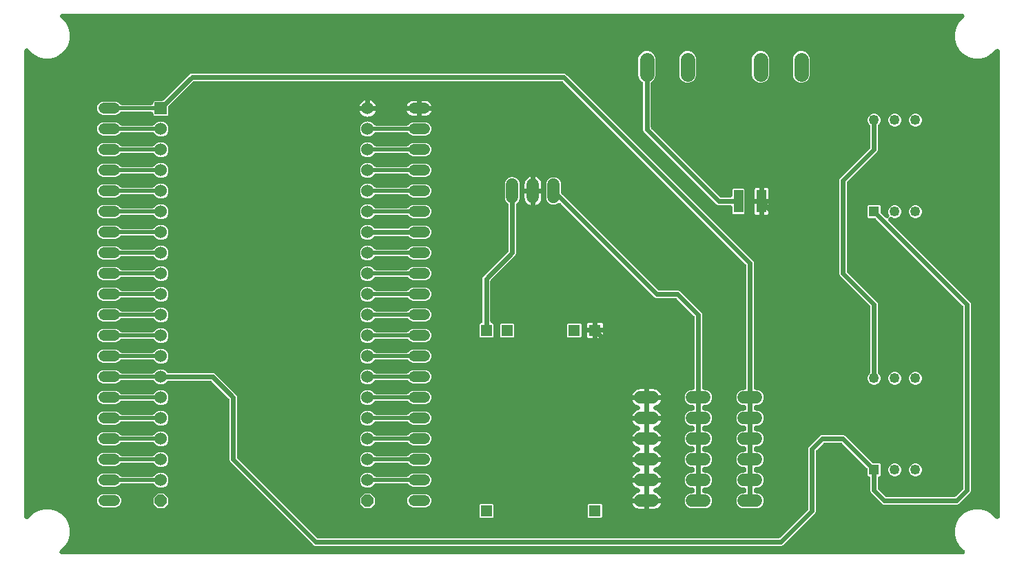
<source format=gbr>
G04 EAGLE Gerber RS-274X export*
G75*
%MOMM*%
%FSLAX34Y34*%
%LPD*%
%INTop Copper*%
%IPPOS*%
%AMOC8*
5,1,8,0,0,1.08239X$1,22.5*%
G01*
%ADD10R,1.408000X1.408000*%
%ADD11R,1.530000X1.530000*%
%ADD12C,1.530000*%
%ADD13C,1.320800*%
%ADD14P,1.649562X8X22.500000*%
%ADD15C,1.790700*%
%ADD16C,1.524000*%
%ADD17R,1.180000X2.820000*%
%ADD18R,1.251000X1.251000*%
%ADD19C,1.251000*%
%ADD20C,0.508000*%
%ADD21C,0.609600*%

G36*
X1162988Y-27924D02*
X1162988Y-27924D01*
X1163177Y-27916D01*
X1163233Y-27904D01*
X1163290Y-27899D01*
X1163475Y-27854D01*
X1163660Y-27815D01*
X1163714Y-27794D01*
X1163769Y-27781D01*
X1163944Y-27706D01*
X1164121Y-27637D01*
X1164170Y-27609D01*
X1164222Y-27586D01*
X1164382Y-27484D01*
X1164546Y-27388D01*
X1164590Y-27352D01*
X1164638Y-27321D01*
X1164780Y-27194D01*
X1164926Y-27073D01*
X1164964Y-27030D01*
X1165006Y-26992D01*
X1165126Y-26844D01*
X1165250Y-26701D01*
X1165280Y-26653D01*
X1165316Y-26608D01*
X1165410Y-26444D01*
X1165510Y-26282D01*
X1165532Y-26229D01*
X1165560Y-26180D01*
X1165626Y-26001D01*
X1165699Y-25826D01*
X1165712Y-25771D01*
X1165732Y-25717D01*
X1165768Y-25531D01*
X1165812Y-25346D01*
X1165816Y-25289D01*
X1165826Y-25233D01*
X1165832Y-25043D01*
X1165845Y-24854D01*
X1165840Y-24797D01*
X1165842Y-24740D01*
X1165817Y-24552D01*
X1165799Y-24362D01*
X1165785Y-24307D01*
X1165777Y-24251D01*
X1165722Y-24069D01*
X1165674Y-23885D01*
X1165651Y-23833D01*
X1165635Y-23779D01*
X1165551Y-23608D01*
X1165474Y-23434D01*
X1165443Y-23386D01*
X1165418Y-23335D01*
X1165308Y-23181D01*
X1165204Y-23022D01*
X1165165Y-22979D01*
X1165132Y-22933D01*
X1164999Y-22798D01*
X1164871Y-22658D01*
X1164834Y-22631D01*
X1164786Y-22582D01*
X1164387Y-22292D01*
X1164347Y-22271D01*
X1164322Y-22253D01*
X1164116Y-22134D01*
X1158966Y-16984D01*
X1155324Y-10677D01*
X1153439Y-3642D01*
X1153439Y3642D01*
X1155324Y10677D01*
X1158966Y16984D01*
X1164116Y22134D01*
X1170423Y25776D01*
X1177458Y27661D01*
X1184742Y27661D01*
X1191777Y25776D01*
X1198084Y22134D01*
X1203456Y16762D01*
X1203485Y16737D01*
X1203511Y16709D01*
X1203673Y16578D01*
X1203832Y16442D01*
X1203865Y16423D01*
X1203895Y16399D01*
X1204076Y16296D01*
X1204255Y16188D01*
X1204290Y16174D01*
X1204323Y16155D01*
X1204519Y16082D01*
X1204713Y16005D01*
X1204750Y15996D01*
X1204786Y15983D01*
X1204991Y15943D01*
X1205195Y15898D01*
X1205233Y15896D01*
X1205270Y15889D01*
X1205478Y15882D01*
X1205687Y15870D01*
X1205725Y15874D01*
X1205763Y15873D01*
X1205970Y15900D01*
X1206178Y15923D01*
X1206214Y15933D01*
X1206252Y15938D01*
X1206452Y15998D01*
X1206653Y16053D01*
X1206688Y16069D01*
X1206725Y16080D01*
X1206912Y16172D01*
X1207102Y16259D01*
X1207134Y16280D01*
X1207168Y16297D01*
X1207337Y16417D01*
X1207511Y16534D01*
X1207539Y16560D01*
X1207570Y16582D01*
X1207718Y16729D01*
X1207871Y16872D01*
X1207894Y16902D01*
X1207921Y16929D01*
X1208044Y17098D01*
X1208171Y17264D01*
X1208189Y17297D01*
X1208211Y17328D01*
X1208305Y17514D01*
X1208404Y17698D01*
X1208417Y17734D01*
X1208434Y17768D01*
X1208496Y17967D01*
X1208564Y18165D01*
X1208570Y18202D01*
X1208582Y18239D01*
X1208592Y18331D01*
X1208647Y18651D01*
X1208648Y18823D01*
X1208658Y18917D01*
X1208658Y590683D01*
X1208655Y590721D01*
X1208657Y590759D01*
X1208654Y590791D01*
X1208654Y590805D01*
X1208644Y590881D01*
X1208635Y590967D01*
X1208618Y591175D01*
X1208609Y591212D01*
X1208605Y591250D01*
X1208550Y591451D01*
X1208500Y591654D01*
X1208485Y591689D01*
X1208474Y591726D01*
X1208387Y591916D01*
X1208305Y592107D01*
X1208285Y592139D01*
X1208269Y592174D01*
X1208152Y592348D01*
X1208040Y592523D01*
X1208015Y592552D01*
X1207993Y592583D01*
X1207850Y592735D01*
X1207711Y592891D01*
X1207682Y592915D01*
X1207656Y592943D01*
X1207490Y593070D01*
X1207327Y593201D01*
X1207294Y593220D01*
X1207264Y593243D01*
X1207080Y593342D01*
X1206899Y593445D01*
X1206863Y593458D01*
X1206829Y593476D01*
X1206632Y593544D01*
X1206436Y593617D01*
X1206399Y593624D01*
X1206363Y593636D01*
X1206156Y593672D01*
X1205952Y593711D01*
X1205914Y593713D01*
X1205876Y593719D01*
X1205667Y593720D01*
X1205459Y593727D01*
X1205421Y593722D01*
X1205383Y593722D01*
X1205176Y593690D01*
X1204970Y593662D01*
X1204933Y593651D01*
X1204896Y593645D01*
X1204697Y593580D01*
X1204498Y593520D01*
X1204463Y593503D01*
X1204427Y593491D01*
X1204242Y593395D01*
X1204054Y593303D01*
X1204023Y593281D01*
X1203989Y593263D01*
X1203917Y593205D01*
X1203760Y593094D01*
X1203740Y593082D01*
X1203732Y593074D01*
X1203652Y593018D01*
X1203530Y592897D01*
X1203456Y592838D01*
X1198084Y587466D01*
X1191777Y583824D01*
X1184742Y581939D01*
X1177458Y581939D01*
X1170423Y583824D01*
X1164116Y587466D01*
X1158966Y592616D01*
X1155324Y598923D01*
X1153439Y605958D01*
X1153439Y613242D01*
X1155324Y620277D01*
X1158966Y626584D01*
X1164338Y631956D01*
X1164363Y631985D01*
X1164391Y632011D01*
X1164522Y632173D01*
X1164658Y632332D01*
X1164677Y632365D01*
X1164701Y632395D01*
X1164804Y632576D01*
X1164912Y632755D01*
X1164926Y632790D01*
X1164945Y632823D01*
X1165018Y633019D01*
X1165095Y633213D01*
X1165104Y633250D01*
X1165117Y633286D01*
X1165157Y633491D01*
X1165202Y633695D01*
X1165204Y633733D01*
X1165211Y633770D01*
X1165218Y633978D01*
X1165230Y634187D01*
X1165226Y634225D01*
X1165227Y634263D01*
X1165200Y634470D01*
X1165177Y634678D01*
X1165167Y634714D01*
X1165162Y634752D01*
X1165102Y634952D01*
X1165047Y635153D01*
X1165031Y635188D01*
X1165020Y635225D01*
X1164928Y635412D01*
X1164841Y635602D01*
X1164820Y635634D01*
X1164803Y635668D01*
X1164683Y635837D01*
X1164566Y636011D01*
X1164540Y636039D01*
X1164518Y636070D01*
X1164371Y636218D01*
X1164228Y636371D01*
X1164198Y636394D01*
X1164171Y636421D01*
X1164002Y636544D01*
X1163836Y636671D01*
X1163803Y636689D01*
X1163772Y636711D01*
X1163586Y636805D01*
X1163402Y636904D01*
X1163366Y636917D01*
X1163332Y636934D01*
X1163133Y636996D01*
X1162935Y637064D01*
X1162898Y637070D01*
X1162861Y637082D01*
X1162769Y637092D01*
X1162449Y637147D01*
X1162277Y637148D01*
X1162183Y637158D01*
X57017Y637158D01*
X56979Y637155D01*
X56941Y637157D01*
X56733Y637135D01*
X56525Y637118D01*
X56488Y637109D01*
X56450Y637105D01*
X56249Y637050D01*
X56046Y637000D01*
X56011Y636985D01*
X55974Y636974D01*
X55784Y636887D01*
X55593Y636805D01*
X55561Y636785D01*
X55526Y636769D01*
X55352Y636652D01*
X55177Y636540D01*
X55148Y636515D01*
X55117Y636493D01*
X54965Y636350D01*
X54809Y636211D01*
X54785Y636182D01*
X54757Y636156D01*
X54630Y635990D01*
X54499Y635827D01*
X54480Y635794D01*
X54457Y635764D01*
X54358Y635580D01*
X54255Y635399D01*
X54242Y635363D01*
X54224Y635329D01*
X54156Y635132D01*
X54083Y634936D01*
X54076Y634899D01*
X54064Y634863D01*
X54028Y634656D01*
X53989Y634452D01*
X53987Y634414D01*
X53981Y634376D01*
X53980Y634167D01*
X53973Y633959D01*
X53978Y633921D01*
X53978Y633883D01*
X54010Y633676D01*
X54038Y633470D01*
X54049Y633433D01*
X54055Y633396D01*
X54120Y633197D01*
X54180Y632998D01*
X54197Y632963D01*
X54209Y632927D01*
X54305Y632742D01*
X54397Y632554D01*
X54419Y632523D01*
X54437Y632489D01*
X54495Y632417D01*
X54682Y632152D01*
X54803Y632030D01*
X54862Y631956D01*
X60234Y626584D01*
X63876Y620277D01*
X65761Y613242D01*
X65761Y605958D01*
X63876Y598923D01*
X60234Y592616D01*
X55084Y587466D01*
X48777Y583824D01*
X41742Y581939D01*
X34458Y581939D01*
X27423Y583824D01*
X21116Y587466D01*
X15966Y592616D01*
X15847Y592822D01*
X15739Y592978D01*
X15637Y593138D01*
X15599Y593181D01*
X15567Y593228D01*
X15435Y593365D01*
X15308Y593506D01*
X15264Y593542D01*
X15224Y593583D01*
X15072Y593697D01*
X14924Y593816D01*
X14875Y593844D01*
X14829Y593878D01*
X14660Y593966D01*
X14496Y594060D01*
X14442Y594080D01*
X14392Y594106D01*
X14211Y594166D01*
X14033Y594232D01*
X13977Y594243D01*
X13923Y594260D01*
X13735Y594290D01*
X13549Y594326D01*
X13492Y594328D01*
X13436Y594337D01*
X13245Y594336D01*
X13056Y594342D01*
X12999Y594334D01*
X12942Y594334D01*
X12755Y594302D01*
X12567Y594277D01*
X12512Y594261D01*
X12456Y594251D01*
X12276Y594190D01*
X12094Y594135D01*
X12043Y594110D01*
X11989Y594091D01*
X11822Y594002D01*
X11651Y593918D01*
X11605Y593885D01*
X11555Y593858D01*
X11404Y593743D01*
X11249Y593632D01*
X11208Y593592D01*
X11163Y593558D01*
X11033Y593419D01*
X10898Y593286D01*
X10865Y593240D01*
X10826Y593198D01*
X10719Y593040D01*
X10608Y592887D01*
X10582Y592836D01*
X10550Y592789D01*
X10471Y592616D01*
X10385Y592447D01*
X10368Y592392D01*
X10344Y592340D01*
X10294Y592157D01*
X10237Y591976D01*
X10232Y591931D01*
X10214Y591865D01*
X10162Y591374D01*
X10164Y591329D01*
X10161Y591298D01*
X10161Y18302D01*
X10176Y18112D01*
X10184Y17923D01*
X10196Y17867D01*
X10201Y17810D01*
X10246Y17625D01*
X10285Y17440D01*
X10306Y17386D01*
X10319Y17331D01*
X10394Y17156D01*
X10463Y16979D01*
X10491Y16930D01*
X10514Y16878D01*
X10616Y16718D01*
X10712Y16554D01*
X10748Y16510D01*
X10779Y16462D01*
X10906Y16320D01*
X11027Y16174D01*
X11070Y16136D01*
X11108Y16094D01*
X11256Y15974D01*
X11399Y15850D01*
X11447Y15820D01*
X11492Y15784D01*
X11656Y15690D01*
X11818Y15590D01*
X11871Y15568D01*
X11920Y15540D01*
X12099Y15474D01*
X12274Y15401D01*
X12329Y15388D01*
X12383Y15368D01*
X12569Y15332D01*
X12754Y15288D01*
X12811Y15284D01*
X12867Y15274D01*
X13057Y15268D01*
X13246Y15255D01*
X13303Y15260D01*
X13360Y15258D01*
X13548Y15283D01*
X13738Y15301D01*
X13793Y15315D01*
X13849Y15323D01*
X14031Y15378D01*
X14215Y15426D01*
X14267Y15449D01*
X14321Y15465D01*
X14492Y15549D01*
X14666Y15626D01*
X14714Y15657D01*
X14765Y15682D01*
X14919Y15792D01*
X15078Y15896D01*
X15121Y15935D01*
X15167Y15968D01*
X15302Y16101D01*
X15442Y16229D01*
X15469Y16266D01*
X15518Y16314D01*
X15808Y16713D01*
X15829Y16753D01*
X15847Y16778D01*
X15966Y16984D01*
X21116Y22134D01*
X27423Y25776D01*
X34458Y27661D01*
X41742Y27661D01*
X48777Y25776D01*
X55084Y22134D01*
X60234Y16984D01*
X63876Y10677D01*
X65761Y3642D01*
X65761Y-3642D01*
X63876Y-10677D01*
X60234Y-16984D01*
X55084Y-22134D01*
X54878Y-22253D01*
X54722Y-22361D01*
X54562Y-22463D01*
X54519Y-22501D01*
X54472Y-22533D01*
X54335Y-22665D01*
X54194Y-22792D01*
X54158Y-22836D01*
X54117Y-22876D01*
X54003Y-23028D01*
X53884Y-23176D01*
X53856Y-23225D01*
X53822Y-23271D01*
X53734Y-23440D01*
X53640Y-23604D01*
X53620Y-23658D01*
X53594Y-23708D01*
X53534Y-23889D01*
X53468Y-24067D01*
X53457Y-24123D01*
X53440Y-24177D01*
X53410Y-24365D01*
X53374Y-24551D01*
X53372Y-24608D01*
X53363Y-24664D01*
X53364Y-24855D01*
X53358Y-25044D01*
X53366Y-25101D01*
X53366Y-25158D01*
X53398Y-25345D01*
X53423Y-25533D01*
X53439Y-25588D01*
X53449Y-25644D01*
X53510Y-25824D01*
X53565Y-26006D01*
X53590Y-26057D01*
X53609Y-26111D01*
X53698Y-26278D01*
X53782Y-26449D01*
X53815Y-26495D01*
X53842Y-26545D01*
X53957Y-26696D01*
X54068Y-26851D01*
X54108Y-26892D01*
X54142Y-26937D01*
X54281Y-27067D01*
X54414Y-27202D01*
X54460Y-27235D01*
X54502Y-27274D01*
X54660Y-27381D01*
X54813Y-27492D01*
X54864Y-27518D01*
X54911Y-27550D01*
X55084Y-27629D01*
X55253Y-27715D01*
X55308Y-27732D01*
X55360Y-27756D01*
X55543Y-27806D01*
X55724Y-27863D01*
X55769Y-27868D01*
X55835Y-27886D01*
X56326Y-27938D01*
X56371Y-27936D01*
X56402Y-27939D01*
X1162798Y-27939D01*
X1162988Y-27924D01*
G37*
%LPC*%
G36*
X367390Y-17273D02*
X367390Y-17273D01*
X365710Y-16577D01*
X264538Y84595D01*
X262823Y86310D01*
X262127Y87990D01*
X262127Y161944D01*
X262118Y162057D01*
X262119Y162172D01*
X262098Y162303D01*
X262087Y162435D01*
X262060Y162546D01*
X262042Y162659D01*
X262001Y162785D01*
X261969Y162914D01*
X261924Y163019D01*
X261888Y163128D01*
X261826Y163246D01*
X261774Y163368D01*
X261713Y163464D01*
X261660Y163565D01*
X261601Y163639D01*
X261509Y163784D01*
X261293Y164026D01*
X261235Y164098D01*
X240398Y184935D01*
X240311Y185009D01*
X240231Y185090D01*
X240124Y185168D01*
X240022Y185254D01*
X239925Y185313D01*
X239832Y185380D01*
X239714Y185440D01*
X239600Y185509D01*
X239494Y185551D01*
X239392Y185603D01*
X239265Y185643D01*
X239142Y185692D01*
X239031Y185717D01*
X238921Y185751D01*
X238828Y185761D01*
X238660Y185799D01*
X238336Y185817D01*
X238244Y185827D01*
X187465Y185827D01*
X187351Y185818D01*
X187237Y185819D01*
X187105Y185798D01*
X186973Y185787D01*
X186862Y185760D01*
X186749Y185742D01*
X186623Y185701D01*
X186494Y185669D01*
X186389Y185624D01*
X186281Y185588D01*
X186163Y185526D01*
X186041Y185474D01*
X185944Y185413D01*
X185843Y185360D01*
X185769Y185301D01*
X185625Y185209D01*
X185382Y184993D01*
X185310Y184935D01*
X182997Y182622D01*
X179625Y181225D01*
X175975Y181225D01*
X172603Y182622D01*
X169682Y185543D01*
X169595Y185617D01*
X169515Y185698D01*
X169408Y185776D01*
X169306Y185862D01*
X169208Y185921D01*
X169116Y185988D01*
X168998Y186048D01*
X168884Y186117D01*
X168778Y186159D01*
X168676Y186211D01*
X168549Y186251D01*
X168426Y186300D01*
X168314Y186325D01*
X168205Y186359D01*
X168112Y186369D01*
X167944Y186407D01*
X167620Y186425D01*
X167527Y186435D01*
X129597Y186435D01*
X129484Y186426D01*
X129369Y186427D01*
X129238Y186406D01*
X129106Y186395D01*
X128995Y186368D01*
X128882Y186350D01*
X128756Y186309D01*
X128627Y186277D01*
X128522Y186232D01*
X128413Y186196D01*
X128295Y186134D01*
X128173Y186082D01*
X128077Y186021D01*
X127976Y185968D01*
X127902Y185909D01*
X127757Y185817D01*
X127515Y185601D01*
X127443Y185543D01*
X125509Y183609D01*
X122521Y182371D01*
X106079Y182371D01*
X103091Y183609D01*
X100805Y185895D01*
X99567Y188883D01*
X99567Y192117D01*
X100805Y195105D01*
X103091Y197391D01*
X106079Y198629D01*
X122521Y198629D01*
X125509Y197391D01*
X127443Y195457D01*
X127529Y195383D01*
X127610Y195302D01*
X127717Y195224D01*
X127818Y195138D01*
X127916Y195079D01*
X128009Y195012D01*
X128127Y194952D01*
X128241Y194883D01*
X128347Y194841D01*
X128449Y194789D01*
X128576Y194749D01*
X128699Y194700D01*
X128810Y194675D01*
X128920Y194641D01*
X129013Y194631D01*
X129181Y194593D01*
X129505Y194575D01*
X129597Y194565D01*
X167727Y194565D01*
X167841Y194574D01*
X167955Y194573D01*
X168087Y194594D01*
X168219Y194605D01*
X168330Y194632D01*
X168443Y194650D01*
X168569Y194691D01*
X168698Y194723D01*
X168803Y194768D01*
X168911Y194804D01*
X169029Y194866D01*
X169151Y194918D01*
X169248Y194979D01*
X169349Y195032D01*
X169423Y195091D01*
X169567Y195183D01*
X169810Y195399D01*
X169882Y195457D01*
X172603Y198178D01*
X175975Y199575D01*
X179625Y199575D01*
X182997Y198178D01*
X185310Y195865D01*
X185397Y195791D01*
X185477Y195710D01*
X185584Y195632D01*
X185686Y195546D01*
X185784Y195487D01*
X185876Y195420D01*
X185994Y195360D01*
X186108Y195291D01*
X186214Y195249D01*
X186316Y195197D01*
X186443Y195157D01*
X186566Y195108D01*
X186678Y195083D01*
X186787Y195049D01*
X186880Y195039D01*
X187048Y195001D01*
X187372Y194983D01*
X187465Y194973D01*
X242310Y194973D01*
X243990Y194277D01*
X270577Y167690D01*
X271273Y166010D01*
X271273Y92056D01*
X271282Y91943D01*
X271281Y91828D01*
X271302Y91697D01*
X271313Y91565D01*
X271340Y91454D01*
X271358Y91341D01*
X271399Y91215D01*
X271431Y91086D01*
X271476Y90981D01*
X271512Y90872D01*
X271574Y90754D01*
X271626Y90632D01*
X271687Y90536D01*
X271740Y90435D01*
X271799Y90361D01*
X271891Y90216D01*
X272107Y89974D01*
X272165Y89902D01*
X369302Y-7235D01*
X369389Y-7309D01*
X369469Y-7390D01*
X369576Y-7468D01*
X369678Y-7554D01*
X369775Y-7613D01*
X369868Y-7680D01*
X369986Y-7740D01*
X370100Y-7809D01*
X370206Y-7851D01*
X370308Y-7903D01*
X370435Y-7943D01*
X370558Y-7992D01*
X370669Y-8017D01*
X370779Y-8051D01*
X370872Y-8061D01*
X371040Y-8099D01*
X371364Y-8117D01*
X371456Y-8127D01*
X936644Y-8127D01*
X936757Y-8118D01*
X936872Y-8119D01*
X937003Y-8098D01*
X937135Y-8087D01*
X937246Y-8060D01*
X937359Y-8042D01*
X937485Y-8001D01*
X937614Y-7969D01*
X937719Y-7924D01*
X937828Y-7888D01*
X937946Y-7826D01*
X938068Y-7774D01*
X938164Y-7713D01*
X938265Y-7660D01*
X938339Y-7601D01*
X938484Y-7509D01*
X938726Y-7293D01*
X938798Y-7235D01*
X972435Y26402D01*
X972509Y26489D01*
X972590Y26569D01*
X972668Y26676D01*
X972754Y26777D01*
X972813Y26875D01*
X972880Y26968D01*
X972940Y27086D01*
X973009Y27200D01*
X973051Y27306D01*
X973103Y27408D01*
X973143Y27535D01*
X973192Y27658D01*
X973217Y27769D01*
X973251Y27879D01*
X973261Y27972D01*
X973299Y28140D01*
X973317Y28464D01*
X973327Y28556D01*
X973327Y102510D01*
X974023Y104190D01*
X988010Y118177D01*
X989690Y118873D01*
X1016910Y118873D01*
X1018590Y118177D01*
X1051895Y84872D01*
X1051982Y84798D01*
X1052062Y84717D01*
X1052169Y84639D01*
X1052271Y84553D01*
X1052368Y84494D01*
X1052461Y84427D01*
X1052579Y84367D01*
X1052693Y84298D01*
X1052799Y84256D01*
X1052901Y84204D01*
X1053028Y84164D01*
X1053151Y84115D01*
X1053262Y84090D01*
X1053372Y84056D01*
X1053465Y84046D01*
X1053633Y84008D01*
X1053957Y83990D01*
X1054049Y83980D01*
X1060987Y83980D01*
X1061880Y83087D01*
X1061880Y69313D01*
X1060854Y68287D01*
X1060749Y68262D01*
X1060680Y68232D01*
X1060606Y68210D01*
X1060453Y68134D01*
X1060296Y68067D01*
X1060232Y68026D01*
X1060163Y67993D01*
X1060024Y67894D01*
X1059880Y67802D01*
X1059823Y67751D01*
X1059761Y67707D01*
X1059640Y67587D01*
X1059512Y67473D01*
X1059464Y67414D01*
X1059410Y67360D01*
X1059309Y67222D01*
X1059202Y67089D01*
X1059165Y67023D01*
X1059120Y66962D01*
X1059043Y66809D01*
X1058958Y66661D01*
X1058932Y66589D01*
X1058897Y66521D01*
X1058846Y66358D01*
X1058787Y66198D01*
X1058772Y66123D01*
X1058749Y66051D01*
X1058737Y65946D01*
X1058692Y65714D01*
X1058685Y65478D01*
X1058673Y65373D01*
X1058673Y53956D01*
X1058682Y53843D01*
X1058681Y53728D01*
X1058702Y53597D01*
X1058713Y53465D01*
X1058740Y53354D01*
X1058758Y53241D01*
X1058799Y53115D01*
X1058831Y52986D01*
X1058876Y52881D01*
X1058912Y52772D01*
X1058974Y52654D01*
X1059026Y52532D01*
X1059087Y52436D01*
X1059140Y52335D01*
X1059199Y52261D01*
X1059291Y52116D01*
X1059507Y51874D01*
X1059565Y51802D01*
X1067802Y43565D01*
X1067889Y43491D01*
X1067969Y43410D01*
X1068076Y43332D01*
X1068178Y43246D01*
X1068275Y43187D01*
X1068368Y43120D01*
X1068486Y43060D01*
X1068600Y42991D01*
X1068706Y42949D01*
X1068808Y42897D01*
X1068935Y42857D01*
X1069058Y42808D01*
X1069169Y42783D01*
X1069279Y42749D01*
X1069372Y42739D01*
X1069540Y42701D01*
X1069864Y42683D01*
X1069956Y42673D01*
X1152544Y42673D01*
X1152657Y42682D01*
X1152772Y42681D01*
X1152903Y42702D01*
X1153035Y42713D01*
X1153146Y42740D01*
X1153259Y42758D01*
X1153385Y42799D01*
X1153514Y42831D01*
X1153619Y42876D01*
X1153728Y42912D01*
X1153846Y42974D01*
X1153968Y43026D01*
X1154064Y43087D01*
X1154165Y43140D01*
X1154239Y43199D01*
X1154384Y43291D01*
X1154626Y43507D01*
X1154698Y43565D01*
X1162935Y51802D01*
X1163009Y51889D01*
X1163090Y51969D01*
X1163168Y52076D01*
X1163254Y52178D01*
X1163313Y52275D01*
X1163380Y52368D01*
X1163440Y52486D01*
X1163509Y52600D01*
X1163551Y52706D01*
X1163603Y52808D01*
X1163643Y52935D01*
X1163692Y53058D01*
X1163717Y53169D01*
X1163751Y53279D01*
X1163761Y53372D01*
X1163799Y53540D01*
X1163817Y53864D01*
X1163827Y53956D01*
X1163827Y276244D01*
X1163818Y276357D01*
X1163819Y276472D01*
X1163798Y276603D01*
X1163787Y276735D01*
X1163760Y276846D01*
X1163742Y276959D01*
X1163701Y277085D01*
X1163669Y277214D01*
X1163624Y277319D01*
X1163588Y277428D01*
X1163526Y277546D01*
X1163474Y277668D01*
X1163413Y277764D01*
X1163360Y277865D01*
X1163301Y277939D01*
X1163209Y278084D01*
X1162993Y278326D01*
X1162935Y278398D01*
X1056305Y385028D01*
X1056218Y385102D01*
X1056138Y385183D01*
X1056031Y385261D01*
X1055929Y385347D01*
X1055832Y385406D01*
X1055739Y385473D01*
X1055621Y385533D01*
X1055507Y385602D01*
X1055401Y385644D01*
X1055299Y385696D01*
X1055172Y385736D01*
X1055049Y385785D01*
X1054938Y385810D01*
X1054828Y385844D01*
X1054735Y385854D01*
X1054567Y385892D01*
X1054243Y385910D01*
X1054151Y385920D01*
X1047213Y385920D01*
X1046320Y386813D01*
X1046320Y400587D01*
X1047213Y401480D01*
X1060987Y401480D01*
X1061880Y400587D01*
X1061880Y393649D01*
X1061889Y393536D01*
X1061888Y393421D01*
X1061909Y393290D01*
X1061920Y393158D01*
X1061947Y393047D01*
X1061965Y392934D01*
X1062006Y392808D01*
X1062038Y392679D01*
X1062083Y392574D01*
X1062119Y392465D01*
X1062181Y392347D01*
X1062233Y392225D01*
X1062294Y392129D01*
X1062347Y392028D01*
X1062406Y391954D01*
X1062498Y391809D01*
X1062714Y391567D01*
X1062772Y391495D01*
X1067680Y386587D01*
X1067789Y386495D01*
X1067891Y386395D01*
X1067977Y386335D01*
X1068056Y386267D01*
X1068178Y386194D01*
X1068295Y386112D01*
X1068389Y386067D01*
X1068479Y386013D01*
X1068611Y385960D01*
X1068739Y385898D01*
X1068840Y385868D01*
X1068937Y385830D01*
X1069076Y385799D01*
X1069213Y385758D01*
X1069316Y385745D01*
X1069418Y385723D01*
X1069561Y385715D01*
X1069702Y385697D01*
X1069806Y385701D01*
X1069911Y385695D01*
X1070053Y385710D01*
X1070195Y385716D01*
X1070298Y385736D01*
X1070402Y385747D01*
X1070539Y385785D01*
X1070679Y385813D01*
X1070776Y385850D01*
X1070877Y385878D01*
X1071007Y385937D01*
X1071140Y385988D01*
X1071231Y386040D01*
X1071326Y386084D01*
X1071444Y386163D01*
X1071567Y386235D01*
X1071648Y386301D01*
X1071735Y386359D01*
X1071839Y386457D01*
X1071949Y386547D01*
X1072018Y386625D01*
X1072094Y386697D01*
X1072181Y386810D01*
X1072276Y386917D01*
X1072331Y387005D01*
X1072395Y387088D01*
X1072462Y387214D01*
X1072538Y387335D01*
X1072579Y387431D01*
X1072628Y387523D01*
X1072674Y387658D01*
X1072730Y387789D01*
X1072754Y387891D01*
X1072788Y387990D01*
X1072812Y388130D01*
X1072845Y388269D01*
X1072853Y388373D01*
X1072871Y388476D01*
X1072871Y388619D01*
X1072882Y388761D01*
X1072873Y388865D01*
X1072874Y388969D01*
X1072851Y389110D01*
X1072839Y389252D01*
X1072817Y389328D01*
X1072797Y389457D01*
X1072661Y389869D01*
X1072650Y389908D01*
X1071720Y392153D01*
X1071720Y395248D01*
X1072905Y398107D01*
X1075093Y400295D01*
X1077952Y401480D01*
X1081048Y401480D01*
X1083907Y400295D01*
X1086095Y398107D01*
X1087280Y395248D01*
X1087280Y392152D01*
X1086095Y389293D01*
X1083907Y387105D01*
X1081048Y385920D01*
X1077953Y385920D01*
X1075708Y386850D01*
X1075572Y386894D01*
X1075440Y386947D01*
X1075338Y386969D01*
X1075238Y387001D01*
X1075097Y387023D01*
X1074958Y387054D01*
X1074854Y387059D01*
X1074750Y387075D01*
X1074608Y387073D01*
X1074465Y387081D01*
X1074361Y387070D01*
X1074257Y387069D01*
X1074117Y387044D01*
X1073975Y387029D01*
X1073874Y387001D01*
X1073771Y386983D01*
X1073637Y386936D01*
X1073499Y386898D01*
X1073404Y386855D01*
X1073305Y386820D01*
X1073180Y386752D01*
X1073051Y386693D01*
X1072964Y386634D01*
X1072872Y386584D01*
X1072759Y386497D01*
X1072641Y386417D01*
X1072565Y386346D01*
X1072483Y386281D01*
X1072386Y386177D01*
X1072282Y386079D01*
X1072218Y385996D01*
X1072147Y385920D01*
X1072068Y385801D01*
X1071982Y385688D01*
X1071932Y385596D01*
X1071874Y385509D01*
X1071816Y385379D01*
X1071748Y385253D01*
X1071714Y385154D01*
X1071671Y385059D01*
X1071635Y384922D01*
X1071588Y384787D01*
X1071571Y384683D01*
X1071544Y384583D01*
X1071530Y384441D01*
X1071506Y384300D01*
X1071505Y384196D01*
X1071495Y384092D01*
X1071504Y383950D01*
X1071503Y383807D01*
X1071519Y383704D01*
X1071525Y383599D01*
X1071557Y383460D01*
X1071579Y383320D01*
X1071612Y383220D01*
X1071635Y383118D01*
X1071689Y382986D01*
X1071734Y382851D01*
X1071782Y382758D01*
X1071821Y382661D01*
X1071896Y382540D01*
X1071961Y382413D01*
X1072010Y382352D01*
X1072079Y382240D01*
X1072362Y381911D01*
X1072387Y381880D01*
X1172277Y281990D01*
X1172973Y280310D01*
X1172973Y49890D01*
X1172277Y48210D01*
X1158290Y34223D01*
X1156610Y33527D01*
X1065890Y33527D01*
X1064210Y34223D01*
X1050223Y48210D01*
X1049527Y49890D01*
X1049527Y65373D01*
X1049521Y65449D01*
X1049523Y65525D01*
X1049501Y65694D01*
X1049487Y65865D01*
X1049469Y65939D01*
X1049459Y66014D01*
X1049410Y66178D01*
X1049369Y66344D01*
X1049339Y66413D01*
X1049317Y66487D01*
X1049241Y66640D01*
X1049174Y66797D01*
X1049133Y66861D01*
X1049100Y66930D01*
X1049001Y67069D01*
X1048909Y67213D01*
X1048858Y67270D01*
X1048814Y67332D01*
X1048694Y67453D01*
X1048580Y67581D01*
X1048521Y67629D01*
X1048467Y67683D01*
X1048329Y67784D01*
X1048196Y67891D01*
X1048130Y67928D01*
X1048069Y67973D01*
X1047916Y68050D01*
X1047768Y68135D01*
X1047696Y68161D01*
X1047628Y68196D01*
X1047465Y68247D01*
X1047340Y68293D01*
X1046320Y69313D01*
X1046320Y76251D01*
X1046311Y76364D01*
X1046312Y76479D01*
X1046291Y76610D01*
X1046280Y76742D01*
X1046253Y76853D01*
X1046235Y76966D01*
X1046194Y77092D01*
X1046162Y77221D01*
X1046117Y77326D01*
X1046081Y77435D01*
X1046019Y77553D01*
X1045967Y77675D01*
X1045906Y77771D01*
X1045853Y77872D01*
X1045794Y77946D01*
X1045702Y78091D01*
X1045486Y78333D01*
X1045428Y78405D01*
X1014998Y108835D01*
X1014911Y108909D01*
X1014831Y108990D01*
X1014724Y109068D01*
X1014622Y109154D01*
X1014525Y109213D01*
X1014432Y109280D01*
X1014314Y109340D01*
X1014200Y109409D01*
X1014094Y109451D01*
X1013992Y109503D01*
X1013865Y109543D01*
X1013742Y109592D01*
X1013631Y109617D01*
X1013521Y109651D01*
X1013428Y109661D01*
X1013260Y109699D01*
X1012936Y109717D01*
X1012844Y109727D01*
X993756Y109727D01*
X993643Y109718D01*
X993528Y109719D01*
X993397Y109698D01*
X993265Y109687D01*
X993154Y109660D01*
X993041Y109642D01*
X992915Y109601D01*
X992786Y109569D01*
X992681Y109524D01*
X992572Y109488D01*
X992454Y109426D01*
X992332Y109374D01*
X992236Y109313D01*
X992135Y109260D01*
X992061Y109201D01*
X991916Y109109D01*
X991674Y108893D01*
X991602Y108835D01*
X983365Y100598D01*
X983291Y100511D01*
X983210Y100431D01*
X983132Y100324D01*
X983046Y100222D01*
X982987Y100125D01*
X982920Y100032D01*
X982860Y99914D01*
X982791Y99800D01*
X982749Y99694D01*
X982697Y99592D01*
X982657Y99465D01*
X982608Y99342D01*
X982583Y99231D01*
X982549Y99121D01*
X982539Y99028D01*
X982501Y98860D01*
X982483Y98536D01*
X982473Y98444D01*
X982473Y24490D01*
X981777Y22810D01*
X980062Y21095D01*
X942390Y-16577D01*
X940710Y-17273D01*
X367390Y-17273D01*
G37*
%LPD*%
%LPC*%
G36*
X892261Y28955D02*
X892261Y28955D01*
X888900Y30347D01*
X886327Y32920D01*
X884935Y36281D01*
X884935Y39919D01*
X886327Y43280D01*
X888900Y45853D01*
X892261Y47245D01*
X894080Y47245D01*
X894156Y47251D01*
X894232Y47249D01*
X894401Y47271D01*
X894572Y47285D01*
X894646Y47303D01*
X894721Y47313D01*
X894885Y47362D01*
X895051Y47403D01*
X895120Y47433D01*
X895194Y47455D01*
X895347Y47531D01*
X895504Y47598D01*
X895568Y47639D01*
X895637Y47672D01*
X895776Y47771D01*
X895920Y47863D01*
X895977Y47914D01*
X896039Y47958D01*
X896160Y48078D01*
X896288Y48192D01*
X896336Y48251D01*
X896390Y48305D01*
X896491Y48443D01*
X896598Y48576D01*
X896635Y48642D01*
X896680Y48703D01*
X896757Y48856D01*
X896842Y49004D01*
X896868Y49076D01*
X896903Y49144D01*
X896954Y49307D01*
X897013Y49467D01*
X897028Y49542D01*
X897051Y49614D01*
X897063Y49719D01*
X897108Y49951D01*
X897115Y50187D01*
X897127Y50292D01*
X897127Y51308D01*
X897122Y51379D01*
X897123Y51441D01*
X897123Y51445D01*
X897123Y51460D01*
X897101Y51629D01*
X897087Y51800D01*
X897069Y51874D01*
X897059Y51949D01*
X897010Y52113D01*
X896969Y52279D01*
X896939Y52348D01*
X896917Y52422D01*
X896841Y52575D01*
X896774Y52732D01*
X896733Y52796D01*
X896700Y52865D01*
X896601Y53004D01*
X896509Y53148D01*
X896458Y53205D01*
X896414Y53267D01*
X896294Y53388D01*
X896180Y53516D01*
X896121Y53564D01*
X896067Y53618D01*
X895929Y53719D01*
X895796Y53826D01*
X895730Y53863D01*
X895669Y53908D01*
X895516Y53985D01*
X895368Y54070D01*
X895296Y54096D01*
X895228Y54131D01*
X895065Y54182D01*
X894905Y54241D01*
X894830Y54256D01*
X894758Y54279D01*
X894653Y54291D01*
X894421Y54336D01*
X894185Y54343D01*
X894080Y54355D01*
X892261Y54355D01*
X888900Y55747D01*
X886327Y58320D01*
X884935Y61681D01*
X884935Y65319D01*
X886327Y68680D01*
X888900Y71253D01*
X892261Y72645D01*
X894080Y72645D01*
X894156Y72651D01*
X894232Y72649D01*
X894401Y72671D01*
X894572Y72685D01*
X894646Y72703D01*
X894721Y72713D01*
X894885Y72762D01*
X895051Y72803D01*
X895120Y72833D01*
X895194Y72855D01*
X895347Y72931D01*
X895504Y72998D01*
X895568Y73039D01*
X895637Y73072D01*
X895776Y73171D01*
X895920Y73263D01*
X895977Y73314D01*
X896039Y73358D01*
X896160Y73478D01*
X896288Y73592D01*
X896336Y73651D01*
X896390Y73705D01*
X896491Y73843D01*
X896598Y73976D01*
X896635Y74042D01*
X896680Y74103D01*
X896757Y74256D01*
X896842Y74404D01*
X896868Y74476D01*
X896903Y74544D01*
X896954Y74707D01*
X897013Y74867D01*
X897028Y74942D01*
X897051Y75014D01*
X897063Y75119D01*
X897108Y75351D01*
X897115Y75587D01*
X897127Y75692D01*
X897127Y76708D01*
X897121Y76784D01*
X897123Y76860D01*
X897101Y77029D01*
X897087Y77200D01*
X897069Y77274D01*
X897059Y77349D01*
X897010Y77513D01*
X896969Y77679D01*
X896939Y77748D01*
X896917Y77822D01*
X896841Y77975D01*
X896774Y78132D01*
X896733Y78196D01*
X896700Y78265D01*
X896601Y78404D01*
X896509Y78548D01*
X896458Y78605D01*
X896414Y78667D01*
X896294Y78788D01*
X896180Y78916D01*
X896121Y78964D01*
X896067Y79018D01*
X895929Y79119D01*
X895796Y79226D01*
X895730Y79263D01*
X895669Y79308D01*
X895516Y79385D01*
X895368Y79470D01*
X895296Y79496D01*
X895228Y79531D01*
X895065Y79582D01*
X894905Y79641D01*
X894830Y79656D01*
X894758Y79679D01*
X894653Y79691D01*
X894421Y79736D01*
X894185Y79743D01*
X894080Y79755D01*
X892261Y79755D01*
X888900Y81147D01*
X886327Y83720D01*
X884935Y87081D01*
X884935Y90719D01*
X886327Y94080D01*
X888900Y96653D01*
X892261Y98045D01*
X894080Y98045D01*
X894156Y98051D01*
X894232Y98049D01*
X894401Y98071D01*
X894572Y98085D01*
X894646Y98103D01*
X894721Y98113D01*
X894885Y98162D01*
X895051Y98203D01*
X895120Y98233D01*
X895194Y98255D01*
X895347Y98331D01*
X895504Y98398D01*
X895568Y98439D01*
X895637Y98472D01*
X895776Y98571D01*
X895920Y98663D01*
X895977Y98714D01*
X896039Y98758D01*
X896160Y98878D01*
X896288Y98992D01*
X896336Y99051D01*
X896390Y99105D01*
X896491Y99243D01*
X896598Y99376D01*
X896635Y99442D01*
X896680Y99503D01*
X896757Y99656D01*
X896842Y99804D01*
X896868Y99876D01*
X896903Y99944D01*
X896954Y100107D01*
X897013Y100267D01*
X897028Y100342D01*
X897051Y100414D01*
X897063Y100519D01*
X897108Y100751D01*
X897115Y100987D01*
X897127Y101092D01*
X897127Y102108D01*
X897121Y102184D01*
X897123Y102260D01*
X897101Y102429D01*
X897087Y102600D01*
X897069Y102674D01*
X897059Y102749D01*
X897010Y102913D01*
X896969Y103079D01*
X896939Y103148D01*
X896917Y103222D01*
X896841Y103375D01*
X896774Y103532D01*
X896733Y103596D01*
X896700Y103665D01*
X896601Y103804D01*
X896509Y103948D01*
X896458Y104005D01*
X896414Y104067D01*
X896294Y104188D01*
X896180Y104316D01*
X896121Y104364D01*
X896067Y104418D01*
X895929Y104519D01*
X895796Y104626D01*
X895730Y104663D01*
X895669Y104708D01*
X895516Y104785D01*
X895368Y104870D01*
X895296Y104896D01*
X895228Y104931D01*
X895065Y104982D01*
X894905Y105041D01*
X894830Y105056D01*
X894758Y105079D01*
X894653Y105091D01*
X894421Y105136D01*
X894185Y105143D01*
X894080Y105155D01*
X892261Y105155D01*
X888900Y106547D01*
X886327Y109120D01*
X884935Y112481D01*
X884935Y116119D01*
X886327Y119480D01*
X888900Y122053D01*
X892261Y123445D01*
X894080Y123445D01*
X894156Y123451D01*
X894232Y123449D01*
X894401Y123471D01*
X894572Y123485D01*
X894646Y123503D01*
X894721Y123513D01*
X894885Y123562D01*
X895051Y123603D01*
X895120Y123633D01*
X895194Y123655D01*
X895347Y123731D01*
X895504Y123798D01*
X895568Y123839D01*
X895637Y123872D01*
X895776Y123971D01*
X895920Y124063D01*
X895977Y124114D01*
X896039Y124158D01*
X896160Y124278D01*
X896288Y124392D01*
X896336Y124451D01*
X896390Y124505D01*
X896491Y124643D01*
X896598Y124776D01*
X896635Y124842D01*
X896680Y124903D01*
X896757Y125056D01*
X896842Y125204D01*
X896868Y125276D01*
X896903Y125344D01*
X896954Y125507D01*
X897013Y125667D01*
X897028Y125742D01*
X897051Y125814D01*
X897063Y125919D01*
X897108Y126151D01*
X897115Y126387D01*
X897127Y126492D01*
X897127Y127508D01*
X897122Y127574D01*
X897123Y127623D01*
X897123Y127630D01*
X897123Y127660D01*
X897101Y127829D01*
X897087Y128000D01*
X897069Y128074D01*
X897059Y128149D01*
X897010Y128313D01*
X896969Y128479D01*
X896939Y128548D01*
X896917Y128622D01*
X896841Y128775D01*
X896774Y128932D01*
X896733Y128996D01*
X896700Y129065D01*
X896601Y129204D01*
X896509Y129348D01*
X896458Y129405D01*
X896414Y129467D01*
X896294Y129588D01*
X896180Y129716D01*
X896121Y129764D01*
X896067Y129818D01*
X895929Y129919D01*
X895796Y130026D01*
X895730Y130063D01*
X895669Y130108D01*
X895516Y130185D01*
X895368Y130270D01*
X895296Y130296D01*
X895228Y130331D01*
X895065Y130382D01*
X894905Y130441D01*
X894830Y130456D01*
X894758Y130479D01*
X894653Y130491D01*
X894421Y130536D01*
X894185Y130543D01*
X894080Y130555D01*
X892261Y130555D01*
X888900Y131947D01*
X886327Y134520D01*
X884935Y137881D01*
X884935Y141519D01*
X886327Y144880D01*
X888900Y147453D01*
X892261Y148845D01*
X894080Y148845D01*
X894156Y148851D01*
X894232Y148849D01*
X894401Y148871D01*
X894572Y148885D01*
X894646Y148903D01*
X894721Y148913D01*
X894885Y148962D01*
X895051Y149003D01*
X895120Y149033D01*
X895194Y149055D01*
X895347Y149131D01*
X895504Y149198D01*
X895568Y149239D01*
X895637Y149272D01*
X895776Y149371D01*
X895920Y149463D01*
X895977Y149514D01*
X896039Y149558D01*
X896160Y149678D01*
X896288Y149792D01*
X896336Y149851D01*
X896390Y149905D01*
X896491Y150043D01*
X896598Y150176D01*
X896635Y150242D01*
X896680Y150303D01*
X896757Y150456D01*
X896842Y150604D01*
X896868Y150676D01*
X896903Y150744D01*
X896954Y150907D01*
X897013Y151067D01*
X897028Y151142D01*
X897051Y151214D01*
X897063Y151319D01*
X897108Y151551D01*
X897115Y151787D01*
X897127Y151892D01*
X897127Y152908D01*
X897121Y152984D01*
X897123Y153060D01*
X897101Y153229D01*
X897087Y153400D01*
X897069Y153474D01*
X897059Y153549D01*
X897010Y153713D01*
X896969Y153879D01*
X896939Y153948D01*
X896917Y154022D01*
X896841Y154175D01*
X896774Y154332D01*
X896733Y154396D01*
X896700Y154465D01*
X896601Y154604D01*
X896509Y154748D01*
X896458Y154805D01*
X896414Y154867D01*
X896294Y154988D01*
X896180Y155116D01*
X896121Y155164D01*
X896067Y155218D01*
X895929Y155319D01*
X895796Y155426D01*
X895730Y155463D01*
X895669Y155508D01*
X895516Y155585D01*
X895368Y155670D01*
X895296Y155696D01*
X895228Y155731D01*
X895065Y155782D01*
X894905Y155841D01*
X894830Y155856D01*
X894758Y155879D01*
X894653Y155891D01*
X894421Y155936D01*
X894185Y155943D01*
X894080Y155955D01*
X892261Y155955D01*
X888900Y157347D01*
X886327Y159920D01*
X884935Y163281D01*
X884935Y166919D01*
X886327Y170280D01*
X888900Y172853D01*
X892261Y174245D01*
X894080Y174245D01*
X894156Y174251D01*
X894232Y174249D01*
X894401Y174271D01*
X894572Y174285D01*
X894646Y174303D01*
X894721Y174313D01*
X894885Y174362D01*
X895051Y174403D01*
X895120Y174433D01*
X895194Y174455D01*
X895347Y174531D01*
X895504Y174598D01*
X895568Y174639D01*
X895637Y174672D01*
X895776Y174771D01*
X895920Y174863D01*
X895977Y174914D01*
X896039Y174958D01*
X896160Y175078D01*
X896288Y175192D01*
X896336Y175251D01*
X896390Y175305D01*
X896491Y175443D01*
X896598Y175576D01*
X896635Y175642D01*
X896680Y175703D01*
X896757Y175856D01*
X896842Y176004D01*
X896868Y176076D01*
X896903Y176144D01*
X896954Y176307D01*
X897013Y176467D01*
X897028Y176542D01*
X897051Y176614D01*
X897063Y176719D01*
X897108Y176951D01*
X897115Y177187D01*
X897127Y177292D01*
X897127Y327044D01*
X897118Y327157D01*
X897119Y327272D01*
X897098Y327403D01*
X897087Y327535D01*
X897060Y327646D01*
X897042Y327759D01*
X897001Y327885D01*
X896969Y328014D01*
X896924Y328119D01*
X896888Y328228D01*
X896826Y328346D01*
X896774Y328468D01*
X896713Y328564D01*
X896660Y328665D01*
X896601Y328739D01*
X896509Y328884D01*
X896293Y329126D01*
X896235Y329198D01*
X672098Y553335D01*
X672011Y553409D01*
X671931Y553490D01*
X671824Y553568D01*
X671722Y553654D01*
X671625Y553713D01*
X671532Y553780D01*
X671414Y553840D01*
X671300Y553909D01*
X671194Y553951D01*
X671092Y554003D01*
X670965Y554043D01*
X670842Y554092D01*
X670731Y554117D01*
X670621Y554151D01*
X670528Y554161D01*
X670360Y554199D01*
X670036Y554217D01*
X669944Y554227D01*
X219156Y554227D01*
X219043Y554218D01*
X218928Y554219D01*
X218797Y554198D01*
X218665Y554187D01*
X218554Y554160D01*
X218441Y554142D01*
X218315Y554101D01*
X218186Y554069D01*
X218081Y554024D01*
X217972Y553988D01*
X217854Y553926D01*
X217732Y553874D01*
X217636Y553813D01*
X217535Y553760D01*
X217461Y553701D01*
X217316Y553609D01*
X217074Y553393D01*
X217002Y553335D01*
X187867Y524200D01*
X187793Y524113D01*
X187712Y524033D01*
X187634Y523926D01*
X187548Y523824D01*
X187489Y523727D01*
X187422Y523634D01*
X187362Y523516D01*
X187293Y523402D01*
X187251Y523296D01*
X187199Y523194D01*
X187159Y523067D01*
X187110Y522944D01*
X187085Y522833D01*
X187051Y522723D01*
X187041Y522630D01*
X187003Y522462D01*
X186985Y522138D01*
X186975Y522046D01*
X186975Y512318D01*
X186082Y511425D01*
X169518Y511425D01*
X168625Y512318D01*
X168625Y513588D01*
X168619Y513664D01*
X168621Y513740D01*
X168599Y513909D01*
X168585Y514080D01*
X168567Y514154D01*
X168557Y514229D01*
X168508Y514393D01*
X168467Y514559D01*
X168437Y514628D01*
X168415Y514702D01*
X168339Y514855D01*
X168272Y515012D01*
X168231Y515076D01*
X168198Y515145D01*
X168099Y515284D01*
X168007Y515428D01*
X167956Y515485D01*
X167912Y515547D01*
X167792Y515668D01*
X167678Y515796D01*
X167619Y515844D01*
X167565Y515898D01*
X167427Y515999D01*
X167294Y516106D01*
X167228Y516143D01*
X167167Y516188D01*
X167014Y516265D01*
X166866Y516350D01*
X166794Y516376D01*
X166726Y516411D01*
X166563Y516462D01*
X166403Y516521D01*
X166328Y516536D01*
X166256Y516559D01*
X166151Y516571D01*
X165919Y516616D01*
X165683Y516623D01*
X165578Y516635D01*
X129597Y516635D01*
X129484Y516626D01*
X129369Y516627D01*
X129238Y516606D01*
X129106Y516595D01*
X128995Y516568D01*
X128882Y516550D01*
X128756Y516509D01*
X128627Y516477D01*
X128522Y516432D01*
X128413Y516396D01*
X128295Y516334D01*
X128173Y516282D01*
X128077Y516221D01*
X127976Y516168D01*
X127902Y516109D01*
X127757Y516017D01*
X127515Y515801D01*
X127442Y515743D01*
X125509Y513809D01*
X122521Y512571D01*
X106079Y512571D01*
X103091Y513809D01*
X100805Y516095D01*
X99567Y519083D01*
X99567Y522317D01*
X100805Y525305D01*
X103091Y527591D01*
X106079Y528829D01*
X122521Y528829D01*
X125509Y527591D01*
X127442Y525657D01*
X127530Y525583D01*
X127610Y525502D01*
X127717Y525424D01*
X127818Y525338D01*
X127916Y525279D01*
X128009Y525212D01*
X128127Y525152D01*
X128241Y525083D01*
X128347Y525041D01*
X128449Y524989D01*
X128576Y524949D01*
X128699Y524900D01*
X128810Y524875D01*
X128919Y524841D01*
X129013Y524831D01*
X129181Y524793D01*
X129505Y524775D01*
X129597Y524765D01*
X165578Y524765D01*
X165654Y524771D01*
X165730Y524769D01*
X165899Y524791D01*
X166070Y524805D01*
X166144Y524823D01*
X166219Y524833D01*
X166383Y524882D01*
X166549Y524923D01*
X166618Y524953D01*
X166692Y524975D01*
X166845Y525051D01*
X167002Y525118D01*
X167066Y525159D01*
X167135Y525192D01*
X167274Y525291D01*
X167418Y525383D01*
X167475Y525434D01*
X167537Y525478D01*
X167658Y525598D01*
X167786Y525712D01*
X167834Y525771D01*
X167888Y525825D01*
X167989Y525963D01*
X168096Y526096D01*
X168133Y526162D01*
X168178Y526223D01*
X168255Y526376D01*
X168340Y526524D01*
X168366Y526596D01*
X168401Y526664D01*
X168452Y526827D01*
X168511Y526987D01*
X168526Y527062D01*
X168549Y527134D01*
X168561Y527239D01*
X168606Y527471D01*
X168613Y527707D01*
X168625Y527812D01*
X168625Y528882D01*
X169518Y529775D01*
X179246Y529775D01*
X179359Y529784D01*
X179474Y529783D01*
X179605Y529804D01*
X179737Y529815D01*
X179848Y529842D01*
X179961Y529860D01*
X180087Y529901D01*
X180216Y529933D01*
X180321Y529978D01*
X180430Y530014D01*
X180548Y530076D01*
X180670Y530128D01*
X180766Y530189D01*
X180867Y530242D01*
X180941Y530301D01*
X181086Y530393D01*
X181328Y530609D01*
X181400Y530667D01*
X213410Y562677D01*
X215090Y563373D01*
X674010Y563373D01*
X675690Y562677D01*
X905577Y332790D01*
X906273Y331110D01*
X906273Y177292D01*
X906279Y177216D01*
X906277Y177140D01*
X906299Y176971D01*
X906313Y176800D01*
X906331Y176726D01*
X906341Y176651D01*
X906390Y176487D01*
X906431Y176321D01*
X906461Y176252D01*
X906483Y176178D01*
X906559Y176025D01*
X906626Y175868D01*
X906667Y175804D01*
X906700Y175735D01*
X906799Y175596D01*
X906891Y175452D01*
X906942Y175395D01*
X906986Y175333D01*
X907106Y175212D01*
X907220Y175084D01*
X907279Y175036D01*
X907333Y174982D01*
X907471Y174881D01*
X907604Y174774D01*
X907670Y174737D01*
X907731Y174692D01*
X907884Y174615D01*
X908032Y174530D01*
X908104Y174504D01*
X908172Y174469D01*
X908335Y174418D01*
X908495Y174359D01*
X908570Y174344D01*
X908642Y174321D01*
X908747Y174309D01*
X908979Y174264D01*
X909215Y174257D01*
X909320Y174245D01*
X911139Y174245D01*
X914500Y172853D01*
X917073Y170280D01*
X918465Y166919D01*
X918465Y163281D01*
X917073Y159920D01*
X914500Y157347D01*
X911139Y155955D01*
X909320Y155955D01*
X909244Y155949D01*
X909168Y155951D01*
X908999Y155929D01*
X908828Y155915D01*
X908754Y155897D01*
X908679Y155887D01*
X908515Y155838D01*
X908349Y155797D01*
X908280Y155767D01*
X908206Y155745D01*
X908053Y155669D01*
X907896Y155602D01*
X907832Y155561D01*
X907763Y155528D01*
X907624Y155429D01*
X907480Y155337D01*
X907423Y155286D01*
X907361Y155242D01*
X907240Y155122D01*
X907112Y155008D01*
X907064Y154949D01*
X907010Y154895D01*
X906909Y154757D01*
X906802Y154624D01*
X906765Y154558D01*
X906720Y154497D01*
X906643Y154344D01*
X906558Y154196D01*
X906532Y154124D01*
X906497Y154056D01*
X906446Y153893D01*
X906387Y153733D01*
X906372Y153658D01*
X906349Y153586D01*
X906337Y153481D01*
X906292Y153249D01*
X906285Y153013D01*
X906273Y152908D01*
X906273Y151892D01*
X906279Y151816D01*
X906277Y151740D01*
X906299Y151571D01*
X906313Y151400D01*
X906331Y151326D01*
X906341Y151251D01*
X906390Y151087D01*
X906431Y150921D01*
X906461Y150852D01*
X906483Y150778D01*
X906559Y150625D01*
X906626Y150468D01*
X906667Y150404D01*
X906700Y150335D01*
X906799Y150196D01*
X906891Y150052D01*
X906942Y149995D01*
X906986Y149933D01*
X907106Y149812D01*
X907220Y149684D01*
X907279Y149636D01*
X907333Y149582D01*
X907471Y149481D01*
X907604Y149374D01*
X907670Y149337D01*
X907731Y149292D01*
X907884Y149215D01*
X908032Y149130D01*
X908104Y149104D01*
X908172Y149069D01*
X908335Y149018D01*
X908495Y148959D01*
X908570Y148944D01*
X908642Y148921D01*
X908747Y148909D01*
X908979Y148864D01*
X909215Y148857D01*
X909320Y148845D01*
X911139Y148845D01*
X914500Y147453D01*
X917073Y144880D01*
X918465Y141519D01*
X918465Y137881D01*
X917073Y134520D01*
X914500Y131947D01*
X911139Y130555D01*
X909320Y130555D01*
X909244Y130549D01*
X909168Y130551D01*
X908999Y130529D01*
X908828Y130515D01*
X908754Y130497D01*
X908679Y130487D01*
X908515Y130438D01*
X908349Y130397D01*
X908280Y130367D01*
X908206Y130345D01*
X908053Y130269D01*
X907896Y130202D01*
X907832Y130161D01*
X907763Y130128D01*
X907624Y130029D01*
X907480Y129937D01*
X907423Y129886D01*
X907361Y129842D01*
X907240Y129722D01*
X907112Y129608D01*
X907064Y129549D01*
X907010Y129495D01*
X906909Y129357D01*
X906802Y129224D01*
X906765Y129158D01*
X906720Y129097D01*
X906643Y128944D01*
X906558Y128796D01*
X906532Y128724D01*
X906497Y128656D01*
X906446Y128493D01*
X906387Y128333D01*
X906372Y128258D01*
X906349Y128186D01*
X906337Y128081D01*
X906292Y127849D01*
X906285Y127613D01*
X906273Y127508D01*
X906273Y126492D01*
X906279Y126416D01*
X906277Y126340D01*
X906299Y126171D01*
X906313Y126000D01*
X906331Y125926D01*
X906341Y125851D01*
X906390Y125687D01*
X906431Y125521D01*
X906461Y125452D01*
X906483Y125378D01*
X906559Y125225D01*
X906626Y125068D01*
X906667Y125004D01*
X906700Y124935D01*
X906799Y124796D01*
X906891Y124652D01*
X906942Y124595D01*
X906986Y124533D01*
X907106Y124412D01*
X907220Y124284D01*
X907279Y124236D01*
X907333Y124182D01*
X907471Y124081D01*
X907604Y123974D01*
X907670Y123937D01*
X907731Y123892D01*
X907884Y123815D01*
X908032Y123730D01*
X908104Y123704D01*
X908172Y123669D01*
X908335Y123618D01*
X908495Y123559D01*
X908570Y123544D01*
X908642Y123521D01*
X908747Y123509D01*
X908979Y123464D01*
X909215Y123457D01*
X909320Y123445D01*
X911139Y123445D01*
X914500Y122053D01*
X917073Y119480D01*
X918465Y116119D01*
X918465Y112481D01*
X917073Y109120D01*
X914500Y106547D01*
X911139Y105155D01*
X909320Y105155D01*
X909244Y105149D01*
X909168Y105151D01*
X908999Y105129D01*
X908828Y105115D01*
X908754Y105097D01*
X908679Y105087D01*
X908515Y105038D01*
X908349Y104997D01*
X908280Y104967D01*
X908206Y104945D01*
X908053Y104869D01*
X907896Y104802D01*
X907832Y104761D01*
X907763Y104728D01*
X907624Y104629D01*
X907480Y104537D01*
X907423Y104486D01*
X907361Y104442D01*
X907240Y104322D01*
X907112Y104208D01*
X907064Y104149D01*
X907010Y104095D01*
X906909Y103957D01*
X906802Y103824D01*
X906765Y103758D01*
X906720Y103697D01*
X906643Y103544D01*
X906558Y103396D01*
X906532Y103324D01*
X906497Y103256D01*
X906446Y103093D01*
X906387Y102933D01*
X906372Y102858D01*
X906349Y102786D01*
X906337Y102681D01*
X906292Y102449D01*
X906285Y102213D01*
X906273Y102108D01*
X906273Y101092D01*
X906279Y101016D01*
X906277Y100940D01*
X906299Y100771D01*
X906313Y100600D01*
X906331Y100526D01*
X906341Y100451D01*
X906390Y100287D01*
X906431Y100121D01*
X906461Y100052D01*
X906483Y99978D01*
X906559Y99825D01*
X906626Y99668D01*
X906667Y99604D01*
X906700Y99535D01*
X906799Y99396D01*
X906891Y99252D01*
X906942Y99195D01*
X906986Y99133D01*
X907106Y99012D01*
X907220Y98884D01*
X907279Y98836D01*
X907333Y98782D01*
X907471Y98681D01*
X907604Y98574D01*
X907670Y98537D01*
X907731Y98492D01*
X907884Y98415D01*
X908032Y98330D01*
X908104Y98304D01*
X908172Y98269D01*
X908335Y98218D01*
X908495Y98159D01*
X908570Y98144D01*
X908642Y98121D01*
X908747Y98109D01*
X908979Y98064D01*
X909215Y98057D01*
X909320Y98045D01*
X911139Y98045D01*
X914500Y96653D01*
X917073Y94080D01*
X918465Y90719D01*
X918465Y87081D01*
X917073Y83720D01*
X914500Y81147D01*
X911139Y79755D01*
X909320Y79755D01*
X909244Y79749D01*
X909168Y79751D01*
X908999Y79729D01*
X908828Y79715D01*
X908754Y79697D01*
X908679Y79687D01*
X908515Y79638D01*
X908349Y79597D01*
X908280Y79567D01*
X908206Y79545D01*
X908053Y79469D01*
X907896Y79402D01*
X907832Y79361D01*
X907763Y79328D01*
X907624Y79229D01*
X907480Y79137D01*
X907423Y79086D01*
X907361Y79042D01*
X907240Y78922D01*
X907112Y78808D01*
X907064Y78749D01*
X907010Y78695D01*
X906909Y78557D01*
X906802Y78424D01*
X906765Y78358D01*
X906720Y78297D01*
X906643Y78144D01*
X906558Y77996D01*
X906532Y77924D01*
X906497Y77856D01*
X906446Y77693D01*
X906387Y77533D01*
X906372Y77458D01*
X906349Y77386D01*
X906337Y77281D01*
X906292Y77049D01*
X906285Y76813D01*
X906273Y76708D01*
X906273Y75692D01*
X906279Y75616D01*
X906277Y75540D01*
X906299Y75371D01*
X906313Y75200D01*
X906331Y75126D01*
X906341Y75051D01*
X906390Y74887D01*
X906431Y74721D01*
X906461Y74652D01*
X906483Y74578D01*
X906559Y74425D01*
X906626Y74268D01*
X906667Y74204D01*
X906700Y74135D01*
X906799Y73996D01*
X906891Y73852D01*
X906942Y73795D01*
X906986Y73733D01*
X907106Y73612D01*
X907220Y73484D01*
X907279Y73436D01*
X907333Y73382D01*
X907471Y73281D01*
X907604Y73174D01*
X907670Y73137D01*
X907731Y73092D01*
X907884Y73015D01*
X908032Y72930D01*
X908104Y72904D01*
X908172Y72869D01*
X908335Y72818D01*
X908495Y72759D01*
X908570Y72744D01*
X908642Y72721D01*
X908747Y72709D01*
X908979Y72664D01*
X909215Y72657D01*
X909320Y72645D01*
X911139Y72645D01*
X914500Y71253D01*
X917073Y68680D01*
X918465Y65319D01*
X918465Y61681D01*
X917073Y58320D01*
X914500Y55747D01*
X911139Y54355D01*
X909320Y54355D01*
X909244Y54349D01*
X909168Y54351D01*
X908999Y54329D01*
X908828Y54315D01*
X908754Y54297D01*
X908679Y54287D01*
X908515Y54238D01*
X908349Y54197D01*
X908280Y54167D01*
X908206Y54145D01*
X908053Y54069D01*
X907896Y54002D01*
X907832Y53961D01*
X907763Y53928D01*
X907624Y53829D01*
X907480Y53737D01*
X907423Y53686D01*
X907361Y53642D01*
X907240Y53522D01*
X907112Y53408D01*
X907064Y53349D01*
X907010Y53295D01*
X906909Y53157D01*
X906802Y53024D01*
X906765Y52958D01*
X906720Y52897D01*
X906643Y52744D01*
X906558Y52596D01*
X906532Y52524D01*
X906497Y52456D01*
X906446Y52293D01*
X906387Y52133D01*
X906372Y52058D01*
X906349Y51986D01*
X906337Y51881D01*
X906292Y51649D01*
X906285Y51413D01*
X906273Y51308D01*
X906273Y50292D01*
X906279Y50216D01*
X906277Y50140D01*
X906299Y49971D01*
X906313Y49800D01*
X906331Y49726D01*
X906341Y49651D01*
X906390Y49487D01*
X906431Y49321D01*
X906461Y49252D01*
X906483Y49178D01*
X906559Y49025D01*
X906626Y48868D01*
X906667Y48804D01*
X906700Y48735D01*
X906799Y48596D01*
X906891Y48452D01*
X906942Y48395D01*
X906986Y48333D01*
X907106Y48212D01*
X907220Y48084D01*
X907279Y48036D01*
X907333Y47982D01*
X907471Y47881D01*
X907604Y47774D01*
X907670Y47737D01*
X907731Y47692D01*
X907884Y47615D01*
X908032Y47530D01*
X908104Y47504D01*
X908172Y47469D01*
X908335Y47418D01*
X908495Y47359D01*
X908570Y47344D01*
X908642Y47321D01*
X908747Y47309D01*
X908979Y47264D01*
X909215Y47257D01*
X909320Y47245D01*
X911139Y47245D01*
X914500Y45853D01*
X917073Y43280D01*
X918465Y39919D01*
X918465Y36281D01*
X917073Y32920D01*
X914500Y30347D01*
X911139Y28955D01*
X892261Y28955D01*
G37*
%LPD*%
%LPC*%
G36*
X828761Y28955D02*
X828761Y28955D01*
X825400Y30347D01*
X822827Y32920D01*
X821435Y36281D01*
X821435Y39919D01*
X822827Y43280D01*
X825400Y45853D01*
X828761Y47245D01*
X830580Y47245D01*
X830656Y47251D01*
X830732Y47249D01*
X830901Y47271D01*
X831072Y47285D01*
X831146Y47303D01*
X831221Y47313D01*
X831385Y47362D01*
X831551Y47403D01*
X831620Y47433D01*
X831694Y47455D01*
X831847Y47531D01*
X832004Y47598D01*
X832068Y47639D01*
X832137Y47672D01*
X832276Y47771D01*
X832420Y47863D01*
X832477Y47914D01*
X832539Y47958D01*
X832660Y48078D01*
X832788Y48192D01*
X832836Y48251D01*
X832890Y48305D01*
X832991Y48443D01*
X833098Y48576D01*
X833135Y48642D01*
X833180Y48703D01*
X833257Y48856D01*
X833342Y49004D01*
X833368Y49076D01*
X833403Y49144D01*
X833454Y49307D01*
X833513Y49467D01*
X833528Y49542D01*
X833551Y49614D01*
X833563Y49719D01*
X833608Y49951D01*
X833615Y50187D01*
X833627Y50292D01*
X833627Y51308D01*
X833622Y51379D01*
X833623Y51441D01*
X833623Y51445D01*
X833623Y51460D01*
X833601Y51629D01*
X833587Y51800D01*
X833569Y51874D01*
X833559Y51949D01*
X833510Y52113D01*
X833469Y52279D01*
X833439Y52348D01*
X833417Y52422D01*
X833341Y52575D01*
X833274Y52732D01*
X833233Y52796D01*
X833200Y52865D01*
X833101Y53004D01*
X833009Y53148D01*
X832958Y53205D01*
X832914Y53267D01*
X832794Y53388D01*
X832680Y53516D01*
X832621Y53564D01*
X832567Y53618D01*
X832429Y53719D01*
X832296Y53826D01*
X832230Y53863D01*
X832169Y53908D01*
X832016Y53985D01*
X831868Y54070D01*
X831796Y54096D01*
X831728Y54131D01*
X831565Y54182D01*
X831405Y54241D01*
X831330Y54256D01*
X831258Y54279D01*
X831153Y54291D01*
X830921Y54336D01*
X830685Y54343D01*
X830580Y54355D01*
X828761Y54355D01*
X825400Y55747D01*
X822827Y58320D01*
X821435Y61681D01*
X821435Y65319D01*
X822827Y68680D01*
X825400Y71253D01*
X828761Y72645D01*
X830580Y72645D01*
X830656Y72651D01*
X830732Y72649D01*
X830901Y72671D01*
X831072Y72685D01*
X831146Y72703D01*
X831221Y72713D01*
X831385Y72762D01*
X831551Y72803D01*
X831620Y72833D01*
X831694Y72855D01*
X831847Y72931D01*
X832004Y72998D01*
X832068Y73039D01*
X832137Y73072D01*
X832276Y73171D01*
X832420Y73263D01*
X832477Y73314D01*
X832539Y73358D01*
X832660Y73478D01*
X832788Y73592D01*
X832836Y73651D01*
X832890Y73705D01*
X832991Y73843D01*
X833098Y73976D01*
X833135Y74042D01*
X833180Y74103D01*
X833257Y74256D01*
X833342Y74404D01*
X833368Y74476D01*
X833403Y74544D01*
X833454Y74707D01*
X833513Y74867D01*
X833528Y74942D01*
X833551Y75014D01*
X833563Y75119D01*
X833608Y75351D01*
X833615Y75587D01*
X833627Y75692D01*
X833627Y76708D01*
X833621Y76784D01*
X833623Y76860D01*
X833601Y77029D01*
X833587Y77200D01*
X833569Y77274D01*
X833559Y77349D01*
X833510Y77513D01*
X833469Y77679D01*
X833439Y77748D01*
X833417Y77822D01*
X833341Y77975D01*
X833274Y78132D01*
X833233Y78196D01*
X833200Y78265D01*
X833101Y78404D01*
X833009Y78548D01*
X832958Y78605D01*
X832914Y78667D01*
X832794Y78788D01*
X832680Y78916D01*
X832621Y78964D01*
X832567Y79018D01*
X832429Y79119D01*
X832296Y79226D01*
X832230Y79263D01*
X832169Y79308D01*
X832016Y79385D01*
X831868Y79470D01*
X831796Y79496D01*
X831728Y79531D01*
X831565Y79582D01*
X831405Y79641D01*
X831330Y79656D01*
X831258Y79679D01*
X831153Y79691D01*
X830921Y79736D01*
X830685Y79743D01*
X830580Y79755D01*
X828761Y79755D01*
X825400Y81147D01*
X822827Y83720D01*
X821435Y87081D01*
X821435Y90719D01*
X822827Y94080D01*
X825400Y96653D01*
X828761Y98045D01*
X830580Y98045D01*
X830656Y98051D01*
X830732Y98049D01*
X830901Y98071D01*
X831072Y98085D01*
X831146Y98103D01*
X831221Y98113D01*
X831385Y98162D01*
X831551Y98203D01*
X831620Y98233D01*
X831694Y98255D01*
X831847Y98331D01*
X832004Y98398D01*
X832068Y98439D01*
X832137Y98472D01*
X832276Y98571D01*
X832420Y98663D01*
X832477Y98714D01*
X832539Y98758D01*
X832660Y98878D01*
X832788Y98992D01*
X832836Y99051D01*
X832890Y99105D01*
X832991Y99243D01*
X833098Y99376D01*
X833135Y99442D01*
X833180Y99503D01*
X833257Y99656D01*
X833342Y99804D01*
X833368Y99876D01*
X833403Y99944D01*
X833454Y100107D01*
X833513Y100267D01*
X833528Y100342D01*
X833551Y100414D01*
X833563Y100519D01*
X833608Y100751D01*
X833615Y100987D01*
X833627Y101092D01*
X833627Y102108D01*
X833621Y102184D01*
X833623Y102260D01*
X833601Y102429D01*
X833587Y102600D01*
X833569Y102674D01*
X833559Y102749D01*
X833510Y102913D01*
X833469Y103079D01*
X833439Y103148D01*
X833417Y103222D01*
X833341Y103375D01*
X833274Y103532D01*
X833233Y103596D01*
X833200Y103665D01*
X833101Y103804D01*
X833009Y103948D01*
X832958Y104005D01*
X832914Y104067D01*
X832794Y104188D01*
X832680Y104316D01*
X832621Y104364D01*
X832567Y104418D01*
X832429Y104519D01*
X832296Y104626D01*
X832230Y104663D01*
X832169Y104708D01*
X832016Y104785D01*
X831868Y104870D01*
X831796Y104896D01*
X831728Y104931D01*
X831565Y104982D01*
X831405Y105041D01*
X831330Y105056D01*
X831258Y105079D01*
X831153Y105091D01*
X830921Y105136D01*
X830685Y105143D01*
X830580Y105155D01*
X828761Y105155D01*
X825400Y106547D01*
X822827Y109120D01*
X821435Y112481D01*
X821435Y116119D01*
X822827Y119480D01*
X825400Y122053D01*
X828761Y123445D01*
X830580Y123445D01*
X830656Y123451D01*
X830732Y123449D01*
X830901Y123471D01*
X831072Y123485D01*
X831146Y123503D01*
X831221Y123513D01*
X831385Y123562D01*
X831551Y123603D01*
X831620Y123633D01*
X831694Y123655D01*
X831847Y123731D01*
X832004Y123798D01*
X832068Y123839D01*
X832137Y123872D01*
X832276Y123971D01*
X832420Y124063D01*
X832477Y124114D01*
X832539Y124158D01*
X832660Y124278D01*
X832788Y124392D01*
X832836Y124451D01*
X832890Y124505D01*
X832991Y124643D01*
X833098Y124776D01*
X833135Y124842D01*
X833180Y124903D01*
X833257Y125056D01*
X833342Y125204D01*
X833368Y125276D01*
X833403Y125344D01*
X833454Y125507D01*
X833513Y125667D01*
X833528Y125742D01*
X833551Y125814D01*
X833563Y125919D01*
X833608Y126151D01*
X833615Y126387D01*
X833627Y126492D01*
X833627Y127508D01*
X833622Y127574D01*
X833623Y127623D01*
X833623Y127630D01*
X833623Y127660D01*
X833601Y127829D01*
X833587Y128000D01*
X833569Y128074D01*
X833559Y128149D01*
X833510Y128313D01*
X833469Y128479D01*
X833439Y128548D01*
X833417Y128622D01*
X833341Y128775D01*
X833274Y128932D01*
X833233Y128996D01*
X833200Y129065D01*
X833101Y129204D01*
X833009Y129348D01*
X832958Y129405D01*
X832914Y129467D01*
X832794Y129588D01*
X832680Y129716D01*
X832621Y129764D01*
X832567Y129818D01*
X832429Y129919D01*
X832296Y130026D01*
X832230Y130063D01*
X832169Y130108D01*
X832016Y130185D01*
X831868Y130270D01*
X831796Y130296D01*
X831728Y130331D01*
X831565Y130382D01*
X831405Y130441D01*
X831330Y130456D01*
X831258Y130479D01*
X831153Y130491D01*
X830921Y130536D01*
X830685Y130543D01*
X830580Y130555D01*
X828761Y130555D01*
X825400Y131947D01*
X822827Y134520D01*
X821435Y137881D01*
X821435Y141519D01*
X822827Y144880D01*
X825400Y147453D01*
X828761Y148845D01*
X830580Y148845D01*
X830656Y148851D01*
X830732Y148849D01*
X830901Y148871D01*
X831072Y148885D01*
X831146Y148903D01*
X831221Y148913D01*
X831385Y148962D01*
X831551Y149003D01*
X831620Y149033D01*
X831694Y149055D01*
X831847Y149131D01*
X832004Y149198D01*
X832068Y149239D01*
X832137Y149272D01*
X832276Y149371D01*
X832420Y149463D01*
X832477Y149514D01*
X832539Y149558D01*
X832660Y149678D01*
X832788Y149792D01*
X832836Y149851D01*
X832890Y149905D01*
X832991Y150043D01*
X833098Y150176D01*
X833135Y150242D01*
X833180Y150303D01*
X833257Y150456D01*
X833342Y150604D01*
X833368Y150676D01*
X833403Y150744D01*
X833454Y150907D01*
X833513Y151067D01*
X833528Y151142D01*
X833551Y151214D01*
X833563Y151319D01*
X833608Y151551D01*
X833615Y151787D01*
X833627Y151892D01*
X833627Y152908D01*
X833621Y152984D01*
X833623Y153060D01*
X833601Y153229D01*
X833587Y153400D01*
X833569Y153474D01*
X833559Y153549D01*
X833510Y153713D01*
X833469Y153879D01*
X833439Y153948D01*
X833417Y154022D01*
X833341Y154175D01*
X833274Y154332D01*
X833233Y154396D01*
X833200Y154465D01*
X833101Y154604D01*
X833009Y154748D01*
X832958Y154805D01*
X832914Y154867D01*
X832794Y154988D01*
X832680Y155116D01*
X832621Y155164D01*
X832567Y155218D01*
X832429Y155319D01*
X832296Y155426D01*
X832230Y155463D01*
X832169Y155508D01*
X832016Y155585D01*
X831868Y155670D01*
X831796Y155696D01*
X831728Y155731D01*
X831565Y155782D01*
X831405Y155841D01*
X831330Y155856D01*
X831258Y155879D01*
X831153Y155891D01*
X830921Y155936D01*
X830685Y155943D01*
X830580Y155955D01*
X828761Y155955D01*
X825400Y157347D01*
X822827Y159920D01*
X821435Y163281D01*
X821435Y166919D01*
X822827Y170280D01*
X825400Y172853D01*
X828761Y174245D01*
X830580Y174245D01*
X830656Y174251D01*
X830732Y174249D01*
X830901Y174271D01*
X831072Y174285D01*
X831146Y174303D01*
X831221Y174313D01*
X831385Y174362D01*
X831551Y174403D01*
X831620Y174433D01*
X831694Y174455D01*
X831847Y174531D01*
X832004Y174598D01*
X832068Y174639D01*
X832137Y174672D01*
X832276Y174771D01*
X832420Y174863D01*
X832477Y174914D01*
X832539Y174958D01*
X832660Y175078D01*
X832788Y175192D01*
X832836Y175251D01*
X832890Y175305D01*
X832991Y175443D01*
X833098Y175576D01*
X833135Y175642D01*
X833180Y175703D01*
X833257Y175856D01*
X833342Y176004D01*
X833368Y176076D01*
X833403Y176144D01*
X833454Y176307D01*
X833513Y176467D01*
X833528Y176542D01*
X833551Y176614D01*
X833563Y176719D01*
X833608Y176951D01*
X833615Y177187D01*
X833627Y177292D01*
X833627Y263544D01*
X833618Y263657D01*
X833619Y263772D01*
X833598Y263903D01*
X833587Y264035D01*
X833560Y264146D01*
X833542Y264259D01*
X833501Y264385D01*
X833469Y264514D01*
X833424Y264619D01*
X833388Y264728D01*
X833326Y264846D01*
X833274Y264968D01*
X833213Y265064D01*
X833160Y265165D01*
X833101Y265239D01*
X833009Y265384D01*
X832793Y265626D01*
X832735Y265698D01*
X811798Y286635D01*
X811711Y286709D01*
X811631Y286790D01*
X811524Y286868D01*
X811422Y286954D01*
X811325Y287013D01*
X811232Y287080D01*
X811114Y287140D01*
X811000Y287209D01*
X810894Y287251D01*
X810792Y287303D01*
X810665Y287343D01*
X810542Y287392D01*
X810431Y287417D01*
X810321Y287451D01*
X810228Y287461D01*
X810060Y287499D01*
X809736Y287517D01*
X809644Y287527D01*
X786490Y287527D01*
X784810Y288223D01*
X669598Y403436D01*
X669540Y403485D01*
X669487Y403541D01*
X669352Y403644D01*
X669222Y403755D01*
X669156Y403794D01*
X669096Y403841D01*
X668946Y403921D01*
X668799Y404010D01*
X668728Y404038D01*
X668661Y404074D01*
X668500Y404129D01*
X668341Y404193D01*
X668266Y404209D01*
X668194Y404234D01*
X668026Y404263D01*
X667859Y404299D01*
X667783Y404304D01*
X667708Y404317D01*
X667537Y404318D01*
X667367Y404327D01*
X667291Y404319D01*
X667214Y404320D01*
X667046Y404293D01*
X666876Y404275D01*
X666803Y404255D01*
X666727Y404243D01*
X666565Y404189D01*
X666401Y404144D01*
X666331Y404112D01*
X666259Y404089D01*
X666107Y404010D01*
X665952Y403939D01*
X665889Y403896D01*
X665821Y403861D01*
X665739Y403795D01*
X665732Y403790D01*
X662219Y402335D01*
X658581Y402335D01*
X655220Y403727D01*
X652647Y406300D01*
X651255Y409661D01*
X651255Y428539D01*
X652647Y431900D01*
X655220Y434473D01*
X658581Y435865D01*
X662219Y435865D01*
X665580Y434473D01*
X668153Y431900D01*
X669545Y428539D01*
X669545Y417684D01*
X669554Y417571D01*
X669553Y417456D01*
X669574Y417325D01*
X669585Y417193D01*
X669612Y417082D01*
X669630Y416969D01*
X669671Y416843D01*
X669703Y416714D01*
X669748Y416609D01*
X669784Y416500D01*
X669846Y416382D01*
X669898Y416260D01*
X669959Y416164D01*
X670012Y416063D01*
X670071Y415989D01*
X670163Y415844D01*
X670379Y415602D01*
X670437Y415530D01*
X788402Y297565D01*
X788489Y297491D01*
X788569Y297410D01*
X788676Y297332D01*
X788778Y297246D01*
X788875Y297187D01*
X788968Y297120D01*
X789086Y297060D01*
X789200Y296991D01*
X789306Y296949D01*
X789408Y296897D01*
X789535Y296857D01*
X789658Y296808D01*
X789769Y296783D01*
X789879Y296749D01*
X789972Y296739D01*
X790140Y296701D01*
X790464Y296683D01*
X790556Y296673D01*
X813710Y296673D01*
X815390Y295977D01*
X842077Y269290D01*
X842773Y267610D01*
X842773Y177292D01*
X842779Y177216D01*
X842777Y177140D01*
X842799Y176971D01*
X842813Y176800D01*
X842831Y176726D01*
X842841Y176651D01*
X842890Y176487D01*
X842931Y176321D01*
X842961Y176252D01*
X842983Y176178D01*
X843059Y176025D01*
X843126Y175868D01*
X843167Y175804D01*
X843200Y175735D01*
X843299Y175596D01*
X843391Y175452D01*
X843442Y175395D01*
X843486Y175333D01*
X843606Y175212D01*
X843720Y175084D01*
X843779Y175036D01*
X843833Y174982D01*
X843971Y174881D01*
X844104Y174774D01*
X844170Y174737D01*
X844231Y174692D01*
X844384Y174615D01*
X844532Y174530D01*
X844604Y174504D01*
X844672Y174469D01*
X844835Y174418D01*
X844995Y174359D01*
X845070Y174344D01*
X845142Y174321D01*
X845247Y174309D01*
X845479Y174264D01*
X845715Y174257D01*
X845820Y174245D01*
X847639Y174245D01*
X851000Y172853D01*
X853573Y170280D01*
X854965Y166919D01*
X854965Y163281D01*
X853573Y159920D01*
X851000Y157347D01*
X847639Y155955D01*
X845820Y155955D01*
X845744Y155949D01*
X845668Y155951D01*
X845499Y155929D01*
X845328Y155915D01*
X845254Y155897D01*
X845179Y155887D01*
X845015Y155838D01*
X844849Y155797D01*
X844780Y155767D01*
X844706Y155745D01*
X844553Y155669D01*
X844396Y155602D01*
X844332Y155561D01*
X844263Y155528D01*
X844124Y155429D01*
X843980Y155337D01*
X843923Y155286D01*
X843861Y155242D01*
X843740Y155122D01*
X843612Y155008D01*
X843564Y154949D01*
X843510Y154895D01*
X843409Y154757D01*
X843302Y154624D01*
X843265Y154558D01*
X843220Y154497D01*
X843143Y154344D01*
X843058Y154196D01*
X843032Y154124D01*
X842997Y154056D01*
X842946Y153893D01*
X842887Y153733D01*
X842872Y153658D01*
X842849Y153586D01*
X842837Y153481D01*
X842792Y153249D01*
X842785Y153013D01*
X842773Y152908D01*
X842773Y151892D01*
X842779Y151816D01*
X842777Y151740D01*
X842799Y151571D01*
X842813Y151400D01*
X842831Y151326D01*
X842841Y151251D01*
X842890Y151087D01*
X842931Y150921D01*
X842961Y150852D01*
X842983Y150778D01*
X843059Y150625D01*
X843126Y150468D01*
X843167Y150404D01*
X843200Y150335D01*
X843299Y150196D01*
X843391Y150052D01*
X843442Y149995D01*
X843486Y149933D01*
X843606Y149812D01*
X843720Y149684D01*
X843779Y149636D01*
X843833Y149582D01*
X843971Y149481D01*
X844104Y149374D01*
X844170Y149337D01*
X844231Y149292D01*
X844384Y149215D01*
X844532Y149130D01*
X844604Y149104D01*
X844672Y149069D01*
X844835Y149018D01*
X844995Y148959D01*
X845070Y148944D01*
X845142Y148921D01*
X845247Y148909D01*
X845479Y148864D01*
X845715Y148857D01*
X845820Y148845D01*
X847639Y148845D01*
X851000Y147453D01*
X853573Y144880D01*
X854965Y141519D01*
X854965Y137881D01*
X853573Y134520D01*
X851000Y131947D01*
X847639Y130555D01*
X845820Y130555D01*
X845744Y130549D01*
X845668Y130551D01*
X845499Y130529D01*
X845328Y130515D01*
X845254Y130497D01*
X845179Y130487D01*
X845015Y130438D01*
X844849Y130397D01*
X844780Y130367D01*
X844706Y130345D01*
X844553Y130269D01*
X844396Y130202D01*
X844332Y130161D01*
X844263Y130128D01*
X844124Y130029D01*
X843980Y129937D01*
X843923Y129886D01*
X843861Y129842D01*
X843740Y129722D01*
X843612Y129608D01*
X843564Y129549D01*
X843510Y129495D01*
X843409Y129357D01*
X843302Y129224D01*
X843265Y129158D01*
X843220Y129097D01*
X843143Y128944D01*
X843058Y128796D01*
X843032Y128724D01*
X842997Y128656D01*
X842946Y128493D01*
X842887Y128333D01*
X842872Y128258D01*
X842849Y128186D01*
X842837Y128081D01*
X842792Y127849D01*
X842785Y127613D01*
X842773Y127508D01*
X842773Y126492D01*
X842779Y126416D01*
X842777Y126340D01*
X842799Y126171D01*
X842813Y126000D01*
X842831Y125926D01*
X842841Y125851D01*
X842890Y125687D01*
X842931Y125521D01*
X842961Y125452D01*
X842983Y125378D01*
X843059Y125225D01*
X843126Y125068D01*
X843167Y125004D01*
X843200Y124935D01*
X843299Y124796D01*
X843391Y124652D01*
X843442Y124595D01*
X843486Y124533D01*
X843606Y124412D01*
X843720Y124284D01*
X843779Y124236D01*
X843833Y124182D01*
X843971Y124081D01*
X844104Y123974D01*
X844170Y123937D01*
X844231Y123892D01*
X844384Y123815D01*
X844532Y123730D01*
X844604Y123704D01*
X844672Y123669D01*
X844835Y123618D01*
X844995Y123559D01*
X845070Y123544D01*
X845142Y123521D01*
X845247Y123509D01*
X845479Y123464D01*
X845715Y123457D01*
X845820Y123445D01*
X847639Y123445D01*
X851000Y122053D01*
X853573Y119480D01*
X854965Y116119D01*
X854965Y112481D01*
X853573Y109120D01*
X851000Y106547D01*
X847639Y105155D01*
X845820Y105155D01*
X845744Y105149D01*
X845668Y105151D01*
X845499Y105129D01*
X845328Y105115D01*
X845254Y105097D01*
X845179Y105087D01*
X845015Y105038D01*
X844849Y104997D01*
X844780Y104967D01*
X844706Y104945D01*
X844553Y104869D01*
X844396Y104802D01*
X844332Y104761D01*
X844263Y104728D01*
X844124Y104629D01*
X843980Y104537D01*
X843923Y104486D01*
X843861Y104442D01*
X843740Y104322D01*
X843612Y104208D01*
X843564Y104149D01*
X843510Y104095D01*
X843409Y103957D01*
X843302Y103824D01*
X843265Y103758D01*
X843220Y103697D01*
X843143Y103544D01*
X843058Y103396D01*
X843032Y103324D01*
X842997Y103256D01*
X842946Y103093D01*
X842887Y102933D01*
X842872Y102858D01*
X842849Y102786D01*
X842837Y102681D01*
X842792Y102449D01*
X842785Y102213D01*
X842773Y102108D01*
X842773Y101092D01*
X842779Y101016D01*
X842777Y100940D01*
X842799Y100771D01*
X842813Y100600D01*
X842831Y100526D01*
X842841Y100451D01*
X842890Y100287D01*
X842931Y100121D01*
X842961Y100052D01*
X842983Y99978D01*
X843059Y99825D01*
X843126Y99668D01*
X843167Y99604D01*
X843200Y99535D01*
X843299Y99396D01*
X843391Y99252D01*
X843442Y99195D01*
X843486Y99133D01*
X843606Y99012D01*
X843720Y98884D01*
X843779Y98836D01*
X843833Y98782D01*
X843971Y98681D01*
X844104Y98574D01*
X844170Y98537D01*
X844231Y98492D01*
X844384Y98415D01*
X844532Y98330D01*
X844604Y98304D01*
X844672Y98269D01*
X844835Y98218D01*
X844995Y98159D01*
X845070Y98144D01*
X845142Y98121D01*
X845247Y98109D01*
X845479Y98064D01*
X845715Y98057D01*
X845820Y98045D01*
X847639Y98045D01*
X851000Y96653D01*
X853573Y94080D01*
X854965Y90719D01*
X854965Y87081D01*
X853573Y83720D01*
X851000Y81147D01*
X847639Y79755D01*
X845820Y79755D01*
X845744Y79749D01*
X845668Y79751D01*
X845499Y79729D01*
X845328Y79715D01*
X845254Y79697D01*
X845179Y79687D01*
X845015Y79638D01*
X844849Y79597D01*
X844780Y79567D01*
X844706Y79545D01*
X844553Y79469D01*
X844396Y79402D01*
X844332Y79361D01*
X844263Y79328D01*
X844124Y79229D01*
X843980Y79137D01*
X843923Y79086D01*
X843861Y79042D01*
X843740Y78922D01*
X843612Y78808D01*
X843564Y78749D01*
X843510Y78695D01*
X843409Y78557D01*
X843302Y78424D01*
X843265Y78358D01*
X843220Y78297D01*
X843143Y78144D01*
X843058Y77996D01*
X843032Y77924D01*
X842997Y77856D01*
X842946Y77693D01*
X842887Y77533D01*
X842872Y77458D01*
X842849Y77386D01*
X842837Y77281D01*
X842792Y77049D01*
X842785Y76813D01*
X842773Y76708D01*
X842773Y75692D01*
X842779Y75616D01*
X842777Y75540D01*
X842799Y75371D01*
X842813Y75200D01*
X842831Y75126D01*
X842841Y75051D01*
X842890Y74887D01*
X842931Y74721D01*
X842961Y74652D01*
X842983Y74578D01*
X843059Y74425D01*
X843126Y74268D01*
X843167Y74204D01*
X843200Y74135D01*
X843299Y73996D01*
X843391Y73852D01*
X843442Y73795D01*
X843486Y73733D01*
X843606Y73612D01*
X843720Y73484D01*
X843779Y73436D01*
X843833Y73382D01*
X843971Y73281D01*
X844104Y73174D01*
X844170Y73137D01*
X844231Y73092D01*
X844384Y73015D01*
X844532Y72930D01*
X844604Y72904D01*
X844672Y72869D01*
X844835Y72818D01*
X844995Y72759D01*
X845070Y72744D01*
X845142Y72721D01*
X845247Y72709D01*
X845479Y72664D01*
X845715Y72657D01*
X845820Y72645D01*
X847639Y72645D01*
X851000Y71253D01*
X853573Y68680D01*
X854965Y65319D01*
X854965Y61681D01*
X853573Y58320D01*
X851000Y55747D01*
X847639Y54355D01*
X845820Y54355D01*
X845744Y54349D01*
X845668Y54351D01*
X845499Y54329D01*
X845328Y54315D01*
X845254Y54297D01*
X845179Y54287D01*
X845015Y54238D01*
X844849Y54197D01*
X844780Y54167D01*
X844706Y54145D01*
X844553Y54069D01*
X844396Y54002D01*
X844332Y53961D01*
X844263Y53928D01*
X844124Y53829D01*
X843980Y53737D01*
X843923Y53686D01*
X843861Y53642D01*
X843740Y53522D01*
X843612Y53408D01*
X843564Y53349D01*
X843510Y53295D01*
X843409Y53157D01*
X843302Y53024D01*
X843265Y52958D01*
X843220Y52897D01*
X843143Y52744D01*
X843058Y52596D01*
X843032Y52524D01*
X842997Y52456D01*
X842946Y52293D01*
X842887Y52133D01*
X842872Y52058D01*
X842849Y51986D01*
X842837Y51881D01*
X842792Y51649D01*
X842785Y51413D01*
X842773Y51308D01*
X842773Y50292D01*
X842779Y50216D01*
X842777Y50140D01*
X842799Y49971D01*
X842813Y49800D01*
X842831Y49726D01*
X842841Y49651D01*
X842890Y49487D01*
X842931Y49321D01*
X842961Y49252D01*
X842983Y49178D01*
X843059Y49025D01*
X843126Y48868D01*
X843167Y48804D01*
X843200Y48735D01*
X843299Y48596D01*
X843391Y48452D01*
X843442Y48395D01*
X843486Y48333D01*
X843606Y48212D01*
X843720Y48084D01*
X843779Y48036D01*
X843833Y47982D01*
X843971Y47881D01*
X844104Y47774D01*
X844170Y47737D01*
X844231Y47692D01*
X844384Y47615D01*
X844532Y47530D01*
X844604Y47504D01*
X844672Y47469D01*
X844835Y47418D01*
X844995Y47359D01*
X845070Y47344D01*
X845142Y47321D01*
X845247Y47309D01*
X845479Y47264D01*
X845715Y47257D01*
X845820Y47245D01*
X847639Y47245D01*
X851000Y45853D01*
X853573Y43280D01*
X854965Y39919D01*
X854965Y36281D01*
X853573Y32920D01*
X851000Y30347D01*
X847639Y28955D01*
X828761Y28955D01*
G37*
%LPD*%
%LPC*%
G36*
X1052552Y180920D02*
X1052552Y180920D01*
X1049693Y182105D01*
X1047505Y184293D01*
X1046320Y187152D01*
X1046320Y190248D01*
X1047505Y193107D01*
X1048635Y194237D01*
X1048709Y194324D01*
X1048790Y194404D01*
X1048868Y194512D01*
X1048954Y194613D01*
X1049013Y194711D01*
X1049080Y194803D01*
X1049140Y194921D01*
X1049209Y195035D01*
X1049251Y195142D01*
X1049303Y195243D01*
X1049343Y195370D01*
X1049392Y195494D01*
X1049417Y195605D01*
X1049451Y195714D01*
X1049461Y195807D01*
X1049499Y195975D01*
X1049517Y196299D01*
X1049527Y196392D01*
X1049527Y276244D01*
X1049518Y276357D01*
X1049519Y276472D01*
X1049498Y276603D01*
X1049487Y276735D01*
X1049460Y276846D01*
X1049442Y276959D01*
X1049401Y277085D01*
X1049369Y277214D01*
X1049324Y277319D01*
X1049288Y277428D01*
X1049226Y277546D01*
X1049174Y277668D01*
X1049113Y277764D01*
X1049060Y277865D01*
X1049001Y277939D01*
X1048909Y278084D01*
X1048693Y278326D01*
X1048635Y278398D01*
X1012123Y314910D01*
X1011427Y316590D01*
X1011427Y432710D01*
X1012123Y434390D01*
X1048635Y470902D01*
X1048709Y470989D01*
X1048790Y471069D01*
X1048868Y471176D01*
X1048954Y471278D01*
X1049013Y471375D01*
X1049080Y471468D01*
X1049140Y471586D01*
X1049209Y471700D01*
X1049251Y471806D01*
X1049303Y471908D01*
X1049343Y472035D01*
X1049392Y472158D01*
X1049417Y472269D01*
X1049451Y472379D01*
X1049461Y472472D01*
X1049499Y472640D01*
X1049517Y472964D01*
X1049527Y473056D01*
X1049527Y498508D01*
X1049518Y498622D01*
X1049519Y498736D01*
X1049498Y498868D01*
X1049487Y499000D01*
X1049460Y499111D01*
X1049442Y499224D01*
X1049401Y499350D01*
X1049369Y499479D01*
X1049324Y499584D01*
X1049288Y499692D01*
X1049226Y499810D01*
X1049174Y499932D01*
X1049113Y500028D01*
X1049060Y500130D01*
X1049001Y500203D01*
X1048909Y500348D01*
X1048693Y500590D01*
X1048635Y500663D01*
X1047505Y501793D01*
X1046320Y504652D01*
X1046320Y507748D01*
X1047505Y510607D01*
X1049693Y512795D01*
X1052552Y513980D01*
X1055648Y513980D01*
X1058507Y512795D01*
X1060695Y510607D01*
X1061880Y507748D01*
X1061880Y504652D01*
X1060695Y501793D01*
X1059565Y500663D01*
X1059491Y500576D01*
X1059410Y500496D01*
X1059332Y500388D01*
X1059246Y500287D01*
X1059187Y500189D01*
X1059120Y500097D01*
X1059060Y499979D01*
X1058991Y499865D01*
X1058949Y499758D01*
X1058897Y499657D01*
X1058857Y499530D01*
X1058808Y499406D01*
X1058783Y499295D01*
X1058749Y499186D01*
X1058739Y499093D01*
X1058701Y498925D01*
X1058683Y498601D01*
X1058673Y498508D01*
X1058673Y468990D01*
X1057977Y467310D01*
X1021465Y430798D01*
X1021391Y430711D01*
X1021310Y430631D01*
X1021232Y430524D01*
X1021146Y430422D01*
X1021087Y430325D01*
X1021020Y430232D01*
X1020960Y430114D01*
X1020891Y430000D01*
X1020849Y429894D01*
X1020797Y429792D01*
X1020757Y429665D01*
X1020708Y429542D01*
X1020683Y429431D01*
X1020649Y429321D01*
X1020639Y429228D01*
X1020601Y429060D01*
X1020583Y428736D01*
X1020573Y428644D01*
X1020573Y320656D01*
X1020582Y320543D01*
X1020581Y320428D01*
X1020602Y320297D01*
X1020613Y320165D01*
X1020640Y320054D01*
X1020658Y319941D01*
X1020699Y319815D01*
X1020731Y319686D01*
X1020776Y319581D01*
X1020812Y319472D01*
X1020874Y319354D01*
X1020926Y319232D01*
X1020987Y319136D01*
X1021040Y319035D01*
X1021099Y318961D01*
X1021191Y318816D01*
X1021407Y318574D01*
X1021465Y318502D01*
X1057977Y281990D01*
X1058673Y280310D01*
X1058673Y196392D01*
X1058682Y196278D01*
X1058681Y196164D01*
X1058702Y196032D01*
X1058713Y195900D01*
X1058740Y195789D01*
X1058758Y195676D01*
X1058799Y195550D01*
X1058831Y195421D01*
X1058876Y195316D01*
X1058912Y195208D01*
X1058974Y195090D01*
X1059026Y194968D01*
X1059087Y194872D01*
X1059140Y194770D01*
X1059199Y194697D01*
X1059291Y194552D01*
X1059507Y194310D01*
X1059565Y194237D01*
X1060695Y193107D01*
X1061880Y190248D01*
X1061880Y187152D01*
X1060695Y184293D01*
X1058507Y182105D01*
X1055648Y180920D01*
X1052552Y180920D01*
G37*
%LPD*%
%LPC*%
G36*
X880968Y390775D02*
X880968Y390775D01*
X880075Y391668D01*
X880075Y398780D01*
X880071Y398827D01*
X880071Y398828D01*
X880071Y398829D01*
X880069Y398856D01*
X880071Y398932D01*
X880049Y399101D01*
X880035Y399272D01*
X880017Y399346D01*
X880007Y399421D01*
X879958Y399585D01*
X879917Y399751D01*
X879887Y399820D01*
X879865Y399894D01*
X879789Y400047D01*
X879722Y400204D01*
X879681Y400268D01*
X879648Y400337D01*
X879549Y400476D01*
X879457Y400620D01*
X879406Y400677D01*
X879362Y400739D01*
X879242Y400860D01*
X879128Y400988D01*
X879069Y401036D01*
X879015Y401090D01*
X878877Y401191D01*
X878744Y401298D01*
X878678Y401335D01*
X878617Y401380D01*
X878464Y401457D01*
X878316Y401542D01*
X878244Y401568D01*
X878176Y401603D01*
X878013Y401654D01*
X877853Y401713D01*
X877778Y401728D01*
X877706Y401751D01*
X877601Y401763D01*
X877369Y401808D01*
X877133Y401815D01*
X877028Y401827D01*
X862690Y401827D01*
X861010Y402523D01*
X771223Y492310D01*
X770527Y493990D01*
X770527Y551063D01*
X770522Y551132D01*
X770523Y551190D01*
X770508Y551309D01*
X770496Y551499D01*
X770490Y551527D01*
X770487Y551555D01*
X770462Y551656D01*
X770459Y551679D01*
X770444Y551729D01*
X770435Y551767D01*
X770386Y551980D01*
X770375Y552006D01*
X770369Y552033D01*
X770282Y552234D01*
X770200Y552437D01*
X770185Y552461D01*
X770174Y552487D01*
X770057Y552671D01*
X769943Y552858D01*
X769924Y552879D01*
X769909Y552903D01*
X769764Y553065D01*
X769621Y553232D01*
X769599Y553250D01*
X769580Y553271D01*
X769460Y553368D01*
X766217Y556611D01*
X764622Y560462D01*
X764622Y582538D01*
X766217Y586389D01*
X769165Y589337D01*
X773016Y590932D01*
X777184Y590932D01*
X781035Y589337D01*
X783983Y586389D01*
X785578Y582538D01*
X785578Y560462D01*
X783983Y556611D01*
X780789Y553417D01*
X780761Y553397D01*
X780741Y553377D01*
X780718Y553361D01*
X780565Y553204D01*
X780410Y553050D01*
X780394Y553028D01*
X780374Y553008D01*
X780248Y552828D01*
X780120Y552652D01*
X780107Y552627D01*
X780091Y552603D01*
X779996Y552406D01*
X779897Y552211D01*
X779889Y552184D01*
X779877Y552159D01*
X779815Y551949D01*
X779794Y551884D01*
X779787Y551863D01*
X779785Y551854D01*
X779749Y551741D01*
X779746Y551718D01*
X779737Y551686D01*
X779711Y551475D01*
X779692Y551379D01*
X779690Y551308D01*
X779676Y551196D01*
X779679Y551115D01*
X779673Y551063D01*
X779673Y498056D01*
X779682Y497943D01*
X779681Y497828D01*
X779702Y497697D01*
X779713Y497565D01*
X779740Y497454D01*
X779758Y497341D01*
X779799Y497215D01*
X779831Y497086D01*
X779876Y496981D01*
X779912Y496872D01*
X779974Y496754D01*
X780026Y496632D01*
X780087Y496536D01*
X780140Y496435D01*
X780199Y496361D01*
X780291Y496216D01*
X780507Y495974D01*
X780565Y495902D01*
X864602Y411865D01*
X864689Y411791D01*
X864769Y411710D01*
X864876Y411632D01*
X864978Y411546D01*
X865075Y411487D01*
X865168Y411420D01*
X865286Y411360D01*
X865400Y411291D01*
X865506Y411249D01*
X865608Y411197D01*
X865735Y411157D01*
X865858Y411108D01*
X865969Y411083D01*
X866079Y411049D01*
X866172Y411039D01*
X866340Y411001D01*
X866664Y410983D01*
X866756Y410973D01*
X877028Y410973D01*
X877104Y410979D01*
X877180Y410977D01*
X877349Y410999D01*
X877520Y411013D01*
X877594Y411031D01*
X877669Y411041D01*
X877833Y411090D01*
X877999Y411131D01*
X878068Y411161D01*
X878142Y411183D01*
X878295Y411259D01*
X878452Y411326D01*
X878516Y411367D01*
X878585Y411400D01*
X878724Y411499D01*
X878868Y411591D01*
X878925Y411642D01*
X878987Y411686D01*
X879108Y411806D01*
X879236Y411920D01*
X879284Y411979D01*
X879338Y412033D01*
X879439Y412171D01*
X879546Y412304D01*
X879583Y412370D01*
X879628Y412431D01*
X879705Y412584D01*
X879790Y412732D01*
X879816Y412804D01*
X879851Y412872D01*
X879902Y413035D01*
X879961Y413195D01*
X879976Y413270D01*
X879999Y413342D01*
X880011Y413447D01*
X880056Y413679D01*
X880063Y413915D01*
X880075Y414020D01*
X880075Y421132D01*
X880968Y422025D01*
X894032Y422025D01*
X894925Y421132D01*
X894925Y391668D01*
X894032Y390775D01*
X880968Y390775D01*
G37*
%LPD*%
%LPC*%
G36*
X570178Y239085D02*
X570178Y239085D01*
X569285Y239978D01*
X569285Y255322D01*
X570178Y256215D01*
X570230Y256215D01*
X570306Y256221D01*
X570382Y256219D01*
X570551Y256241D01*
X570722Y256255D01*
X570796Y256273D01*
X570871Y256283D01*
X571035Y256332D01*
X571201Y256373D01*
X571270Y256403D01*
X571344Y256425D01*
X571497Y256501D01*
X571654Y256568D01*
X571718Y256609D01*
X571787Y256642D01*
X571926Y256741D01*
X572070Y256833D01*
X572127Y256884D01*
X572189Y256928D01*
X572310Y257048D01*
X572438Y257162D01*
X572486Y257221D01*
X572540Y257275D01*
X572641Y257413D01*
X572748Y257546D01*
X572785Y257612D01*
X572830Y257673D01*
X572907Y257826D01*
X572992Y257974D01*
X573018Y258046D01*
X573053Y258114D01*
X573104Y258277D01*
X573163Y258437D01*
X573178Y258512D01*
X573201Y258584D01*
X573213Y258689D01*
X573258Y258921D01*
X573265Y259157D01*
X573277Y259262D01*
X573277Y312060D01*
X573973Y313740D01*
X575688Y315455D01*
X604135Y343902D01*
X604209Y343989D01*
X604290Y344069D01*
X604368Y344176D01*
X604454Y344277D01*
X604513Y344375D01*
X604580Y344468D01*
X604640Y344586D01*
X604709Y344700D01*
X604751Y344806D01*
X604803Y344908D01*
X604843Y345035D01*
X604892Y345158D01*
X604917Y345269D01*
X604951Y345379D01*
X604961Y345472D01*
X604999Y345640D01*
X605017Y345964D01*
X605027Y346056D01*
X605027Y401858D01*
X605018Y401972D01*
X605019Y402086D01*
X604998Y402217D01*
X604987Y402350D01*
X604960Y402460D01*
X604942Y402573D01*
X604901Y402700D01*
X604869Y402828D01*
X604824Y402933D01*
X604788Y403042D01*
X604726Y403160D01*
X604674Y403282D01*
X604613Y403378D01*
X604560Y403479D01*
X604501Y403553D01*
X604409Y403698D01*
X604193Y403940D01*
X604135Y404013D01*
X601847Y406300D01*
X600455Y409661D01*
X600455Y428539D01*
X601847Y431900D01*
X604420Y434472D01*
X606226Y435220D01*
X606234Y435225D01*
X606244Y435228D01*
X606453Y435337D01*
X606665Y435446D01*
X606672Y435451D01*
X606681Y435456D01*
X606713Y435481D01*
X606937Y435646D01*
X608690Y436373D01*
X610510Y436373D01*
X612261Y435647D01*
X612362Y435562D01*
X612370Y435557D01*
X612377Y435550D01*
X612413Y435531D01*
X612784Y435307D01*
X612906Y435258D01*
X612974Y435220D01*
X614780Y434472D01*
X617353Y431900D01*
X618745Y428539D01*
X618745Y409661D01*
X617353Y406300D01*
X615065Y404013D01*
X614991Y403926D01*
X614910Y403845D01*
X614832Y403738D01*
X614746Y403637D01*
X614687Y403539D01*
X614620Y403447D01*
X614560Y403328D01*
X614491Y403214D01*
X614449Y403108D01*
X614397Y403006D01*
X614357Y402879D01*
X614308Y402756D01*
X614283Y402645D01*
X614249Y402536D01*
X614239Y402442D01*
X614201Y402274D01*
X614183Y401950D01*
X614173Y401858D01*
X614173Y341990D01*
X613477Y340310D01*
X611762Y338595D01*
X583315Y310148D01*
X583241Y310061D01*
X583160Y309981D01*
X583082Y309874D01*
X582996Y309773D01*
X582937Y309675D01*
X582870Y309582D01*
X582810Y309464D01*
X582741Y309350D01*
X582699Y309244D01*
X582647Y309142D01*
X582607Y309015D01*
X582558Y308892D01*
X582533Y308781D01*
X582499Y308671D01*
X582489Y308578D01*
X582451Y308410D01*
X582433Y308086D01*
X582423Y307994D01*
X582423Y259262D01*
X582429Y259186D01*
X582427Y259110D01*
X582449Y258941D01*
X582463Y258770D01*
X582481Y258696D01*
X582491Y258621D01*
X582540Y258457D01*
X582581Y258291D01*
X582611Y258222D01*
X582633Y258148D01*
X582709Y257995D01*
X582776Y257838D01*
X582817Y257774D01*
X582850Y257705D01*
X582949Y257566D01*
X583041Y257422D01*
X583092Y257365D01*
X583136Y257303D01*
X583256Y257182D01*
X583370Y257054D01*
X583429Y257006D01*
X583483Y256952D01*
X583621Y256851D01*
X583754Y256744D01*
X583820Y256707D01*
X583881Y256662D01*
X584034Y256585D01*
X584182Y256500D01*
X584254Y256474D01*
X584322Y256439D01*
X584485Y256388D01*
X584645Y256329D01*
X584720Y256314D01*
X584792Y256291D01*
X584897Y256279D01*
X585129Y256234D01*
X585365Y256227D01*
X585470Y256215D01*
X585522Y256215D01*
X586415Y255322D01*
X586415Y239978D01*
X585522Y239085D01*
X570178Y239085D01*
G37*
%LPD*%
%LPC*%
G36*
X429975Y359025D02*
X429975Y359025D01*
X426603Y360422D01*
X424022Y363003D01*
X422625Y366375D01*
X422625Y370025D01*
X424022Y373397D01*
X426603Y375978D01*
X429975Y377375D01*
X433625Y377375D01*
X436997Y375978D01*
X439210Y373765D01*
X439297Y373691D01*
X439377Y373610D01*
X439484Y373532D01*
X439586Y373446D01*
X439684Y373387D01*
X439776Y373320D01*
X439894Y373260D01*
X440008Y373191D01*
X440114Y373149D01*
X440216Y373097D01*
X440343Y373057D01*
X440466Y373008D01*
X440578Y372983D01*
X440687Y372949D01*
X440780Y372939D01*
X440948Y372901D01*
X441272Y372883D01*
X441365Y372873D01*
X480511Y372873D01*
X480624Y372882D01*
X480739Y372881D01*
X480870Y372902D01*
X481002Y372913D01*
X481113Y372940D01*
X481226Y372958D01*
X481352Y372999D01*
X481481Y373031D01*
X481586Y373076D01*
X481695Y373112D01*
X481813Y373174D01*
X481935Y373226D01*
X482031Y373287D01*
X482132Y373340D01*
X482206Y373399D01*
X482351Y373491D01*
X482593Y373707D01*
X482665Y373765D01*
X484091Y375191D01*
X487079Y376429D01*
X503521Y376429D01*
X506509Y375191D01*
X508795Y372905D01*
X510033Y369917D01*
X510033Y366683D01*
X508795Y363695D01*
X506509Y361409D01*
X503521Y360171D01*
X487079Y360171D01*
X484091Y361409D01*
X482665Y362835D01*
X482579Y362909D01*
X482498Y362990D01*
X482391Y363068D01*
X482290Y363154D01*
X482192Y363213D01*
X482099Y363280D01*
X481981Y363340D01*
X481867Y363409D01*
X481761Y363451D01*
X481659Y363503D01*
X481532Y363543D01*
X481409Y363592D01*
X481298Y363617D01*
X481188Y363651D01*
X481095Y363661D01*
X480927Y363699D01*
X480603Y363717D01*
X480511Y363727D01*
X441565Y363727D01*
X441451Y363718D01*
X441337Y363719D01*
X441205Y363698D01*
X441073Y363687D01*
X440962Y363660D01*
X440849Y363642D01*
X440723Y363601D01*
X440594Y363569D01*
X440489Y363524D01*
X440381Y363488D01*
X440263Y363426D01*
X440141Y363374D01*
X440044Y363313D01*
X439943Y363260D01*
X439869Y363201D01*
X439725Y363109D01*
X439482Y362893D01*
X439410Y362835D01*
X436997Y360422D01*
X433625Y359025D01*
X429975Y359025D01*
G37*
%LPD*%
%LPC*%
G36*
X429975Y486025D02*
X429975Y486025D01*
X426603Y487422D01*
X424022Y490003D01*
X422625Y493375D01*
X422625Y497025D01*
X424022Y500397D01*
X426603Y502978D01*
X429975Y504375D01*
X430380Y504375D01*
X430387Y504375D01*
X430395Y504375D01*
X430634Y504395D01*
X430871Y504415D01*
X430879Y504417D01*
X430886Y504417D01*
X431116Y504475D01*
X431350Y504533D01*
X431357Y504536D01*
X431365Y504538D01*
X431583Y504633D01*
X431804Y504728D01*
X431810Y504732D01*
X431844Y504714D01*
X432058Y504605D01*
X432065Y504603D01*
X432072Y504599D01*
X432301Y504527D01*
X432528Y504454D01*
X432535Y504453D01*
X432543Y504451D01*
X432576Y504447D01*
X433016Y504382D01*
X433118Y504386D01*
X433220Y504375D01*
X433625Y504375D01*
X436997Y502978D01*
X439718Y500257D01*
X439805Y500183D01*
X439885Y500102D01*
X439992Y500024D01*
X440094Y499938D01*
X440192Y499879D01*
X440284Y499812D01*
X440402Y499752D01*
X440516Y499683D01*
X440622Y499641D01*
X440724Y499589D01*
X440851Y499549D01*
X440974Y499500D01*
X441086Y499475D01*
X441195Y499441D01*
X441288Y499431D01*
X441456Y499393D01*
X441780Y499375D01*
X441872Y499365D01*
X480003Y499365D01*
X480116Y499374D01*
X480231Y499373D01*
X480362Y499394D01*
X480494Y499405D01*
X480605Y499432D01*
X480718Y499450D01*
X480844Y499491D01*
X480973Y499523D01*
X481078Y499568D01*
X481187Y499604D01*
X481305Y499666D01*
X481427Y499718D01*
X481523Y499779D01*
X481624Y499832D01*
X481698Y499891D01*
X481843Y499983D01*
X482085Y500199D01*
X482157Y500257D01*
X484091Y502191D01*
X487079Y503429D01*
X503521Y503429D01*
X506509Y502191D01*
X508795Y499905D01*
X510033Y496917D01*
X510033Y493683D01*
X508795Y490695D01*
X506509Y488409D01*
X503521Y487171D01*
X487079Y487171D01*
X484091Y488409D01*
X482157Y490343D01*
X482071Y490417D01*
X481990Y490498D01*
X481883Y490576D01*
X481782Y490662D01*
X481684Y490721D01*
X481591Y490788D01*
X481473Y490848D01*
X481359Y490917D01*
X481253Y490959D01*
X481151Y491011D01*
X481024Y491051D01*
X480901Y491100D01*
X480790Y491125D01*
X480680Y491159D01*
X480587Y491169D01*
X480419Y491207D01*
X480095Y491225D01*
X480003Y491235D01*
X442072Y491235D01*
X441959Y491226D01*
X441844Y491227D01*
X441713Y491206D01*
X441581Y491195D01*
X441470Y491168D01*
X441357Y491150D01*
X441231Y491109D01*
X441102Y491077D01*
X440997Y491032D01*
X440889Y490996D01*
X440771Y490934D01*
X440649Y490882D01*
X440552Y490821D01*
X440451Y490768D01*
X440377Y490709D01*
X440232Y490617D01*
X439991Y490401D01*
X439918Y490343D01*
X436997Y487422D01*
X433625Y486025D01*
X429975Y486025D01*
G37*
%LPD*%
%LPC*%
G36*
X175975Y130425D02*
X175975Y130425D01*
X172603Y131822D01*
X169682Y134743D01*
X169595Y134817D01*
X169515Y134898D01*
X169408Y134976D01*
X169306Y135062D01*
X169208Y135121D01*
X169116Y135188D01*
X168998Y135248D01*
X168884Y135317D01*
X168778Y135359D01*
X168676Y135411D01*
X168549Y135451D01*
X168426Y135500D01*
X168314Y135525D01*
X168205Y135559D01*
X168112Y135569D01*
X167944Y135607D01*
X167620Y135625D01*
X167527Y135635D01*
X129597Y135635D01*
X129484Y135626D01*
X129369Y135627D01*
X129238Y135606D01*
X129106Y135595D01*
X128995Y135568D01*
X128882Y135550D01*
X128756Y135509D01*
X128627Y135477D01*
X128522Y135432D01*
X128413Y135396D01*
X128295Y135334D01*
X128173Y135282D01*
X128077Y135221D01*
X127976Y135168D01*
X127902Y135109D01*
X127757Y135017D01*
X127515Y134801D01*
X127443Y134743D01*
X125509Y132809D01*
X122521Y131571D01*
X106079Y131571D01*
X103091Y132809D01*
X100805Y135095D01*
X99567Y138083D01*
X99567Y141317D01*
X100805Y144305D01*
X103091Y146591D01*
X106079Y147829D01*
X122521Y147829D01*
X125509Y146591D01*
X127443Y144657D01*
X127529Y144583D01*
X127610Y144502D01*
X127717Y144424D01*
X127818Y144338D01*
X127916Y144279D01*
X128009Y144212D01*
X128127Y144152D01*
X128241Y144083D01*
X128347Y144041D01*
X128449Y143989D01*
X128576Y143949D01*
X128699Y143900D01*
X128810Y143875D01*
X128920Y143841D01*
X129013Y143831D01*
X129181Y143793D01*
X129505Y143775D01*
X129597Y143765D01*
X167727Y143765D01*
X167841Y143774D01*
X167955Y143773D01*
X168087Y143794D01*
X168219Y143805D01*
X168330Y143832D01*
X168443Y143850D01*
X168569Y143891D01*
X168698Y143923D01*
X168803Y143968D01*
X168911Y144004D01*
X169029Y144066D01*
X169151Y144118D01*
X169248Y144179D01*
X169349Y144232D01*
X169423Y144291D01*
X169567Y144383D01*
X169810Y144599D01*
X169882Y144657D01*
X172603Y147378D01*
X175975Y148775D01*
X179625Y148775D01*
X182997Y147378D01*
X185578Y144797D01*
X186975Y141425D01*
X186975Y137775D01*
X185578Y134403D01*
X182997Y131822D01*
X179625Y130425D01*
X175975Y130425D01*
G37*
%LPD*%
%LPC*%
G36*
X175975Y155825D02*
X175975Y155825D01*
X172603Y157222D01*
X169782Y160043D01*
X169695Y160117D01*
X169615Y160198D01*
X169508Y160276D01*
X169406Y160362D01*
X169308Y160421D01*
X169216Y160488D01*
X169098Y160548D01*
X168984Y160617D01*
X168878Y160659D01*
X168776Y160711D01*
X168649Y160751D01*
X168526Y160800D01*
X168414Y160825D01*
X168305Y160859D01*
X168212Y160869D01*
X168044Y160907D01*
X167720Y160925D01*
X167627Y160935D01*
X129497Y160935D01*
X129384Y160926D01*
X129269Y160927D01*
X129138Y160906D01*
X129006Y160895D01*
X128895Y160868D01*
X128782Y160850D01*
X128656Y160809D01*
X128527Y160777D01*
X128422Y160732D01*
X128313Y160696D01*
X128195Y160634D01*
X128073Y160582D01*
X127977Y160521D01*
X127876Y160468D01*
X127802Y160409D01*
X127657Y160317D01*
X127415Y160101D01*
X127343Y160043D01*
X125509Y158209D01*
X122521Y156971D01*
X106079Y156971D01*
X103091Y158209D01*
X100805Y160495D01*
X99567Y163483D01*
X99567Y166717D01*
X100805Y169705D01*
X103091Y171991D01*
X106079Y173229D01*
X122521Y173229D01*
X125509Y171991D01*
X127543Y169957D01*
X127629Y169883D01*
X127710Y169802D01*
X127817Y169724D01*
X127918Y169638D01*
X128016Y169579D01*
X128109Y169512D01*
X128227Y169452D01*
X128341Y169383D01*
X128447Y169341D01*
X128549Y169289D01*
X128676Y169249D01*
X128799Y169200D01*
X128910Y169175D01*
X129020Y169141D01*
X129113Y169131D01*
X129281Y169093D01*
X129605Y169075D01*
X129697Y169065D01*
X167627Y169065D01*
X167741Y169074D01*
X167855Y169073D01*
X167987Y169094D01*
X168119Y169105D01*
X168230Y169132D01*
X168343Y169150D01*
X168469Y169191D01*
X168598Y169223D01*
X168703Y169268D01*
X168811Y169304D01*
X168929Y169366D01*
X169051Y169418D01*
X169148Y169479D01*
X169249Y169532D01*
X169323Y169591D01*
X169467Y169683D01*
X169710Y169899D01*
X169782Y169957D01*
X172603Y172778D01*
X175975Y174175D01*
X179625Y174175D01*
X182997Y172778D01*
X185578Y170197D01*
X186975Y166825D01*
X186975Y163175D01*
X185578Y159803D01*
X182997Y157222D01*
X179625Y155825D01*
X175975Y155825D01*
G37*
%LPD*%
%LPC*%
G36*
X175975Y435225D02*
X175975Y435225D01*
X172603Y436622D01*
X169682Y439543D01*
X169595Y439617D01*
X169515Y439698D01*
X169408Y439776D01*
X169306Y439862D01*
X169208Y439921D01*
X169116Y439988D01*
X168998Y440048D01*
X168884Y440117D01*
X168778Y440159D01*
X168676Y440211D01*
X168549Y440251D01*
X168426Y440300D01*
X168314Y440325D01*
X168205Y440359D01*
X168112Y440369D01*
X167944Y440407D01*
X167620Y440425D01*
X167527Y440435D01*
X129597Y440435D01*
X129484Y440426D01*
X129369Y440427D01*
X129238Y440406D01*
X129106Y440395D01*
X128995Y440368D01*
X128882Y440350D01*
X128756Y440309D01*
X128627Y440277D01*
X128522Y440232D01*
X128413Y440196D01*
X128295Y440134D01*
X128173Y440082D01*
X128077Y440021D01*
X127976Y439968D01*
X127902Y439909D01*
X127757Y439817D01*
X127515Y439601D01*
X127443Y439543D01*
X125509Y437609D01*
X122521Y436371D01*
X106079Y436371D01*
X103091Y437609D01*
X100805Y439895D01*
X99567Y442883D01*
X99567Y446117D01*
X100805Y449105D01*
X103091Y451391D01*
X106079Y452629D01*
X122521Y452629D01*
X125509Y451391D01*
X127443Y449457D01*
X127529Y449383D01*
X127610Y449302D01*
X127717Y449224D01*
X127818Y449138D01*
X127916Y449079D01*
X128009Y449012D01*
X128127Y448952D01*
X128241Y448883D01*
X128347Y448841D01*
X128449Y448789D01*
X128576Y448749D01*
X128699Y448700D01*
X128810Y448675D01*
X128920Y448641D01*
X129013Y448631D01*
X129181Y448593D01*
X129505Y448575D01*
X129597Y448565D01*
X167727Y448565D01*
X167841Y448574D01*
X167955Y448573D01*
X168087Y448594D01*
X168219Y448605D01*
X168330Y448632D01*
X168443Y448650D01*
X168569Y448691D01*
X168698Y448723D01*
X168803Y448768D01*
X168911Y448804D01*
X169029Y448866D01*
X169151Y448918D01*
X169248Y448979D01*
X169349Y449032D01*
X169423Y449091D01*
X169567Y449183D01*
X169810Y449399D01*
X169882Y449457D01*
X172603Y452178D01*
X175975Y453575D01*
X179625Y453575D01*
X182997Y452178D01*
X185578Y449597D01*
X186975Y446225D01*
X186975Y442575D01*
X185578Y439203D01*
X182997Y436622D01*
X179625Y435225D01*
X175975Y435225D01*
G37*
%LPD*%
%LPC*%
G36*
X175975Y333625D02*
X175975Y333625D01*
X172603Y335022D01*
X169682Y337943D01*
X169595Y338017D01*
X169515Y338098D01*
X169408Y338176D01*
X169306Y338262D01*
X169208Y338321D01*
X169116Y338388D01*
X168998Y338448D01*
X168884Y338517D01*
X168778Y338559D01*
X168676Y338611D01*
X168549Y338651D01*
X168426Y338700D01*
X168314Y338725D01*
X168205Y338759D01*
X168112Y338769D01*
X167944Y338807D01*
X167620Y338825D01*
X167527Y338835D01*
X129597Y338835D01*
X129484Y338826D01*
X129369Y338827D01*
X129238Y338806D01*
X129106Y338795D01*
X128995Y338768D01*
X128882Y338750D01*
X128756Y338709D01*
X128627Y338677D01*
X128522Y338632D01*
X128413Y338596D01*
X128295Y338534D01*
X128173Y338482D01*
X128077Y338421D01*
X127976Y338368D01*
X127902Y338309D01*
X127757Y338217D01*
X127515Y338001D01*
X127443Y337943D01*
X125509Y336009D01*
X122521Y334771D01*
X106079Y334771D01*
X103091Y336009D01*
X100805Y338295D01*
X99567Y341283D01*
X99567Y344517D01*
X100805Y347505D01*
X103091Y349791D01*
X106079Y351029D01*
X122521Y351029D01*
X125509Y349791D01*
X127443Y347857D01*
X127529Y347783D01*
X127610Y347702D01*
X127717Y347624D01*
X127818Y347538D01*
X127916Y347479D01*
X128009Y347412D01*
X128127Y347352D01*
X128241Y347283D01*
X128347Y347241D01*
X128449Y347189D01*
X128576Y347149D01*
X128699Y347100D01*
X128810Y347075D01*
X128920Y347041D01*
X129013Y347031D01*
X129181Y346993D01*
X129505Y346975D01*
X129597Y346965D01*
X167727Y346965D01*
X167841Y346974D01*
X167955Y346973D01*
X168087Y346994D01*
X168219Y347005D01*
X168330Y347032D01*
X168443Y347050D01*
X168569Y347091D01*
X168698Y347123D01*
X168803Y347168D01*
X168911Y347204D01*
X169029Y347266D01*
X169151Y347318D01*
X169248Y347379D01*
X169349Y347432D01*
X169423Y347491D01*
X169567Y347583D01*
X169810Y347799D01*
X169882Y347857D01*
X172603Y350578D01*
X175975Y351975D01*
X179625Y351975D01*
X182997Y350578D01*
X185578Y347997D01*
X186975Y344625D01*
X186975Y340975D01*
X185578Y337603D01*
X182997Y335022D01*
X179625Y333625D01*
X175975Y333625D01*
G37*
%LPD*%
%LPC*%
G36*
X175975Y409825D02*
X175975Y409825D01*
X172603Y411222D01*
X169682Y414143D01*
X169595Y414217D01*
X169515Y414298D01*
X169408Y414376D01*
X169306Y414462D01*
X169208Y414521D01*
X169116Y414588D01*
X168998Y414648D01*
X168884Y414717D01*
X168778Y414759D01*
X168676Y414811D01*
X168549Y414851D01*
X168426Y414900D01*
X168314Y414925D01*
X168205Y414959D01*
X168112Y414969D01*
X167944Y415007D01*
X167620Y415025D01*
X167527Y415035D01*
X129597Y415035D01*
X129484Y415026D01*
X129369Y415027D01*
X129238Y415006D01*
X129106Y414995D01*
X128995Y414968D01*
X128882Y414950D01*
X128756Y414909D01*
X128627Y414877D01*
X128522Y414832D01*
X128413Y414796D01*
X128295Y414734D01*
X128173Y414682D01*
X128077Y414621D01*
X127976Y414568D01*
X127902Y414509D01*
X127757Y414417D01*
X127515Y414201D01*
X127443Y414143D01*
X125509Y412209D01*
X122521Y410971D01*
X106079Y410971D01*
X103091Y412209D01*
X100805Y414495D01*
X99567Y417483D01*
X99567Y420717D01*
X100805Y423705D01*
X103091Y425991D01*
X106079Y427229D01*
X122521Y427229D01*
X125509Y425991D01*
X127443Y424057D01*
X127529Y423983D01*
X127610Y423902D01*
X127717Y423824D01*
X127818Y423738D01*
X127916Y423679D01*
X128009Y423612D01*
X128127Y423552D01*
X128241Y423483D01*
X128347Y423441D01*
X128449Y423389D01*
X128576Y423349D01*
X128699Y423300D01*
X128810Y423275D01*
X128920Y423241D01*
X129013Y423231D01*
X129181Y423193D01*
X129505Y423175D01*
X129597Y423165D01*
X167727Y423165D01*
X167841Y423174D01*
X167955Y423173D01*
X168087Y423194D01*
X168219Y423205D01*
X168330Y423232D01*
X168443Y423250D01*
X168569Y423291D01*
X168698Y423323D01*
X168803Y423368D01*
X168911Y423404D01*
X169029Y423466D01*
X169151Y423518D01*
X169248Y423579D01*
X169349Y423632D01*
X169423Y423691D01*
X169567Y423783D01*
X169810Y423999D01*
X169882Y424057D01*
X172603Y426778D01*
X175975Y428175D01*
X179625Y428175D01*
X182997Y426778D01*
X185578Y424197D01*
X186975Y420825D01*
X186975Y417175D01*
X185578Y413803D01*
X182997Y411222D01*
X179625Y409825D01*
X175975Y409825D01*
G37*
%LPD*%
%LPC*%
G36*
X175975Y206625D02*
X175975Y206625D01*
X172603Y208022D01*
X169682Y210943D01*
X169595Y211017D01*
X169515Y211098D01*
X169408Y211176D01*
X169306Y211262D01*
X169208Y211321D01*
X169116Y211388D01*
X168998Y211448D01*
X168884Y211517D01*
X168778Y211559D01*
X168676Y211611D01*
X168549Y211651D01*
X168426Y211700D01*
X168314Y211725D01*
X168205Y211759D01*
X168112Y211769D01*
X167944Y211807D01*
X167620Y211825D01*
X167527Y211835D01*
X129597Y211835D01*
X129484Y211826D01*
X129369Y211827D01*
X129238Y211806D01*
X129106Y211795D01*
X128995Y211768D01*
X128882Y211750D01*
X128756Y211709D01*
X128627Y211677D01*
X128522Y211632D01*
X128413Y211596D01*
X128295Y211534D01*
X128173Y211482D01*
X128077Y211421D01*
X127976Y211368D01*
X127902Y211309D01*
X127757Y211217D01*
X127515Y211001D01*
X127443Y210943D01*
X125509Y209009D01*
X122521Y207771D01*
X106079Y207771D01*
X103091Y209009D01*
X100805Y211295D01*
X99567Y214283D01*
X99567Y217517D01*
X100805Y220505D01*
X103091Y222791D01*
X106079Y224029D01*
X122521Y224029D01*
X125509Y222791D01*
X127443Y220857D01*
X127529Y220783D01*
X127610Y220702D01*
X127717Y220624D01*
X127818Y220538D01*
X127916Y220479D01*
X128009Y220412D01*
X128127Y220352D01*
X128241Y220283D01*
X128347Y220241D01*
X128449Y220189D01*
X128576Y220149D01*
X128699Y220100D01*
X128810Y220075D01*
X128920Y220041D01*
X129013Y220031D01*
X129181Y219993D01*
X129505Y219975D01*
X129597Y219965D01*
X167727Y219965D01*
X167841Y219974D01*
X167955Y219973D01*
X168087Y219994D01*
X168219Y220005D01*
X168330Y220032D01*
X168443Y220050D01*
X168569Y220091D01*
X168698Y220123D01*
X168803Y220168D01*
X168911Y220204D01*
X169029Y220266D01*
X169151Y220318D01*
X169248Y220379D01*
X169349Y220432D01*
X169423Y220491D01*
X169567Y220583D01*
X169810Y220799D01*
X169882Y220857D01*
X172603Y223578D01*
X175975Y224975D01*
X179625Y224975D01*
X182997Y223578D01*
X185578Y220997D01*
X186975Y217625D01*
X186975Y213975D01*
X185578Y210603D01*
X182997Y208022D01*
X179625Y206625D01*
X175975Y206625D01*
G37*
%LPD*%
%LPC*%
G36*
X429975Y333625D02*
X429975Y333625D01*
X426603Y335022D01*
X424022Y337603D01*
X422625Y340975D01*
X422625Y344625D01*
X424022Y347997D01*
X426603Y350578D01*
X429975Y351975D01*
X433625Y351975D01*
X436997Y350578D01*
X439718Y347857D01*
X439805Y347783D01*
X439885Y347702D01*
X439992Y347624D01*
X440094Y347538D01*
X440192Y347479D01*
X440284Y347412D01*
X440402Y347352D01*
X440516Y347283D01*
X440622Y347241D01*
X440724Y347189D01*
X440851Y347149D01*
X440974Y347100D01*
X441086Y347075D01*
X441195Y347041D01*
X441288Y347031D01*
X441456Y346993D01*
X441780Y346975D01*
X441873Y346965D01*
X480003Y346965D01*
X480116Y346974D01*
X480231Y346973D01*
X480362Y346994D01*
X480494Y347005D01*
X480605Y347032D01*
X480718Y347050D01*
X480844Y347091D01*
X480973Y347123D01*
X481078Y347168D01*
X481187Y347204D01*
X481305Y347266D01*
X481427Y347318D01*
X481523Y347379D01*
X481624Y347432D01*
X481698Y347491D01*
X481843Y347583D01*
X482085Y347799D01*
X482157Y347857D01*
X484091Y349791D01*
X487079Y351029D01*
X503521Y351029D01*
X506509Y349791D01*
X508795Y347505D01*
X510033Y344517D01*
X510033Y341283D01*
X508795Y338295D01*
X506509Y336009D01*
X503521Y334771D01*
X487079Y334771D01*
X484091Y336009D01*
X482157Y337943D01*
X482071Y338017D01*
X481990Y338098D01*
X481883Y338176D01*
X481782Y338262D01*
X481684Y338321D01*
X481591Y338388D01*
X481473Y338448D01*
X481359Y338517D01*
X481253Y338559D01*
X481151Y338611D01*
X481024Y338651D01*
X480901Y338700D01*
X480790Y338725D01*
X480680Y338759D01*
X480587Y338769D01*
X480419Y338807D01*
X480095Y338825D01*
X480003Y338835D01*
X442073Y338835D01*
X441959Y338826D01*
X441845Y338827D01*
X441713Y338806D01*
X441581Y338795D01*
X441470Y338768D01*
X441357Y338750D01*
X441231Y338709D01*
X441102Y338677D01*
X440997Y338632D01*
X440889Y338596D01*
X440771Y338534D01*
X440649Y338482D01*
X440552Y338421D01*
X440451Y338368D01*
X440377Y338309D01*
X440233Y338217D01*
X439990Y338001D01*
X439918Y337943D01*
X436997Y335022D01*
X433625Y333625D01*
X429975Y333625D01*
G37*
%LPD*%
%LPC*%
G36*
X175975Y105025D02*
X175975Y105025D01*
X172603Y106422D01*
X169682Y109343D01*
X169595Y109417D01*
X169515Y109498D01*
X169408Y109576D01*
X169306Y109662D01*
X169208Y109721D01*
X169116Y109788D01*
X168998Y109848D01*
X168884Y109917D01*
X168778Y109959D01*
X168676Y110011D01*
X168549Y110051D01*
X168426Y110100D01*
X168314Y110125D01*
X168205Y110159D01*
X168112Y110169D01*
X167944Y110207D01*
X167620Y110225D01*
X167527Y110235D01*
X129597Y110235D01*
X129484Y110226D01*
X129369Y110227D01*
X129238Y110206D01*
X129106Y110195D01*
X128995Y110168D01*
X128882Y110150D01*
X128756Y110109D01*
X128627Y110077D01*
X128522Y110032D01*
X128413Y109996D01*
X128295Y109934D01*
X128173Y109882D01*
X128077Y109821D01*
X127976Y109768D01*
X127902Y109709D01*
X127757Y109617D01*
X127515Y109401D01*
X127443Y109343D01*
X125509Y107409D01*
X122521Y106171D01*
X106079Y106171D01*
X103091Y107409D01*
X100805Y109695D01*
X99567Y112683D01*
X99567Y115917D01*
X100805Y118905D01*
X103091Y121191D01*
X106079Y122429D01*
X122521Y122429D01*
X125509Y121191D01*
X127443Y119257D01*
X127529Y119183D01*
X127610Y119102D01*
X127717Y119024D01*
X127818Y118938D01*
X127916Y118879D01*
X128009Y118812D01*
X128127Y118752D01*
X128241Y118683D01*
X128347Y118641D01*
X128449Y118589D01*
X128576Y118549D01*
X128699Y118500D01*
X128810Y118475D01*
X128920Y118441D01*
X129013Y118431D01*
X129181Y118393D01*
X129505Y118375D01*
X129597Y118365D01*
X167727Y118365D01*
X167841Y118374D01*
X167955Y118373D01*
X168087Y118394D01*
X168219Y118405D01*
X168330Y118432D01*
X168443Y118450D01*
X168569Y118491D01*
X168698Y118523D01*
X168803Y118568D01*
X168911Y118604D01*
X169029Y118666D01*
X169151Y118718D01*
X169248Y118779D01*
X169349Y118832D01*
X169423Y118891D01*
X169567Y118983D01*
X169810Y119199D01*
X169882Y119257D01*
X172603Y121978D01*
X175975Y123375D01*
X179625Y123375D01*
X182997Y121978D01*
X185578Y119397D01*
X186975Y116025D01*
X186975Y112375D01*
X185578Y109003D01*
X182997Y106422D01*
X179625Y105025D01*
X175975Y105025D01*
G37*
%LPD*%
%LPC*%
G36*
X175975Y282825D02*
X175975Y282825D01*
X172603Y284222D01*
X169682Y287143D01*
X169595Y287217D01*
X169515Y287298D01*
X169408Y287376D01*
X169306Y287462D01*
X169208Y287521D01*
X169116Y287588D01*
X168998Y287648D01*
X168884Y287717D01*
X168778Y287759D01*
X168676Y287811D01*
X168549Y287851D01*
X168426Y287900D01*
X168314Y287925D01*
X168205Y287959D01*
X168112Y287969D01*
X167944Y288007D01*
X167620Y288025D01*
X167527Y288035D01*
X129597Y288035D01*
X129484Y288026D01*
X129369Y288027D01*
X129238Y288006D01*
X129106Y287995D01*
X128995Y287968D01*
X128882Y287950D01*
X128756Y287909D01*
X128627Y287877D01*
X128522Y287832D01*
X128413Y287796D01*
X128295Y287734D01*
X128173Y287682D01*
X128077Y287621D01*
X127976Y287568D01*
X127902Y287509D01*
X127757Y287417D01*
X127515Y287201D01*
X127443Y287143D01*
X125509Y285209D01*
X122521Y283971D01*
X106079Y283971D01*
X103091Y285209D01*
X100805Y287495D01*
X99567Y290483D01*
X99567Y293717D01*
X100805Y296705D01*
X103091Y298991D01*
X106079Y300229D01*
X122521Y300229D01*
X125509Y298991D01*
X127443Y297057D01*
X127529Y296983D01*
X127610Y296902D01*
X127717Y296824D01*
X127818Y296738D01*
X127916Y296679D01*
X128009Y296612D01*
X128127Y296552D01*
X128241Y296483D01*
X128347Y296441D01*
X128449Y296389D01*
X128576Y296349D01*
X128699Y296300D01*
X128810Y296275D01*
X128920Y296241D01*
X129013Y296231D01*
X129181Y296193D01*
X129505Y296175D01*
X129597Y296165D01*
X167727Y296165D01*
X167841Y296174D01*
X167955Y296173D01*
X168087Y296194D01*
X168219Y296205D01*
X168330Y296232D01*
X168443Y296250D01*
X168569Y296291D01*
X168698Y296323D01*
X168803Y296368D01*
X168911Y296404D01*
X169029Y296466D01*
X169151Y296518D01*
X169248Y296579D01*
X169349Y296632D01*
X169423Y296691D01*
X169567Y296783D01*
X169810Y296999D01*
X169882Y297057D01*
X172603Y299778D01*
X175975Y301175D01*
X179625Y301175D01*
X182997Y299778D01*
X185578Y297197D01*
X186975Y293825D01*
X186975Y290175D01*
X185578Y286803D01*
X182997Y284222D01*
X179625Y282825D01*
X175975Y282825D01*
G37*
%LPD*%
%LPC*%
G36*
X429975Y282825D02*
X429975Y282825D01*
X426603Y284222D01*
X424022Y286803D01*
X422625Y290175D01*
X422625Y293825D01*
X424022Y297197D01*
X426603Y299778D01*
X429975Y301175D01*
X433625Y301175D01*
X436997Y299778D01*
X439718Y297057D01*
X439805Y296983D01*
X439885Y296902D01*
X439992Y296824D01*
X440094Y296738D01*
X440192Y296679D01*
X440284Y296612D01*
X440402Y296552D01*
X440516Y296483D01*
X440622Y296441D01*
X440724Y296389D01*
X440851Y296349D01*
X440974Y296300D01*
X441086Y296275D01*
X441195Y296241D01*
X441288Y296231D01*
X441456Y296193D01*
X441780Y296175D01*
X441873Y296165D01*
X480003Y296165D01*
X480116Y296174D01*
X480231Y296173D01*
X480362Y296194D01*
X480494Y296205D01*
X480605Y296232D01*
X480718Y296250D01*
X480844Y296291D01*
X480973Y296323D01*
X481078Y296368D01*
X481187Y296404D01*
X481305Y296466D01*
X481427Y296518D01*
X481523Y296579D01*
X481624Y296632D01*
X481698Y296691D01*
X481843Y296783D01*
X482085Y296999D01*
X482157Y297057D01*
X484091Y298991D01*
X487079Y300229D01*
X503521Y300229D01*
X506509Y298991D01*
X508795Y296705D01*
X510033Y293717D01*
X510033Y290483D01*
X508795Y287495D01*
X506509Y285209D01*
X503521Y283971D01*
X487079Y283971D01*
X484091Y285209D01*
X482157Y287143D01*
X482071Y287217D01*
X481990Y287298D01*
X481883Y287376D01*
X481782Y287462D01*
X481684Y287521D01*
X481591Y287588D01*
X481473Y287648D01*
X481359Y287717D01*
X481253Y287759D01*
X481151Y287811D01*
X481024Y287851D01*
X480901Y287900D01*
X480790Y287925D01*
X480680Y287959D01*
X480587Y287969D01*
X480419Y288007D01*
X480095Y288025D01*
X480003Y288035D01*
X442073Y288035D01*
X441959Y288026D01*
X441845Y288027D01*
X441713Y288006D01*
X441581Y287995D01*
X441470Y287968D01*
X441357Y287950D01*
X441231Y287909D01*
X441102Y287877D01*
X440997Y287832D01*
X440889Y287796D01*
X440771Y287734D01*
X440649Y287682D01*
X440552Y287621D01*
X440451Y287568D01*
X440377Y287509D01*
X440233Y287417D01*
X439990Y287201D01*
X439918Y287143D01*
X436997Y284222D01*
X433625Y282825D01*
X429975Y282825D01*
G37*
%LPD*%
%LPC*%
G36*
X175975Y54225D02*
X175975Y54225D01*
X172603Y55622D01*
X169682Y58543D01*
X169595Y58617D01*
X169515Y58698D01*
X169408Y58776D01*
X169306Y58862D01*
X169208Y58921D01*
X169116Y58988D01*
X168998Y59048D01*
X168884Y59117D01*
X168778Y59159D01*
X168676Y59211D01*
X168549Y59251D01*
X168426Y59300D01*
X168314Y59325D01*
X168205Y59359D01*
X168112Y59369D01*
X167944Y59407D01*
X167620Y59425D01*
X167527Y59435D01*
X129597Y59435D01*
X129484Y59426D01*
X129369Y59427D01*
X129238Y59406D01*
X129106Y59395D01*
X128995Y59368D01*
X128882Y59350D01*
X128756Y59309D01*
X128627Y59277D01*
X128522Y59232D01*
X128413Y59196D01*
X128295Y59134D01*
X128173Y59082D01*
X128077Y59021D01*
X127976Y58968D01*
X127902Y58909D01*
X127757Y58817D01*
X127515Y58601D01*
X127443Y58543D01*
X125509Y56609D01*
X122521Y55371D01*
X106079Y55371D01*
X103091Y56609D01*
X100805Y58895D01*
X99567Y61883D01*
X99567Y65117D01*
X100805Y68105D01*
X103091Y70391D01*
X106079Y71629D01*
X122521Y71629D01*
X125509Y70391D01*
X127443Y68457D01*
X127529Y68383D01*
X127610Y68302D01*
X127717Y68224D01*
X127818Y68138D01*
X127916Y68079D01*
X128009Y68012D01*
X128127Y67952D01*
X128241Y67883D01*
X128347Y67841D01*
X128449Y67789D01*
X128576Y67749D01*
X128699Y67700D01*
X128810Y67675D01*
X128920Y67641D01*
X129013Y67631D01*
X129181Y67593D01*
X129505Y67575D01*
X129597Y67565D01*
X167727Y67565D01*
X167841Y67574D01*
X167955Y67573D01*
X168087Y67594D01*
X168219Y67605D01*
X168330Y67632D01*
X168443Y67650D01*
X168569Y67691D01*
X168698Y67723D01*
X168803Y67768D01*
X168911Y67804D01*
X169029Y67866D01*
X169151Y67918D01*
X169248Y67979D01*
X169349Y68032D01*
X169423Y68091D01*
X169567Y68183D01*
X169810Y68399D01*
X169882Y68457D01*
X172603Y71178D01*
X175975Y72575D01*
X179625Y72575D01*
X182997Y71178D01*
X185578Y68597D01*
X186975Y65225D01*
X186975Y61575D01*
X185578Y58203D01*
X182997Y55622D01*
X179625Y54225D01*
X175975Y54225D01*
G37*
%LPD*%
%LPC*%
G36*
X429975Y384425D02*
X429975Y384425D01*
X426603Y385822D01*
X424022Y388403D01*
X422625Y391775D01*
X422625Y395425D01*
X424022Y398797D01*
X426603Y401378D01*
X429975Y402775D01*
X433625Y402775D01*
X436997Y401378D01*
X439818Y398557D01*
X439905Y398483D01*
X439985Y398402D01*
X440092Y398324D01*
X440194Y398238D01*
X440292Y398179D01*
X440384Y398112D01*
X440502Y398052D01*
X440616Y397983D01*
X440722Y397941D01*
X440824Y397889D01*
X440951Y397849D01*
X441074Y397800D01*
X441186Y397775D01*
X441295Y397741D01*
X441388Y397731D01*
X441556Y397693D01*
X441880Y397675D01*
X441973Y397665D01*
X479903Y397665D01*
X480016Y397674D01*
X480131Y397673D01*
X480262Y397694D01*
X480394Y397705D01*
X480505Y397732D01*
X480618Y397750D01*
X480744Y397791D01*
X480873Y397823D01*
X480978Y397868D01*
X481087Y397904D01*
X481205Y397966D01*
X481327Y398018D01*
X481423Y398079D01*
X481524Y398132D01*
X481598Y398191D01*
X481743Y398283D01*
X481985Y398499D01*
X482057Y398557D01*
X484091Y400591D01*
X487079Y401829D01*
X503521Y401829D01*
X506509Y400591D01*
X508795Y398305D01*
X510033Y395317D01*
X510033Y392083D01*
X508795Y389095D01*
X506509Y386809D01*
X503521Y385571D01*
X487079Y385571D01*
X484091Y386809D01*
X482257Y388643D01*
X482171Y388717D01*
X482091Y388797D01*
X482090Y388798D01*
X481983Y388876D01*
X481882Y388962D01*
X481784Y389021D01*
X481691Y389088D01*
X481573Y389148D01*
X481459Y389217D01*
X481353Y389259D01*
X481251Y389311D01*
X481124Y389351D01*
X481001Y389400D01*
X480890Y389425D01*
X480780Y389459D01*
X480687Y389469D01*
X480519Y389507D01*
X480195Y389525D01*
X480103Y389535D01*
X441973Y389535D01*
X441859Y389526D01*
X441745Y389527D01*
X441613Y389506D01*
X441481Y389495D01*
X441370Y389468D01*
X441257Y389450D01*
X441131Y389409D01*
X441002Y389377D01*
X440897Y389332D01*
X440789Y389296D01*
X440671Y389234D01*
X440549Y389182D01*
X440452Y389121D01*
X440351Y389068D01*
X440277Y389009D01*
X440133Y388917D01*
X439890Y388701D01*
X439818Y388643D01*
X436997Y385822D01*
X433625Y384425D01*
X429975Y384425D01*
G37*
%LPD*%
%LPC*%
G36*
X175975Y308225D02*
X175975Y308225D01*
X172603Y309622D01*
X169682Y312543D01*
X169602Y312611D01*
X169597Y312615D01*
X169594Y312618D01*
X169515Y312698D01*
X169408Y312776D01*
X169306Y312862D01*
X169208Y312921D01*
X169116Y312988D01*
X168998Y313048D01*
X168884Y313117D01*
X168778Y313159D01*
X168676Y313211D01*
X168549Y313251D01*
X168426Y313300D01*
X168314Y313325D01*
X168205Y313359D01*
X168112Y313369D01*
X167944Y313407D01*
X167620Y313425D01*
X167527Y313435D01*
X129597Y313435D01*
X129484Y313426D01*
X129369Y313427D01*
X129238Y313406D01*
X129106Y313395D01*
X128995Y313368D01*
X128882Y313350D01*
X128756Y313309D01*
X128627Y313277D01*
X128522Y313232D01*
X128413Y313196D01*
X128295Y313134D01*
X128173Y313082D01*
X128077Y313021D01*
X127976Y312968D01*
X127902Y312909D01*
X127757Y312817D01*
X127515Y312601D01*
X127443Y312543D01*
X125509Y310609D01*
X122521Y309371D01*
X106079Y309371D01*
X103091Y310609D01*
X100805Y312895D01*
X99567Y315883D01*
X99567Y319117D01*
X100805Y322105D01*
X103091Y324391D01*
X106079Y325629D01*
X122521Y325629D01*
X125509Y324391D01*
X127443Y322457D01*
X127529Y322383D01*
X127610Y322302D01*
X127717Y322224D01*
X127818Y322138D01*
X127916Y322079D01*
X128009Y322012D01*
X128127Y321952D01*
X128241Y321883D01*
X128347Y321841D01*
X128449Y321789D01*
X128576Y321749D01*
X128699Y321700D01*
X128810Y321675D01*
X128920Y321641D01*
X129013Y321631D01*
X129181Y321593D01*
X129505Y321575D01*
X129597Y321565D01*
X167727Y321565D01*
X167841Y321574D01*
X167955Y321573D01*
X168087Y321594D01*
X168219Y321605D01*
X168330Y321632D01*
X168443Y321650D01*
X168569Y321691D01*
X168698Y321723D01*
X168803Y321768D01*
X168911Y321804D01*
X169029Y321866D01*
X169151Y321918D01*
X169248Y321979D01*
X169349Y322032D01*
X169423Y322091D01*
X169567Y322183D01*
X169810Y322399D01*
X169882Y322457D01*
X172603Y325178D01*
X175975Y326575D01*
X179625Y326575D01*
X182997Y325178D01*
X185578Y322597D01*
X186975Y319225D01*
X186975Y315575D01*
X185578Y312203D01*
X182997Y309622D01*
X179625Y308225D01*
X175975Y308225D01*
G37*
%LPD*%
%LPC*%
G36*
X429975Y308225D02*
X429975Y308225D01*
X426603Y309622D01*
X424022Y312203D01*
X422625Y315575D01*
X422625Y319225D01*
X424022Y322597D01*
X426603Y325178D01*
X429975Y326575D01*
X433625Y326575D01*
X436997Y325178D01*
X439718Y322457D01*
X439805Y322383D01*
X439885Y322302D01*
X439992Y322224D01*
X440094Y322138D01*
X440192Y322079D01*
X440284Y322012D01*
X440402Y321952D01*
X440516Y321883D01*
X440622Y321841D01*
X440724Y321789D01*
X440851Y321749D01*
X440974Y321700D01*
X441086Y321675D01*
X441195Y321641D01*
X441288Y321631D01*
X441456Y321593D01*
X441780Y321575D01*
X441873Y321565D01*
X480003Y321565D01*
X480116Y321574D01*
X480231Y321573D01*
X480362Y321594D01*
X480494Y321605D01*
X480605Y321632D01*
X480718Y321650D01*
X480844Y321691D01*
X480973Y321723D01*
X481078Y321768D01*
X481187Y321804D01*
X481305Y321866D01*
X481427Y321918D01*
X481523Y321979D01*
X481624Y322032D01*
X481698Y322091D01*
X481843Y322183D01*
X482085Y322399D01*
X482157Y322457D01*
X484091Y324391D01*
X487079Y325629D01*
X503521Y325629D01*
X506509Y324391D01*
X508795Y322105D01*
X510033Y319117D01*
X510033Y315883D01*
X508795Y312895D01*
X506509Y310609D01*
X503521Y309371D01*
X487079Y309371D01*
X484091Y310609D01*
X482157Y312543D01*
X482077Y312611D01*
X482073Y312615D01*
X482069Y312618D01*
X481990Y312698D01*
X481883Y312776D01*
X481782Y312862D01*
X481684Y312921D01*
X481591Y312988D01*
X481473Y313048D01*
X481359Y313117D01*
X481253Y313159D01*
X481151Y313211D01*
X481024Y313251D01*
X480901Y313300D01*
X480790Y313325D01*
X480680Y313359D01*
X480587Y313369D01*
X480419Y313407D01*
X480095Y313425D01*
X480003Y313435D01*
X442073Y313435D01*
X441959Y313426D01*
X441845Y313427D01*
X441713Y313406D01*
X441581Y313395D01*
X441470Y313368D01*
X441357Y313350D01*
X441231Y313309D01*
X441102Y313277D01*
X440997Y313232D01*
X440889Y313196D01*
X440771Y313134D01*
X440649Y313082D01*
X440552Y313021D01*
X440451Y312968D01*
X440377Y312909D01*
X440233Y312817D01*
X439990Y312601D01*
X439918Y312543D01*
X436997Y309622D01*
X433625Y308225D01*
X429975Y308225D01*
G37*
%LPD*%
%LPC*%
G36*
X429975Y257425D02*
X429975Y257425D01*
X426603Y258822D01*
X424022Y261403D01*
X422625Y264775D01*
X422625Y268425D01*
X424022Y271797D01*
X426603Y274378D01*
X429975Y275775D01*
X433625Y275775D01*
X436997Y274378D01*
X439718Y271657D01*
X439805Y271583D01*
X439885Y271502D01*
X439992Y271424D01*
X440094Y271338D01*
X440192Y271279D01*
X440284Y271212D01*
X440402Y271152D01*
X440516Y271083D01*
X440622Y271041D01*
X440724Y270989D01*
X440851Y270949D01*
X440974Y270900D01*
X441086Y270875D01*
X441195Y270841D01*
X441288Y270831D01*
X441456Y270793D01*
X441780Y270775D01*
X441873Y270765D01*
X480003Y270765D01*
X480116Y270774D01*
X480231Y270773D01*
X480362Y270794D01*
X480494Y270805D01*
X480605Y270832D01*
X480718Y270850D01*
X480844Y270891D01*
X480973Y270923D01*
X481078Y270968D01*
X481187Y271004D01*
X481305Y271066D01*
X481427Y271118D01*
X481523Y271179D01*
X481624Y271232D01*
X481698Y271291D01*
X481843Y271383D01*
X482085Y271599D01*
X482157Y271657D01*
X484091Y273591D01*
X487079Y274829D01*
X503521Y274829D01*
X506509Y273591D01*
X508795Y271305D01*
X510033Y268317D01*
X510033Y265083D01*
X508795Y262095D01*
X506509Y259809D01*
X503521Y258571D01*
X487079Y258571D01*
X484091Y259809D01*
X482157Y261743D01*
X482071Y261817D01*
X481990Y261898D01*
X481883Y261976D01*
X481782Y262062D01*
X481684Y262121D01*
X481591Y262188D01*
X481473Y262248D01*
X481359Y262317D01*
X481253Y262359D01*
X481151Y262411D01*
X481024Y262451D01*
X480901Y262500D01*
X480790Y262525D01*
X480680Y262559D01*
X480587Y262569D01*
X480419Y262607D01*
X480095Y262625D01*
X480003Y262635D01*
X442073Y262635D01*
X441959Y262626D01*
X441845Y262627D01*
X441713Y262606D01*
X441581Y262595D01*
X441470Y262568D01*
X441357Y262550D01*
X441231Y262509D01*
X441102Y262477D01*
X440997Y262432D01*
X440889Y262396D01*
X440771Y262334D01*
X440649Y262282D01*
X440552Y262221D01*
X440451Y262168D01*
X440377Y262109D01*
X440233Y262017D01*
X439990Y261801D01*
X439918Y261743D01*
X436997Y258822D01*
X433625Y257425D01*
X429975Y257425D01*
G37*
%LPD*%
%LPC*%
G36*
X175975Y257425D02*
X175975Y257425D01*
X172603Y258822D01*
X169682Y261743D01*
X169595Y261817D01*
X169515Y261898D01*
X169408Y261976D01*
X169306Y262062D01*
X169208Y262121D01*
X169116Y262188D01*
X168998Y262248D01*
X168884Y262317D01*
X168778Y262359D01*
X168676Y262411D01*
X168549Y262451D01*
X168426Y262500D01*
X168314Y262525D01*
X168205Y262559D01*
X168112Y262569D01*
X167944Y262607D01*
X167620Y262625D01*
X167527Y262635D01*
X129597Y262635D01*
X129484Y262626D01*
X129369Y262627D01*
X129238Y262606D01*
X129106Y262595D01*
X128995Y262568D01*
X128882Y262550D01*
X128756Y262509D01*
X128627Y262477D01*
X128522Y262432D01*
X128413Y262396D01*
X128295Y262334D01*
X128173Y262282D01*
X128077Y262221D01*
X127976Y262168D01*
X127902Y262109D01*
X127757Y262017D01*
X127515Y261801D01*
X127443Y261743D01*
X125509Y259809D01*
X122521Y258571D01*
X106079Y258571D01*
X103091Y259809D01*
X100805Y262095D01*
X99567Y265083D01*
X99567Y268317D01*
X100805Y271305D01*
X103091Y273591D01*
X106079Y274829D01*
X122521Y274829D01*
X125509Y273591D01*
X127443Y271657D01*
X127529Y271583D01*
X127610Y271502D01*
X127717Y271424D01*
X127818Y271338D01*
X127916Y271279D01*
X128009Y271212D01*
X128127Y271152D01*
X128241Y271083D01*
X128347Y271041D01*
X128449Y270989D01*
X128576Y270949D01*
X128699Y270900D01*
X128810Y270875D01*
X128920Y270841D01*
X129013Y270831D01*
X129181Y270793D01*
X129505Y270775D01*
X129597Y270765D01*
X167727Y270765D01*
X167841Y270774D01*
X167955Y270773D01*
X168087Y270794D01*
X168219Y270805D01*
X168330Y270832D01*
X168443Y270850D01*
X168569Y270891D01*
X168698Y270923D01*
X168803Y270968D01*
X168911Y271004D01*
X169029Y271066D01*
X169151Y271118D01*
X169248Y271179D01*
X169349Y271232D01*
X169423Y271291D01*
X169567Y271383D01*
X169810Y271599D01*
X169882Y271657D01*
X172603Y274378D01*
X175975Y275775D01*
X179625Y275775D01*
X182997Y274378D01*
X185578Y271797D01*
X186975Y268425D01*
X186975Y264775D01*
X185578Y261403D01*
X182997Y258822D01*
X179625Y257425D01*
X175975Y257425D01*
G37*
%LPD*%
%LPC*%
G36*
X175975Y79625D02*
X175975Y79625D01*
X172603Y81022D01*
X169682Y83943D01*
X169597Y84015D01*
X169541Y84072D01*
X169540Y84073D01*
X169515Y84098D01*
X169408Y84176D01*
X169306Y84262D01*
X169208Y84321D01*
X169116Y84388D01*
X168998Y84448D01*
X168884Y84517D01*
X168778Y84559D01*
X168676Y84611D01*
X168549Y84651D01*
X168426Y84700D01*
X168314Y84725D01*
X168205Y84759D01*
X168112Y84769D01*
X167944Y84807D01*
X167620Y84825D01*
X167527Y84835D01*
X129597Y84835D01*
X129484Y84826D01*
X129369Y84827D01*
X129238Y84806D01*
X129106Y84795D01*
X128995Y84768D01*
X128882Y84750D01*
X128756Y84709D01*
X128627Y84677D01*
X128522Y84632D01*
X128413Y84596D01*
X128295Y84534D01*
X128173Y84482D01*
X128077Y84421D01*
X127976Y84368D01*
X127902Y84309D01*
X127757Y84217D01*
X127515Y84001D01*
X127443Y83943D01*
X125509Y82009D01*
X122521Y80771D01*
X106079Y80771D01*
X103091Y82009D01*
X100805Y84295D01*
X99567Y87283D01*
X99567Y90517D01*
X100805Y93505D01*
X103091Y95791D01*
X106079Y97029D01*
X122521Y97029D01*
X125509Y95791D01*
X127443Y93857D01*
X127529Y93783D01*
X127610Y93702D01*
X127717Y93624D01*
X127818Y93538D01*
X127916Y93479D01*
X128009Y93412D01*
X128127Y93352D01*
X128241Y93283D01*
X128347Y93241D01*
X128449Y93189D01*
X128576Y93149D01*
X128699Y93100D01*
X128810Y93075D01*
X128920Y93041D01*
X129013Y93031D01*
X129181Y92993D01*
X129505Y92975D01*
X129597Y92965D01*
X167727Y92965D01*
X167841Y92974D01*
X167955Y92973D01*
X168087Y92994D01*
X168219Y93005D01*
X168330Y93032D01*
X168443Y93050D01*
X168569Y93091D01*
X168698Y93123D01*
X168803Y93168D01*
X168911Y93204D01*
X169029Y93266D01*
X169151Y93318D01*
X169248Y93379D01*
X169349Y93432D01*
X169423Y93491D01*
X169567Y93583D01*
X169810Y93799D01*
X169882Y93857D01*
X172603Y96578D01*
X175975Y97975D01*
X179625Y97975D01*
X182997Y96578D01*
X185578Y93997D01*
X186975Y90625D01*
X186975Y86975D01*
X185578Y83603D01*
X182997Y81022D01*
X179625Y79625D01*
X175975Y79625D01*
G37*
%LPD*%
%LPC*%
G36*
X175975Y232025D02*
X175975Y232025D01*
X172603Y233422D01*
X169682Y236343D01*
X169600Y236413D01*
X169579Y236434D01*
X169576Y236436D01*
X169515Y236498D01*
X169408Y236576D01*
X169306Y236662D01*
X169208Y236721D01*
X169116Y236788D01*
X168998Y236848D01*
X168884Y236917D01*
X168778Y236959D01*
X168676Y237011D01*
X168549Y237051D01*
X168426Y237100D01*
X168314Y237125D01*
X168205Y237159D01*
X168112Y237169D01*
X167944Y237207D01*
X167620Y237225D01*
X167527Y237235D01*
X129597Y237235D01*
X129484Y237226D01*
X129369Y237227D01*
X129238Y237206D01*
X129106Y237195D01*
X128995Y237168D01*
X128882Y237150D01*
X128756Y237109D01*
X128627Y237077D01*
X128522Y237032D01*
X128413Y236996D01*
X128295Y236934D01*
X128173Y236882D01*
X128077Y236821D01*
X127976Y236768D01*
X127902Y236709D01*
X127757Y236617D01*
X127515Y236401D01*
X127443Y236343D01*
X125509Y234409D01*
X122521Y233171D01*
X106079Y233171D01*
X103091Y234409D01*
X100805Y236695D01*
X99567Y239683D01*
X99567Y242917D01*
X100805Y245905D01*
X103091Y248191D01*
X106079Y249429D01*
X122521Y249429D01*
X125509Y248191D01*
X127443Y246257D01*
X127529Y246183D01*
X127610Y246102D01*
X127717Y246024D01*
X127818Y245938D01*
X127916Y245879D01*
X128009Y245812D01*
X128127Y245752D01*
X128241Y245683D01*
X128347Y245641D01*
X128449Y245589D01*
X128576Y245549D01*
X128699Y245500D01*
X128810Y245475D01*
X128920Y245441D01*
X129013Y245431D01*
X129181Y245393D01*
X129505Y245375D01*
X129597Y245365D01*
X167727Y245365D01*
X167841Y245374D01*
X167955Y245373D01*
X168087Y245394D01*
X168219Y245405D01*
X168330Y245432D01*
X168443Y245450D01*
X168569Y245491D01*
X168698Y245523D01*
X168803Y245568D01*
X168911Y245604D01*
X169029Y245666D01*
X169151Y245718D01*
X169248Y245779D01*
X169349Y245832D01*
X169423Y245891D01*
X169567Y245983D01*
X169810Y246199D01*
X169882Y246257D01*
X172603Y248978D01*
X175975Y250375D01*
X179625Y250375D01*
X182997Y248978D01*
X185578Y246397D01*
X186975Y243025D01*
X186975Y239375D01*
X185578Y236003D01*
X182997Y233422D01*
X179625Y232025D01*
X175975Y232025D01*
G37*
%LPD*%
%LPC*%
G36*
X175975Y384425D02*
X175975Y384425D01*
X172603Y385822D01*
X169682Y388743D01*
X169595Y388817D01*
X169515Y388898D01*
X169408Y388976D01*
X169306Y389062D01*
X169208Y389121D01*
X169116Y389188D01*
X168998Y389248D01*
X168884Y389317D01*
X168778Y389359D01*
X168676Y389411D01*
X168549Y389451D01*
X168426Y389500D01*
X168314Y389525D01*
X168205Y389559D01*
X168112Y389569D01*
X167944Y389607D01*
X167620Y389625D01*
X167527Y389635D01*
X129597Y389635D01*
X129484Y389626D01*
X129369Y389627D01*
X129238Y389606D01*
X129106Y389595D01*
X128995Y389568D01*
X128882Y389550D01*
X128756Y389509D01*
X128627Y389477D01*
X128522Y389432D01*
X128413Y389396D01*
X128295Y389334D01*
X128173Y389282D01*
X128077Y389221D01*
X127976Y389168D01*
X127902Y389109D01*
X127757Y389017D01*
X127515Y388801D01*
X127442Y388743D01*
X125509Y386809D01*
X122521Y385571D01*
X106079Y385571D01*
X103091Y386809D01*
X100805Y389095D01*
X99567Y392083D01*
X99567Y395317D01*
X100805Y398305D01*
X103091Y400591D01*
X106079Y401829D01*
X122521Y401829D01*
X125509Y400591D01*
X127442Y398657D01*
X127530Y398583D01*
X127610Y398502D01*
X127717Y398424D01*
X127818Y398338D01*
X127916Y398279D01*
X128009Y398212D01*
X128127Y398152D01*
X128241Y398083D01*
X128347Y398041D01*
X128449Y397989D01*
X128576Y397949D01*
X128699Y397900D01*
X128810Y397875D01*
X128919Y397841D01*
X129013Y397831D01*
X129181Y397793D01*
X129505Y397775D01*
X129597Y397765D01*
X167727Y397765D01*
X167841Y397774D01*
X167955Y397773D01*
X168087Y397794D01*
X168219Y397805D01*
X168330Y397832D01*
X168443Y397850D01*
X168569Y397891D01*
X168698Y397923D01*
X168803Y397968D01*
X168911Y398004D01*
X169029Y398066D01*
X169151Y398118D01*
X169248Y398179D01*
X169349Y398232D01*
X169423Y398291D01*
X169567Y398383D01*
X169810Y398599D01*
X169882Y398657D01*
X172603Y401378D01*
X175975Y402775D01*
X179625Y402775D01*
X182997Y401378D01*
X185578Y398797D01*
X186975Y395425D01*
X186975Y391775D01*
X185578Y388403D01*
X182997Y385822D01*
X179625Y384425D01*
X175975Y384425D01*
G37*
%LPD*%
%LPC*%
G36*
X175975Y359025D02*
X175975Y359025D01*
X172603Y360422D01*
X169682Y363343D01*
X169595Y363417D01*
X169515Y363498D01*
X169408Y363576D01*
X169306Y363662D01*
X169208Y363721D01*
X169116Y363788D01*
X168998Y363848D01*
X168884Y363917D01*
X168778Y363959D01*
X168676Y364011D01*
X168549Y364051D01*
X168426Y364100D01*
X168314Y364125D01*
X168205Y364159D01*
X168112Y364169D01*
X167944Y364207D01*
X167620Y364225D01*
X167527Y364235D01*
X129597Y364235D01*
X129484Y364226D01*
X129369Y364227D01*
X129238Y364206D01*
X129106Y364195D01*
X128995Y364168D01*
X128882Y364150D01*
X128756Y364109D01*
X128627Y364077D01*
X128522Y364032D01*
X128413Y363996D01*
X128295Y363934D01*
X128173Y363882D01*
X128077Y363821D01*
X127976Y363768D01*
X127902Y363709D01*
X127757Y363617D01*
X127515Y363401D01*
X127442Y363343D01*
X125509Y361409D01*
X122521Y360171D01*
X106079Y360171D01*
X103091Y361409D01*
X100805Y363695D01*
X99567Y366683D01*
X99567Y369917D01*
X100805Y372905D01*
X103091Y375191D01*
X106079Y376429D01*
X122521Y376429D01*
X125509Y375191D01*
X127442Y373257D01*
X127530Y373183D01*
X127610Y373102D01*
X127717Y373024D01*
X127818Y372938D01*
X127916Y372879D01*
X128009Y372812D01*
X128127Y372752D01*
X128241Y372683D01*
X128347Y372641D01*
X128449Y372589D01*
X128576Y372549D01*
X128699Y372500D01*
X128810Y372475D01*
X128919Y372441D01*
X129013Y372431D01*
X129181Y372393D01*
X129505Y372375D01*
X129597Y372365D01*
X167727Y372365D01*
X167841Y372374D01*
X167955Y372373D01*
X168087Y372394D01*
X168219Y372405D01*
X168330Y372432D01*
X168443Y372450D01*
X168569Y372491D01*
X168698Y372523D01*
X168803Y372568D01*
X168911Y372604D01*
X169029Y372666D01*
X169151Y372718D01*
X169248Y372779D01*
X169349Y372832D01*
X169423Y372891D01*
X169567Y372983D01*
X169810Y373199D01*
X169882Y373257D01*
X172603Y375978D01*
X175975Y377375D01*
X179625Y377375D01*
X182997Y375978D01*
X185578Y373397D01*
X186975Y370025D01*
X186975Y366375D01*
X185578Y363003D01*
X182997Y360422D01*
X179625Y359025D01*
X175975Y359025D01*
G37*
%LPD*%
%LPC*%
G36*
X429975Y181225D02*
X429975Y181225D01*
X426603Y182622D01*
X424022Y185203D01*
X422625Y188575D01*
X422625Y192225D01*
X424022Y195597D01*
X426603Y198178D01*
X429975Y199575D01*
X433625Y199575D01*
X436997Y198178D01*
X439718Y195457D01*
X439805Y195383D01*
X439885Y195302D01*
X439992Y195224D01*
X440094Y195138D01*
X440192Y195079D01*
X440284Y195012D01*
X440402Y194952D01*
X440516Y194883D01*
X440622Y194841D01*
X440724Y194789D01*
X440851Y194749D01*
X440974Y194700D01*
X441086Y194675D01*
X441195Y194641D01*
X441288Y194631D01*
X441456Y194593D01*
X441780Y194575D01*
X441872Y194565D01*
X480003Y194565D01*
X480116Y194574D01*
X480231Y194573D01*
X480362Y194594D01*
X480494Y194605D01*
X480605Y194632D01*
X480718Y194650D01*
X480844Y194691D01*
X480973Y194723D01*
X481078Y194768D01*
X481187Y194804D01*
X481305Y194866D01*
X481427Y194918D01*
X481523Y194979D01*
X481624Y195032D01*
X481698Y195091D01*
X481843Y195183D01*
X482085Y195399D01*
X482157Y195457D01*
X484091Y197391D01*
X487079Y198629D01*
X503521Y198629D01*
X506509Y197391D01*
X508795Y195105D01*
X510033Y192117D01*
X510033Y188883D01*
X508795Y185895D01*
X506509Y183609D01*
X503521Y182371D01*
X487079Y182371D01*
X484091Y183609D01*
X482157Y185543D01*
X482071Y185617D01*
X481990Y185698D01*
X481883Y185776D01*
X481782Y185862D01*
X481684Y185921D01*
X481591Y185988D01*
X481473Y186048D01*
X481359Y186117D01*
X481253Y186159D01*
X481151Y186211D01*
X481024Y186251D01*
X480901Y186300D01*
X480790Y186325D01*
X480680Y186359D01*
X480587Y186369D01*
X480419Y186407D01*
X480095Y186425D01*
X480003Y186435D01*
X442072Y186435D01*
X441959Y186426D01*
X441844Y186427D01*
X441713Y186406D01*
X441581Y186395D01*
X441470Y186368D01*
X441357Y186350D01*
X441231Y186309D01*
X441102Y186277D01*
X440997Y186232D01*
X440889Y186196D01*
X440771Y186134D01*
X440649Y186082D01*
X440552Y186021D01*
X440451Y185968D01*
X440377Y185909D01*
X440232Y185817D01*
X439991Y185601D01*
X439918Y185543D01*
X436997Y182622D01*
X433625Y181225D01*
X429975Y181225D01*
G37*
%LPD*%
%LPC*%
G36*
X429975Y206625D02*
X429975Y206625D01*
X426603Y208022D01*
X424022Y210603D01*
X422625Y213975D01*
X422625Y217625D01*
X424022Y220997D01*
X426603Y223578D01*
X429975Y224975D01*
X433625Y224975D01*
X436997Y223578D01*
X439718Y220857D01*
X439805Y220783D01*
X439885Y220702D01*
X439992Y220624D01*
X440094Y220538D01*
X440192Y220479D01*
X440284Y220412D01*
X440402Y220352D01*
X440516Y220283D01*
X440622Y220241D01*
X440724Y220189D01*
X440851Y220149D01*
X440974Y220100D01*
X441086Y220075D01*
X441195Y220041D01*
X441288Y220031D01*
X441456Y219993D01*
X441780Y219975D01*
X441872Y219965D01*
X480003Y219965D01*
X480116Y219974D01*
X480231Y219973D01*
X480362Y219994D01*
X480494Y220005D01*
X480605Y220032D01*
X480718Y220050D01*
X480844Y220091D01*
X480973Y220123D01*
X481078Y220168D01*
X481187Y220204D01*
X481305Y220266D01*
X481427Y220318D01*
X481523Y220379D01*
X481624Y220432D01*
X481698Y220491D01*
X481843Y220583D01*
X482085Y220799D01*
X482157Y220857D01*
X484091Y222791D01*
X487079Y224029D01*
X503521Y224029D01*
X506509Y222791D01*
X508795Y220505D01*
X510033Y217517D01*
X510033Y214283D01*
X508795Y211295D01*
X506509Y209009D01*
X503521Y207771D01*
X487079Y207771D01*
X484091Y209009D01*
X482157Y210943D01*
X482071Y211017D01*
X481990Y211098D01*
X481883Y211176D01*
X481782Y211262D01*
X481684Y211321D01*
X481591Y211388D01*
X481473Y211448D01*
X481359Y211517D01*
X481253Y211559D01*
X481151Y211611D01*
X481024Y211651D01*
X480901Y211700D01*
X480790Y211725D01*
X480680Y211759D01*
X480587Y211769D01*
X480419Y211807D01*
X480095Y211825D01*
X480003Y211835D01*
X442072Y211835D01*
X441959Y211826D01*
X441844Y211827D01*
X441713Y211806D01*
X441581Y211795D01*
X441470Y211768D01*
X441357Y211750D01*
X441231Y211709D01*
X441102Y211677D01*
X440997Y211632D01*
X440889Y211596D01*
X440771Y211534D01*
X440649Y211482D01*
X440552Y211421D01*
X440451Y211368D01*
X440377Y211309D01*
X440232Y211217D01*
X439991Y211001D01*
X439918Y210943D01*
X436997Y208022D01*
X433625Y206625D01*
X429975Y206625D01*
G37*
%LPD*%
%LPC*%
G36*
X429975Y460625D02*
X429975Y460625D01*
X426603Y462022D01*
X424022Y464603D01*
X422625Y467975D01*
X422625Y471625D01*
X424022Y474997D01*
X426603Y477578D01*
X429975Y478975D01*
X433625Y478975D01*
X436997Y477578D01*
X439718Y474857D01*
X439805Y474783D01*
X439885Y474702D01*
X439992Y474624D01*
X440094Y474538D01*
X440192Y474479D01*
X440284Y474412D01*
X440402Y474352D01*
X440516Y474283D01*
X440622Y474241D01*
X440724Y474189D01*
X440851Y474149D01*
X440974Y474100D01*
X441086Y474075D01*
X441195Y474041D01*
X441288Y474031D01*
X441456Y473993D01*
X441780Y473975D01*
X441872Y473965D01*
X480003Y473965D01*
X480116Y473974D01*
X480231Y473973D01*
X480362Y473994D01*
X480494Y474005D01*
X480605Y474032D01*
X480718Y474050D01*
X480844Y474091D01*
X480973Y474123D01*
X481078Y474168D01*
X481187Y474204D01*
X481305Y474266D01*
X481427Y474318D01*
X481523Y474379D01*
X481624Y474432D01*
X481698Y474491D01*
X481843Y474583D01*
X482085Y474799D01*
X482157Y474857D01*
X484091Y476791D01*
X487079Y478029D01*
X503521Y478029D01*
X506509Y476791D01*
X508795Y474505D01*
X510033Y471517D01*
X510033Y468283D01*
X508795Y465295D01*
X506509Y463009D01*
X503521Y461771D01*
X487079Y461771D01*
X484091Y463009D01*
X482157Y464943D01*
X482071Y465017D01*
X481990Y465098D01*
X481883Y465176D01*
X481782Y465262D01*
X481684Y465321D01*
X481591Y465388D01*
X481473Y465448D01*
X481359Y465517D01*
X481253Y465559D01*
X481151Y465611D01*
X481024Y465651D01*
X480901Y465700D01*
X480790Y465725D01*
X480680Y465759D01*
X480587Y465769D01*
X480419Y465807D01*
X480095Y465825D01*
X480003Y465835D01*
X442072Y465835D01*
X441959Y465826D01*
X441844Y465827D01*
X441713Y465806D01*
X441581Y465795D01*
X441470Y465768D01*
X441357Y465750D01*
X441231Y465709D01*
X441102Y465677D01*
X440997Y465632D01*
X440889Y465596D01*
X440771Y465534D01*
X440649Y465482D01*
X440552Y465421D01*
X440451Y465368D01*
X440377Y465309D01*
X440232Y465217D01*
X439991Y465001D01*
X439918Y464943D01*
X436997Y462022D01*
X433625Y460625D01*
X429975Y460625D01*
G37*
%LPD*%
%LPC*%
G36*
X429975Y232025D02*
X429975Y232025D01*
X426603Y233422D01*
X424022Y236003D01*
X422625Y239375D01*
X422625Y243025D01*
X424022Y246397D01*
X426603Y248978D01*
X429975Y250375D01*
X433625Y250375D01*
X436997Y248978D01*
X439718Y246257D01*
X439805Y246183D01*
X439885Y246102D01*
X439992Y246024D01*
X440094Y245938D01*
X440192Y245879D01*
X440284Y245812D01*
X440402Y245752D01*
X440516Y245683D01*
X440622Y245641D01*
X440724Y245589D01*
X440851Y245549D01*
X440974Y245500D01*
X441086Y245475D01*
X441195Y245441D01*
X441288Y245431D01*
X441456Y245393D01*
X441780Y245375D01*
X441872Y245365D01*
X480003Y245365D01*
X480116Y245374D01*
X480231Y245373D01*
X480362Y245394D01*
X480494Y245405D01*
X480605Y245432D01*
X480718Y245450D01*
X480844Y245491D01*
X480973Y245523D01*
X481078Y245568D01*
X481187Y245604D01*
X481305Y245666D01*
X481427Y245718D01*
X481523Y245779D01*
X481624Y245832D01*
X481698Y245891D01*
X481843Y245983D01*
X482085Y246199D01*
X482157Y246257D01*
X484091Y248191D01*
X487079Y249429D01*
X503521Y249429D01*
X506509Y248191D01*
X508795Y245905D01*
X510033Y242917D01*
X510033Y239683D01*
X508795Y236695D01*
X506509Y234409D01*
X503521Y233171D01*
X487079Y233171D01*
X484091Y234409D01*
X482157Y236343D01*
X482075Y236413D01*
X482054Y236434D01*
X482051Y236436D01*
X481990Y236498D01*
X481883Y236576D01*
X481782Y236662D01*
X481684Y236721D01*
X481591Y236788D01*
X481473Y236848D01*
X481359Y236917D01*
X481253Y236959D01*
X481151Y237011D01*
X481024Y237051D01*
X480901Y237100D01*
X480790Y237125D01*
X480680Y237159D01*
X480587Y237169D01*
X480419Y237207D01*
X480095Y237225D01*
X480003Y237235D01*
X442072Y237235D01*
X441959Y237226D01*
X441844Y237227D01*
X441713Y237206D01*
X441581Y237195D01*
X441470Y237168D01*
X441357Y237150D01*
X441231Y237109D01*
X441102Y237077D01*
X440997Y237032D01*
X440889Y236996D01*
X440771Y236934D01*
X440649Y236882D01*
X440552Y236821D01*
X440451Y236768D01*
X440377Y236709D01*
X440232Y236617D01*
X439991Y236401D01*
X439918Y236343D01*
X436997Y233422D01*
X433625Y232025D01*
X429975Y232025D01*
G37*
%LPD*%
%LPC*%
G36*
X429975Y155825D02*
X429975Y155825D01*
X426603Y157222D01*
X424022Y159803D01*
X422625Y163175D01*
X422625Y166825D01*
X424022Y170197D01*
X426603Y172778D01*
X429975Y174175D01*
X433625Y174175D01*
X436997Y172778D01*
X439718Y170057D01*
X439805Y169983D01*
X439885Y169902D01*
X439992Y169824D01*
X440094Y169738D01*
X440192Y169679D01*
X440284Y169612D01*
X440402Y169552D01*
X440516Y169483D01*
X440622Y169441D01*
X440724Y169389D01*
X440851Y169349D01*
X440974Y169300D01*
X441086Y169275D01*
X441195Y169241D01*
X441288Y169231D01*
X441456Y169193D01*
X441780Y169175D01*
X441872Y169165D01*
X480003Y169165D01*
X480116Y169174D01*
X480231Y169173D01*
X480362Y169194D01*
X480494Y169205D01*
X480605Y169232D01*
X480718Y169250D01*
X480844Y169291D01*
X480973Y169323D01*
X481078Y169368D01*
X481187Y169404D01*
X481305Y169466D01*
X481427Y169518D01*
X481523Y169579D01*
X481624Y169632D01*
X481698Y169691D01*
X481843Y169783D01*
X482085Y169999D01*
X482157Y170057D01*
X484091Y171991D01*
X487079Y173229D01*
X503521Y173229D01*
X506509Y171991D01*
X508795Y169705D01*
X510033Y166717D01*
X510033Y163483D01*
X508795Y160495D01*
X506509Y158209D01*
X503521Y156971D01*
X487079Y156971D01*
X484091Y158209D01*
X482157Y160143D01*
X482074Y160214D01*
X482035Y160253D01*
X482033Y160254D01*
X481990Y160298D01*
X481883Y160376D01*
X481782Y160462D01*
X481684Y160521D01*
X481591Y160588D01*
X481473Y160648D01*
X481359Y160717D01*
X481253Y160759D01*
X481151Y160811D01*
X481024Y160851D01*
X480901Y160900D01*
X480790Y160925D01*
X480680Y160959D01*
X480587Y160969D01*
X480419Y161007D01*
X480095Y161025D01*
X480003Y161035D01*
X442072Y161035D01*
X441959Y161026D01*
X441844Y161027D01*
X441713Y161006D01*
X441581Y160995D01*
X441470Y160968D01*
X441357Y160950D01*
X441231Y160909D01*
X441102Y160877D01*
X440997Y160832D01*
X440889Y160796D01*
X440771Y160734D01*
X440649Y160682D01*
X440552Y160621D01*
X440451Y160568D01*
X440377Y160509D01*
X440232Y160417D01*
X439991Y160201D01*
X439918Y160143D01*
X436997Y157222D01*
X433625Y155825D01*
X429975Y155825D01*
G37*
%LPD*%
%LPC*%
G36*
X429975Y54225D02*
X429975Y54225D01*
X426603Y55622D01*
X424022Y58203D01*
X422625Y61575D01*
X422625Y65225D01*
X424022Y68597D01*
X426603Y71178D01*
X429975Y72575D01*
X433625Y72575D01*
X436997Y71178D01*
X439718Y68457D01*
X439805Y68383D01*
X439885Y68302D01*
X439992Y68224D01*
X440094Y68138D01*
X440192Y68079D01*
X440284Y68012D01*
X440402Y67952D01*
X440516Y67883D01*
X440622Y67841D01*
X440724Y67789D01*
X440851Y67749D01*
X440974Y67700D01*
X441086Y67675D01*
X441195Y67641D01*
X441288Y67631D01*
X441456Y67593D01*
X441780Y67575D01*
X441872Y67565D01*
X480003Y67565D01*
X480116Y67574D01*
X480231Y67573D01*
X480362Y67594D01*
X480494Y67605D01*
X480605Y67632D01*
X480718Y67650D01*
X480844Y67691D01*
X480973Y67723D01*
X481078Y67768D01*
X481187Y67804D01*
X481305Y67866D01*
X481427Y67918D01*
X481523Y67979D01*
X481624Y68032D01*
X481698Y68091D01*
X481843Y68183D01*
X482085Y68399D01*
X482158Y68457D01*
X484091Y70391D01*
X487079Y71629D01*
X503521Y71629D01*
X506509Y70391D01*
X508795Y68105D01*
X510033Y65117D01*
X510033Y61883D01*
X508795Y58895D01*
X506509Y56609D01*
X503521Y55371D01*
X487079Y55371D01*
X484091Y56609D01*
X482158Y58543D01*
X482070Y58617D01*
X481990Y58698D01*
X481883Y58776D01*
X481782Y58862D01*
X481684Y58921D01*
X481591Y58988D01*
X481473Y59048D01*
X481359Y59117D01*
X481253Y59159D01*
X481151Y59211D01*
X481024Y59251D01*
X480901Y59300D01*
X480790Y59325D01*
X480681Y59359D01*
X480587Y59369D01*
X480419Y59407D01*
X480095Y59425D01*
X480003Y59435D01*
X442072Y59435D01*
X441959Y59426D01*
X441844Y59427D01*
X441713Y59406D01*
X441581Y59395D01*
X441470Y59368D01*
X441357Y59350D01*
X441231Y59309D01*
X441102Y59277D01*
X440997Y59232D01*
X440889Y59196D01*
X440771Y59134D01*
X440649Y59082D01*
X440552Y59021D01*
X440451Y58968D01*
X440377Y58909D01*
X440232Y58817D01*
X439991Y58601D01*
X439918Y58543D01*
X436997Y55622D01*
X433625Y54225D01*
X429975Y54225D01*
G37*
%LPD*%
%LPC*%
G36*
X429975Y105025D02*
X429975Y105025D01*
X426603Y106422D01*
X424022Y109003D01*
X422625Y112375D01*
X422625Y116025D01*
X424022Y119397D01*
X426603Y121978D01*
X429975Y123375D01*
X433625Y123375D01*
X436997Y121978D01*
X439718Y119257D01*
X439805Y119183D01*
X439885Y119102D01*
X439992Y119024D01*
X440094Y118938D01*
X440192Y118879D01*
X440284Y118812D01*
X440402Y118752D01*
X440516Y118683D01*
X440622Y118641D01*
X440724Y118589D01*
X440851Y118549D01*
X440974Y118500D01*
X441086Y118475D01*
X441195Y118441D01*
X441288Y118431D01*
X441456Y118393D01*
X441780Y118375D01*
X441872Y118365D01*
X480003Y118365D01*
X480116Y118374D01*
X480231Y118373D01*
X480362Y118394D01*
X480494Y118405D01*
X480605Y118432D01*
X480718Y118450D01*
X480844Y118491D01*
X480973Y118523D01*
X481078Y118568D01*
X481187Y118604D01*
X481305Y118666D01*
X481427Y118718D01*
X481523Y118779D01*
X481624Y118832D01*
X481698Y118891D01*
X481843Y118983D01*
X482085Y119199D01*
X482158Y119257D01*
X484091Y121191D01*
X487079Y122429D01*
X503521Y122429D01*
X506509Y121191D01*
X508795Y118905D01*
X510033Y115917D01*
X510033Y112683D01*
X508795Y109695D01*
X506509Y107409D01*
X503521Y106171D01*
X487079Y106171D01*
X484091Y107409D01*
X482158Y109343D01*
X482070Y109417D01*
X481990Y109498D01*
X481883Y109576D01*
X481782Y109662D01*
X481684Y109721D01*
X481591Y109788D01*
X481473Y109848D01*
X481359Y109917D01*
X481253Y109959D01*
X481151Y110011D01*
X481024Y110051D01*
X480901Y110100D01*
X480790Y110125D01*
X480681Y110159D01*
X480587Y110169D01*
X480419Y110207D01*
X480095Y110225D01*
X480003Y110235D01*
X442072Y110235D01*
X441959Y110226D01*
X441844Y110227D01*
X441713Y110206D01*
X441581Y110195D01*
X441470Y110168D01*
X441357Y110150D01*
X441231Y110109D01*
X441102Y110077D01*
X440997Y110032D01*
X440889Y109996D01*
X440771Y109934D01*
X440649Y109882D01*
X440552Y109821D01*
X440451Y109768D01*
X440377Y109709D01*
X440232Y109617D01*
X439991Y109401D01*
X439918Y109343D01*
X436997Y106422D01*
X433625Y105025D01*
X429975Y105025D01*
G37*
%LPD*%
%LPC*%
G36*
X429975Y435225D02*
X429975Y435225D01*
X426603Y436622D01*
X424022Y439203D01*
X422625Y442575D01*
X422625Y446225D01*
X424022Y449597D01*
X426603Y452178D01*
X429975Y453575D01*
X433625Y453575D01*
X436997Y452178D01*
X439718Y449457D01*
X439805Y449383D01*
X439885Y449302D01*
X439992Y449224D01*
X440094Y449138D01*
X440192Y449079D01*
X440284Y449012D01*
X440402Y448952D01*
X440516Y448883D01*
X440622Y448841D01*
X440724Y448789D01*
X440851Y448749D01*
X440974Y448700D01*
X441086Y448675D01*
X441195Y448641D01*
X441288Y448631D01*
X441456Y448593D01*
X441780Y448575D01*
X441872Y448565D01*
X480003Y448565D01*
X480116Y448574D01*
X480231Y448573D01*
X480362Y448594D01*
X480494Y448605D01*
X480605Y448632D01*
X480718Y448650D01*
X480844Y448691D01*
X480973Y448723D01*
X481078Y448768D01*
X481187Y448804D01*
X481305Y448866D01*
X481427Y448918D01*
X481523Y448979D01*
X481624Y449032D01*
X481698Y449091D01*
X481843Y449183D01*
X482085Y449399D01*
X482158Y449457D01*
X484091Y451391D01*
X487079Y452629D01*
X503521Y452629D01*
X506509Y451391D01*
X508795Y449105D01*
X510033Y446117D01*
X510033Y442883D01*
X508795Y439895D01*
X506509Y437609D01*
X503521Y436371D01*
X487079Y436371D01*
X484091Y437609D01*
X482158Y439543D01*
X482070Y439617D01*
X481990Y439698D01*
X481883Y439776D01*
X481782Y439862D01*
X481684Y439921D01*
X481591Y439988D01*
X481473Y440048D01*
X481359Y440117D01*
X481253Y440159D01*
X481151Y440211D01*
X481024Y440251D01*
X480901Y440300D01*
X480790Y440325D01*
X480681Y440359D01*
X480587Y440369D01*
X480419Y440407D01*
X480095Y440425D01*
X480003Y440435D01*
X442072Y440435D01*
X441959Y440426D01*
X441844Y440427D01*
X441713Y440406D01*
X441581Y440395D01*
X441470Y440368D01*
X441357Y440350D01*
X441231Y440309D01*
X441102Y440277D01*
X440997Y440232D01*
X440889Y440196D01*
X440771Y440134D01*
X440649Y440082D01*
X440552Y440021D01*
X440451Y439968D01*
X440377Y439909D01*
X440232Y439817D01*
X439991Y439601D01*
X439918Y439543D01*
X436997Y436622D01*
X433625Y435225D01*
X429975Y435225D01*
G37*
%LPD*%
%LPC*%
G36*
X175975Y460625D02*
X175975Y460625D01*
X172603Y462022D01*
X169682Y464943D01*
X169595Y465017D01*
X169515Y465098D01*
X169408Y465176D01*
X169306Y465262D01*
X169208Y465321D01*
X169116Y465388D01*
X168998Y465448D01*
X168884Y465517D01*
X168778Y465559D01*
X168676Y465611D01*
X168549Y465651D01*
X168426Y465700D01*
X168314Y465725D01*
X168205Y465759D01*
X168112Y465769D01*
X167944Y465807D01*
X167620Y465825D01*
X167528Y465835D01*
X129597Y465835D01*
X129484Y465826D01*
X129369Y465827D01*
X129238Y465806D01*
X129106Y465795D01*
X128995Y465768D01*
X128882Y465750D01*
X128756Y465709D01*
X128627Y465677D01*
X128522Y465632D01*
X128413Y465596D01*
X128295Y465534D01*
X128173Y465482D01*
X128077Y465421D01*
X127976Y465368D01*
X127902Y465309D01*
X127757Y465217D01*
X127515Y465001D01*
X127442Y464943D01*
X125509Y463009D01*
X122521Y461771D01*
X106079Y461771D01*
X103091Y463009D01*
X100805Y465295D01*
X99567Y468283D01*
X99567Y471517D01*
X100805Y474505D01*
X103091Y476791D01*
X106079Y478029D01*
X122521Y478029D01*
X125509Y476791D01*
X127442Y474857D01*
X127530Y474783D01*
X127610Y474702D01*
X127717Y474624D01*
X127818Y474538D01*
X127916Y474479D01*
X128009Y474412D01*
X128127Y474352D01*
X128241Y474283D01*
X128347Y474241D01*
X128449Y474189D01*
X128576Y474149D01*
X128699Y474100D01*
X128810Y474075D01*
X128919Y474041D01*
X129013Y474031D01*
X129181Y473993D01*
X129505Y473975D01*
X129597Y473965D01*
X167728Y473965D01*
X167841Y473974D01*
X167956Y473973D01*
X168087Y473994D01*
X168219Y474005D01*
X168330Y474032D01*
X168443Y474050D01*
X168569Y474091D01*
X168698Y474123D01*
X168803Y474168D01*
X168911Y474204D01*
X169029Y474266D01*
X169151Y474318D01*
X169248Y474379D01*
X169349Y474432D01*
X169423Y474491D01*
X169568Y474583D01*
X169809Y474799D01*
X169882Y474857D01*
X172603Y477578D01*
X175975Y478975D01*
X179625Y478975D01*
X182997Y477578D01*
X185578Y474997D01*
X186975Y471625D01*
X186975Y467975D01*
X185578Y464603D01*
X182997Y462022D01*
X179625Y460625D01*
X175975Y460625D01*
G37*
%LPD*%
%LPC*%
G36*
X175975Y486025D02*
X175975Y486025D01*
X172603Y487422D01*
X169682Y490343D01*
X169595Y490417D01*
X169515Y490498D01*
X169408Y490576D01*
X169306Y490662D01*
X169208Y490721D01*
X169116Y490788D01*
X168998Y490848D01*
X168884Y490917D01*
X168778Y490959D01*
X168676Y491011D01*
X168549Y491051D01*
X168426Y491100D01*
X168314Y491125D01*
X168205Y491159D01*
X168112Y491169D01*
X167944Y491207D01*
X167620Y491225D01*
X167528Y491235D01*
X129597Y491235D01*
X129484Y491226D01*
X129369Y491227D01*
X129238Y491206D01*
X129106Y491195D01*
X128995Y491168D01*
X128882Y491150D01*
X128756Y491109D01*
X128627Y491077D01*
X128522Y491032D01*
X128413Y490996D01*
X128295Y490934D01*
X128173Y490882D01*
X128077Y490821D01*
X127976Y490768D01*
X127902Y490709D01*
X127757Y490617D01*
X127515Y490401D01*
X127442Y490343D01*
X125509Y488409D01*
X122521Y487171D01*
X106079Y487171D01*
X103091Y488409D01*
X100805Y490695D01*
X99567Y493683D01*
X99567Y496917D01*
X100805Y499905D01*
X103091Y502191D01*
X106079Y503429D01*
X122521Y503429D01*
X125509Y502191D01*
X127442Y500257D01*
X127530Y500183D01*
X127610Y500102D01*
X127717Y500024D01*
X127818Y499938D01*
X127916Y499879D01*
X128009Y499812D01*
X128127Y499752D01*
X128241Y499683D01*
X128347Y499641D01*
X128449Y499589D01*
X128576Y499549D01*
X128699Y499500D01*
X128810Y499475D01*
X128919Y499441D01*
X129013Y499431D01*
X129181Y499393D01*
X129505Y499375D01*
X129597Y499365D01*
X167728Y499365D01*
X167841Y499374D01*
X167956Y499373D01*
X168087Y499394D01*
X168219Y499405D01*
X168330Y499432D01*
X168443Y499450D01*
X168569Y499491D01*
X168698Y499523D01*
X168803Y499568D01*
X168911Y499604D01*
X169029Y499666D01*
X169151Y499718D01*
X169248Y499779D01*
X169349Y499832D01*
X169423Y499891D01*
X169568Y499983D01*
X169809Y500199D01*
X169882Y500257D01*
X172603Y502978D01*
X175975Y504375D01*
X179625Y504375D01*
X182997Y502978D01*
X185578Y500397D01*
X186975Y497025D01*
X186975Y493375D01*
X185578Y490003D01*
X182997Y487422D01*
X179625Y486025D01*
X175975Y486025D01*
G37*
%LPD*%
%LPC*%
G36*
X429975Y130425D02*
X429975Y130425D01*
X426603Y131822D01*
X424022Y134403D01*
X422625Y137775D01*
X422625Y141425D01*
X424022Y144797D01*
X426603Y147378D01*
X429975Y148775D01*
X433625Y148775D01*
X436997Y147378D01*
X439718Y144657D01*
X439805Y144583D01*
X439885Y144502D01*
X439992Y144424D01*
X440094Y144338D01*
X440192Y144279D01*
X440284Y144212D01*
X440402Y144152D01*
X440516Y144083D01*
X440622Y144041D01*
X440724Y143989D01*
X440851Y143949D01*
X440974Y143900D01*
X441086Y143875D01*
X441195Y143841D01*
X441288Y143831D01*
X441456Y143793D01*
X441780Y143775D01*
X441872Y143765D01*
X480003Y143765D01*
X480116Y143774D01*
X480231Y143773D01*
X480362Y143794D01*
X480494Y143805D01*
X480605Y143832D01*
X480718Y143850D01*
X480844Y143891D01*
X480973Y143923D01*
X481078Y143968D01*
X481187Y144004D01*
X481305Y144066D01*
X481427Y144118D01*
X481523Y144179D01*
X481624Y144232D01*
X481698Y144291D01*
X481843Y144383D01*
X482085Y144599D01*
X482158Y144657D01*
X484091Y146591D01*
X487079Y147829D01*
X503521Y147829D01*
X506509Y146591D01*
X508795Y144305D01*
X510033Y141317D01*
X510033Y138083D01*
X508795Y135095D01*
X506509Y132809D01*
X503521Y131571D01*
X487079Y131571D01*
X484091Y132809D01*
X482158Y134743D01*
X482070Y134817D01*
X481990Y134898D01*
X481883Y134976D01*
X481782Y135062D01*
X481684Y135121D01*
X481591Y135188D01*
X481473Y135248D01*
X481359Y135317D01*
X481253Y135359D01*
X481151Y135411D01*
X481024Y135451D01*
X480901Y135500D01*
X480790Y135525D01*
X480681Y135559D01*
X480587Y135569D01*
X480419Y135607D01*
X480095Y135625D01*
X480003Y135635D01*
X442072Y135635D01*
X441959Y135626D01*
X441844Y135627D01*
X441713Y135606D01*
X441581Y135595D01*
X441470Y135568D01*
X441357Y135550D01*
X441231Y135509D01*
X441102Y135477D01*
X440997Y135432D01*
X440889Y135396D01*
X440771Y135334D01*
X440649Y135282D01*
X440552Y135221D01*
X440451Y135168D01*
X440377Y135109D01*
X440232Y135017D01*
X439991Y134801D01*
X439918Y134743D01*
X436997Y131822D01*
X433625Y130425D01*
X429975Y130425D01*
G37*
%LPD*%
%LPC*%
G36*
X429975Y409825D02*
X429975Y409825D01*
X426603Y411222D01*
X424022Y413803D01*
X422625Y417175D01*
X422625Y420825D01*
X424022Y424197D01*
X426603Y426778D01*
X429975Y428175D01*
X433625Y428175D01*
X436997Y426778D01*
X439718Y424057D01*
X439805Y423983D01*
X439885Y423902D01*
X439992Y423824D01*
X440094Y423738D01*
X440192Y423679D01*
X440284Y423612D01*
X440402Y423552D01*
X440516Y423483D01*
X440622Y423441D01*
X440724Y423389D01*
X440851Y423349D01*
X440974Y423300D01*
X441086Y423275D01*
X441195Y423241D01*
X441288Y423231D01*
X441456Y423193D01*
X441780Y423175D01*
X441872Y423165D01*
X480003Y423165D01*
X480116Y423174D01*
X480231Y423173D01*
X480362Y423194D01*
X480494Y423205D01*
X480605Y423232D01*
X480718Y423250D01*
X480844Y423291D01*
X480973Y423323D01*
X481078Y423368D01*
X481187Y423404D01*
X481305Y423466D01*
X481427Y423518D01*
X481523Y423579D01*
X481624Y423632D01*
X481698Y423691D01*
X481843Y423783D01*
X482085Y423999D01*
X482158Y424057D01*
X484091Y425991D01*
X487079Y427229D01*
X503521Y427229D01*
X506509Y425991D01*
X508795Y423705D01*
X510033Y420717D01*
X510033Y417483D01*
X508795Y414495D01*
X506509Y412209D01*
X503521Y410971D01*
X487079Y410971D01*
X484091Y412209D01*
X482158Y414143D01*
X482070Y414217D01*
X481990Y414298D01*
X481883Y414376D01*
X481782Y414462D01*
X481684Y414521D01*
X481591Y414588D01*
X481473Y414648D01*
X481359Y414717D01*
X481253Y414759D01*
X481151Y414811D01*
X481024Y414851D01*
X480901Y414900D01*
X480790Y414925D01*
X480681Y414959D01*
X480587Y414969D01*
X480419Y415007D01*
X480095Y415025D01*
X480003Y415035D01*
X442072Y415035D01*
X441959Y415026D01*
X441844Y415027D01*
X441713Y415006D01*
X441581Y414995D01*
X441470Y414968D01*
X441357Y414950D01*
X441231Y414909D01*
X441102Y414877D01*
X440997Y414832D01*
X440889Y414796D01*
X440771Y414734D01*
X440649Y414682D01*
X440552Y414621D01*
X440451Y414568D01*
X440377Y414509D01*
X440232Y414417D01*
X439991Y414201D01*
X439918Y414143D01*
X436997Y411222D01*
X433625Y409825D01*
X429975Y409825D01*
G37*
%LPD*%
%LPC*%
G36*
X429975Y79625D02*
X429975Y79625D01*
X426603Y81022D01*
X424022Y83603D01*
X422625Y86975D01*
X422625Y90625D01*
X424022Y93997D01*
X426603Y96578D01*
X429975Y97975D01*
X433625Y97975D01*
X436997Y96578D01*
X439718Y93857D01*
X439805Y93783D01*
X439885Y93702D01*
X439992Y93624D01*
X440094Y93538D01*
X440192Y93479D01*
X440284Y93412D01*
X440402Y93352D01*
X440516Y93283D01*
X440622Y93241D01*
X440724Y93189D01*
X440851Y93149D01*
X440974Y93100D01*
X441086Y93075D01*
X441195Y93041D01*
X441288Y93031D01*
X441456Y92993D01*
X441780Y92975D01*
X441872Y92965D01*
X480003Y92965D01*
X480116Y92974D01*
X480231Y92973D01*
X480362Y92994D01*
X480494Y93005D01*
X480605Y93032D01*
X480718Y93050D01*
X480844Y93091D01*
X480973Y93123D01*
X481078Y93168D01*
X481187Y93204D01*
X481305Y93266D01*
X481427Y93318D01*
X481523Y93379D01*
X481624Y93432D01*
X481698Y93491D01*
X481843Y93583D01*
X482085Y93799D01*
X482158Y93857D01*
X484091Y95791D01*
X487079Y97029D01*
X503521Y97029D01*
X506509Y95791D01*
X508795Y93505D01*
X510033Y90517D01*
X510033Y87283D01*
X508795Y84295D01*
X506509Y82009D01*
X503521Y80771D01*
X487079Y80771D01*
X484091Y82009D01*
X482158Y83943D01*
X482072Y84015D01*
X482016Y84072D01*
X482015Y84072D01*
X481990Y84098D01*
X481883Y84176D01*
X481782Y84262D01*
X481684Y84321D01*
X481591Y84388D01*
X481473Y84448D01*
X481359Y84517D01*
X481253Y84559D01*
X481151Y84611D01*
X481024Y84651D01*
X480901Y84700D01*
X480790Y84725D01*
X480681Y84759D01*
X480587Y84769D01*
X480419Y84807D01*
X480095Y84825D01*
X480003Y84835D01*
X442072Y84835D01*
X441959Y84826D01*
X441844Y84827D01*
X441713Y84806D01*
X441581Y84795D01*
X441470Y84768D01*
X441357Y84750D01*
X441231Y84709D01*
X441102Y84677D01*
X440997Y84632D01*
X440889Y84596D01*
X440771Y84534D01*
X440649Y84482D01*
X440552Y84421D01*
X440451Y84368D01*
X440377Y84309D01*
X440232Y84217D01*
X439991Y84001D01*
X439918Y83943D01*
X436997Y81022D01*
X433625Y79625D01*
X429975Y79625D01*
G37*
%LPD*%
%LPC*%
G36*
X962716Y552068D02*
X962716Y552068D01*
X958865Y553663D01*
X955917Y556611D01*
X954322Y560462D01*
X954322Y582538D01*
X955917Y586389D01*
X958865Y589337D01*
X962716Y590932D01*
X966884Y590932D01*
X970735Y589337D01*
X973683Y586389D01*
X975278Y582538D01*
X975278Y560462D01*
X973683Y556611D01*
X970735Y553663D01*
X966884Y552068D01*
X962716Y552068D01*
G37*
%LPD*%
%LPC*%
G36*
X912716Y552068D02*
X912716Y552068D01*
X908865Y553663D01*
X905917Y556611D01*
X904322Y560462D01*
X904322Y582538D01*
X905917Y586389D01*
X908865Y589337D01*
X912716Y590932D01*
X916884Y590932D01*
X920735Y589337D01*
X923683Y586389D01*
X925278Y582538D01*
X925278Y560462D01*
X923683Y556611D01*
X920735Y553663D01*
X916884Y552068D01*
X912716Y552068D01*
G37*
%LPD*%
%LPC*%
G36*
X823016Y552068D02*
X823016Y552068D01*
X819165Y553663D01*
X816217Y556611D01*
X814622Y560462D01*
X814622Y582538D01*
X816217Y586389D01*
X819165Y589337D01*
X823016Y590932D01*
X827184Y590932D01*
X831035Y589337D01*
X833983Y586389D01*
X835578Y582538D01*
X835578Y560462D01*
X833983Y556611D01*
X831035Y553663D01*
X827184Y552068D01*
X823016Y552068D01*
G37*
%LPD*%
%LPC*%
G36*
X487079Y29971D02*
X487079Y29971D01*
X484091Y31209D01*
X481805Y33495D01*
X480567Y36483D01*
X480567Y39717D01*
X481805Y42705D01*
X484091Y44991D01*
X487079Y46229D01*
X503521Y46229D01*
X506509Y44991D01*
X508795Y42705D01*
X510033Y39717D01*
X510033Y36483D01*
X508795Y33495D01*
X506509Y31209D01*
X503521Y29971D01*
X487079Y29971D01*
G37*
%LPD*%
%LPC*%
G36*
X106079Y29971D02*
X106079Y29971D01*
X103091Y31209D01*
X100805Y33495D01*
X99567Y36483D01*
X99567Y39717D01*
X100805Y42705D01*
X103091Y44991D01*
X106079Y46229D01*
X122521Y46229D01*
X125509Y44991D01*
X127795Y42705D01*
X129033Y39717D01*
X129033Y36483D01*
X127795Y33495D01*
X125509Y31209D01*
X122521Y29971D01*
X106079Y29971D01*
G37*
%LPD*%
%LPC*%
G36*
X595578Y239085D02*
X595578Y239085D01*
X594685Y239978D01*
X594685Y255322D01*
X595578Y256215D01*
X610922Y256215D01*
X611815Y255322D01*
X611815Y239978D01*
X610922Y239085D01*
X595578Y239085D01*
G37*
%LPD*%
%LPC*%
G36*
X678128Y239085D02*
X678128Y239085D01*
X677235Y239978D01*
X677235Y255322D01*
X678128Y256215D01*
X693472Y256215D01*
X694365Y255322D01*
X694365Y239978D01*
X693472Y239085D01*
X678128Y239085D01*
G37*
%LPD*%
%LPC*%
G36*
X703528Y16835D02*
X703528Y16835D01*
X702635Y17728D01*
X702635Y33072D01*
X703528Y33965D01*
X718872Y33965D01*
X719765Y33072D01*
X719765Y17728D01*
X718872Y16835D01*
X703528Y16835D01*
G37*
%LPD*%
%LPC*%
G36*
X570178Y16835D02*
X570178Y16835D01*
X569285Y17728D01*
X569285Y33072D01*
X570178Y33965D01*
X585522Y33965D01*
X586415Y33072D01*
X586415Y17728D01*
X585522Y16835D01*
X570178Y16835D01*
G37*
%LPD*%
%LPC*%
G36*
X174012Y28955D02*
X174012Y28955D01*
X168655Y34312D01*
X168655Y41888D01*
X174012Y47245D01*
X181588Y47245D01*
X186945Y41888D01*
X186945Y34312D01*
X181588Y28955D01*
X174012Y28955D01*
G37*
%LPD*%
%LPC*%
G36*
X428012Y28955D02*
X428012Y28955D01*
X422655Y34312D01*
X422655Y41888D01*
X428012Y47245D01*
X435588Y47245D01*
X440945Y41888D01*
X440945Y34312D01*
X435588Y28955D01*
X428012Y28955D01*
G37*
%LPD*%
%LPC*%
G36*
X777747Y117347D02*
X777747Y117347D01*
X777747Y136653D01*
X792013Y136653D01*
X791736Y135800D01*
X791010Y134375D01*
X790070Y133081D01*
X788939Y131950D01*
X787645Y131010D01*
X786220Y130284D01*
X785034Y129898D01*
X785006Y129886D01*
X784976Y129879D01*
X784777Y129791D01*
X784578Y129708D01*
X784553Y129692D01*
X784525Y129680D01*
X784342Y129561D01*
X784160Y129447D01*
X784137Y129427D01*
X784111Y129410D01*
X783951Y129264D01*
X783789Y129122D01*
X783769Y129099D01*
X783747Y129078D01*
X783612Y128908D01*
X783475Y128742D01*
X783459Y128715D01*
X783440Y128691D01*
X783335Y128502D01*
X783227Y128315D01*
X783216Y128287D01*
X783201Y128260D01*
X783128Y128057D01*
X783050Y127854D01*
X783044Y127824D01*
X783034Y127796D01*
X782995Y127584D01*
X782951Y127371D01*
X782950Y127341D01*
X782944Y127311D01*
X782939Y127094D01*
X782931Y126878D01*
X782934Y126848D01*
X782934Y126817D01*
X782964Y126603D01*
X782990Y126389D01*
X782999Y126359D01*
X783003Y126329D01*
X783067Y126122D01*
X783128Y125915D01*
X783141Y125887D01*
X783150Y125858D01*
X783247Y125664D01*
X783340Y125470D01*
X783358Y125445D01*
X783371Y125417D01*
X783498Y125242D01*
X783622Y125064D01*
X783643Y125042D01*
X783661Y125018D01*
X783814Y124866D01*
X783965Y124710D01*
X783989Y124692D01*
X784011Y124670D01*
X784187Y124545D01*
X784361Y124416D01*
X784388Y124402D01*
X784413Y124384D01*
X784490Y124349D01*
X784799Y124189D01*
X784952Y124139D01*
X785034Y124102D01*
X786220Y123716D01*
X787645Y122990D01*
X788939Y122050D01*
X790070Y120919D01*
X791010Y119625D01*
X791736Y118200D01*
X792013Y117347D01*
X777747Y117347D01*
G37*
%LPD*%
%LPC*%
G36*
X777747Y142747D02*
X777747Y142747D01*
X777747Y162053D01*
X792013Y162053D01*
X791736Y161200D01*
X791010Y159775D01*
X790070Y158481D01*
X788939Y157350D01*
X787645Y156410D01*
X786220Y155684D01*
X785034Y155298D01*
X785006Y155286D01*
X784976Y155279D01*
X784777Y155191D01*
X784578Y155108D01*
X784553Y155092D01*
X784525Y155080D01*
X784342Y154961D01*
X784160Y154847D01*
X784137Y154827D01*
X784111Y154810D01*
X783951Y154664D01*
X783789Y154522D01*
X783769Y154499D01*
X783747Y154478D01*
X783612Y154308D01*
X783475Y154142D01*
X783459Y154115D01*
X783440Y154091D01*
X783335Y153902D01*
X783227Y153715D01*
X783216Y153687D01*
X783201Y153660D01*
X783128Y153457D01*
X783050Y153254D01*
X783044Y153224D01*
X783034Y153196D01*
X782995Y152984D01*
X782951Y152771D01*
X782950Y152741D01*
X782944Y152711D01*
X782939Y152494D01*
X782931Y152278D01*
X782934Y152248D01*
X782934Y152217D01*
X782964Y152003D01*
X782990Y151789D01*
X782999Y151759D01*
X783003Y151729D01*
X783067Y151522D01*
X783128Y151315D01*
X783141Y151287D01*
X783150Y151258D01*
X783247Y151064D01*
X783340Y150870D01*
X783358Y150845D01*
X783371Y150817D01*
X783498Y150642D01*
X783622Y150464D01*
X783643Y150442D01*
X783661Y150418D01*
X783814Y150266D01*
X783965Y150110D01*
X783989Y150092D01*
X784011Y150070D01*
X784187Y149945D01*
X784361Y149816D01*
X784388Y149802D01*
X784413Y149784D01*
X784490Y149749D01*
X784799Y149589D01*
X784952Y149539D01*
X785034Y149502D01*
X786220Y149116D01*
X787645Y148390D01*
X788939Y147450D01*
X790070Y146319D01*
X791010Y145025D01*
X791736Y143600D01*
X792013Y142747D01*
X777747Y142747D01*
G37*
%LPD*%
%LPC*%
G36*
X777747Y91947D02*
X777747Y91947D01*
X777747Y111253D01*
X792013Y111253D01*
X791736Y110400D01*
X791010Y108975D01*
X790070Y107681D01*
X788939Y106550D01*
X787645Y105610D01*
X786220Y104884D01*
X785034Y104498D01*
X785006Y104486D01*
X784976Y104479D01*
X784777Y104391D01*
X784578Y104308D01*
X784553Y104292D01*
X784525Y104280D01*
X784342Y104161D01*
X784160Y104047D01*
X784137Y104027D01*
X784111Y104010D01*
X783951Y103864D01*
X783789Y103722D01*
X783769Y103699D01*
X783747Y103678D01*
X783612Y103508D01*
X783475Y103342D01*
X783459Y103315D01*
X783440Y103291D01*
X783335Y103102D01*
X783227Y102915D01*
X783216Y102887D01*
X783201Y102860D01*
X783128Y102657D01*
X783050Y102454D01*
X783044Y102424D01*
X783034Y102396D01*
X782995Y102184D01*
X782951Y101971D01*
X782950Y101941D01*
X782944Y101911D01*
X782939Y101694D01*
X782931Y101478D01*
X782934Y101448D01*
X782934Y101417D01*
X782964Y101203D01*
X782990Y100989D01*
X782999Y100959D01*
X783003Y100929D01*
X783068Y100721D01*
X783128Y100515D01*
X783141Y100487D01*
X783150Y100458D01*
X783247Y100264D01*
X783340Y100070D01*
X783358Y100045D01*
X783371Y100017D01*
X783498Y99842D01*
X783622Y99664D01*
X783643Y99642D01*
X783661Y99618D01*
X783814Y99466D01*
X783965Y99310D01*
X783989Y99292D01*
X784011Y99270D01*
X784187Y99145D01*
X784361Y99016D01*
X784388Y99002D01*
X784413Y98984D01*
X784490Y98949D01*
X784799Y98789D01*
X784952Y98739D01*
X785034Y98702D01*
X786220Y98316D01*
X787645Y97590D01*
X788939Y96650D01*
X790070Y95519D01*
X791010Y94225D01*
X791736Y92800D01*
X792013Y91947D01*
X777747Y91947D01*
G37*
%LPD*%
%LPC*%
G36*
X777747Y66547D02*
X777747Y66547D01*
X777747Y85853D01*
X792013Y85853D01*
X791736Y85000D01*
X791010Y83575D01*
X790070Y82281D01*
X788939Y81150D01*
X787645Y80210D01*
X786220Y79484D01*
X785034Y79098D01*
X785005Y79086D01*
X784976Y79079D01*
X784778Y78992D01*
X784578Y78908D01*
X784552Y78892D01*
X784525Y78880D01*
X784344Y78762D01*
X784160Y78647D01*
X784137Y78627D01*
X784111Y78610D01*
X783952Y78465D01*
X783789Y78322D01*
X783769Y78299D01*
X783747Y78278D01*
X783613Y78109D01*
X783475Y77942D01*
X783459Y77915D01*
X783440Y77891D01*
X783335Y77702D01*
X783227Y77515D01*
X783216Y77487D01*
X783201Y77460D01*
X783127Y77256D01*
X783050Y77054D01*
X783044Y77025D01*
X783034Y76996D01*
X782994Y76783D01*
X782951Y76571D01*
X782950Y76541D01*
X782944Y76511D01*
X782939Y76294D01*
X782931Y76078D01*
X782934Y76048D01*
X782934Y76017D01*
X782964Y75803D01*
X782990Y75589D01*
X782999Y75559D01*
X783003Y75529D01*
X783067Y75323D01*
X783128Y75115D01*
X783141Y75087D01*
X783150Y75058D01*
X783247Y74865D01*
X783340Y74670D01*
X783358Y74645D01*
X783371Y74617D01*
X783499Y74442D01*
X783622Y74264D01*
X783643Y74243D01*
X783661Y74218D01*
X783815Y74065D01*
X783965Y73910D01*
X783989Y73892D01*
X784011Y73870D01*
X784187Y73745D01*
X784361Y73616D01*
X784388Y73602D01*
X784413Y73584D01*
X784490Y73549D01*
X784799Y73389D01*
X784952Y73339D01*
X785034Y73302D01*
X786220Y72916D01*
X787645Y72190D01*
X788939Y71250D01*
X790070Y70119D01*
X791010Y68825D01*
X791736Y67400D01*
X792013Y66547D01*
X777747Y66547D01*
G37*
%LPD*%
%LPC*%
G36*
X777747Y41147D02*
X777747Y41147D01*
X777747Y60453D01*
X792013Y60453D01*
X791736Y59600D01*
X791010Y58175D01*
X790070Y56881D01*
X788939Y55750D01*
X787645Y54810D01*
X786220Y54084D01*
X785034Y53698D01*
X785005Y53686D01*
X784976Y53679D01*
X784778Y53592D01*
X784578Y53508D01*
X784552Y53492D01*
X784525Y53480D01*
X784344Y53362D01*
X784160Y53247D01*
X784137Y53227D01*
X784111Y53210D01*
X783952Y53065D01*
X783789Y52922D01*
X783769Y52899D01*
X783747Y52878D01*
X783613Y52709D01*
X783475Y52542D01*
X783459Y52515D01*
X783440Y52491D01*
X783335Y52302D01*
X783227Y52115D01*
X783216Y52087D01*
X783201Y52060D01*
X783127Y51856D01*
X783050Y51654D01*
X783044Y51625D01*
X783034Y51596D01*
X782994Y51383D01*
X782951Y51171D01*
X782950Y51141D01*
X782944Y51111D01*
X782939Y50894D01*
X782931Y50678D01*
X782934Y50648D01*
X782934Y50617D01*
X782964Y50403D01*
X782990Y50189D01*
X782999Y50159D01*
X783003Y50129D01*
X783067Y49923D01*
X783128Y49715D01*
X783141Y49687D01*
X783150Y49658D01*
X783247Y49465D01*
X783340Y49270D01*
X783358Y49245D01*
X783371Y49217D01*
X783499Y49042D01*
X783622Y48864D01*
X783643Y48843D01*
X783661Y48818D01*
X783815Y48665D01*
X783965Y48510D01*
X783989Y48492D01*
X784011Y48470D01*
X784187Y48345D01*
X784361Y48216D01*
X784388Y48202D01*
X784413Y48184D01*
X784490Y48149D01*
X784799Y47989D01*
X784952Y47939D01*
X785034Y47902D01*
X786220Y47516D01*
X787645Y46790D01*
X788939Y45850D01*
X790070Y44719D01*
X791010Y43425D01*
X791736Y42000D01*
X792013Y41147D01*
X777747Y41147D01*
G37*
%LPD*%
%LPC*%
G36*
X757387Y142747D02*
X757387Y142747D01*
X757664Y143600D01*
X758390Y145025D01*
X759330Y146319D01*
X760461Y147450D01*
X761755Y148390D01*
X763180Y149116D01*
X764366Y149502D01*
X764394Y149514D01*
X764424Y149521D01*
X764622Y149609D01*
X764822Y149692D01*
X764847Y149708D01*
X764875Y149720D01*
X765057Y149839D01*
X765240Y149953D01*
X765263Y149973D01*
X765289Y149989D01*
X765449Y150135D01*
X765611Y150278D01*
X765631Y150301D01*
X765653Y150322D01*
X765788Y150492D01*
X765925Y150658D01*
X765941Y150685D01*
X765959Y150709D01*
X766065Y150898D01*
X766173Y151085D01*
X766184Y151113D01*
X766199Y151140D01*
X766273Y151344D01*
X766350Y151546D01*
X766356Y151575D01*
X766366Y151604D01*
X766406Y151817D01*
X766449Y152029D01*
X766450Y152059D01*
X766456Y152089D01*
X766461Y152306D01*
X766469Y152522D01*
X766466Y152552D01*
X766466Y152582D01*
X766436Y152797D01*
X766410Y153011D01*
X766401Y153041D01*
X766397Y153071D01*
X766333Y153277D01*
X766272Y153485D01*
X766259Y153513D01*
X766250Y153542D01*
X766153Y153735D01*
X766060Y153930D01*
X766042Y153955D01*
X766029Y153983D01*
X765901Y154158D01*
X765778Y154335D01*
X765757Y154357D01*
X765739Y154382D01*
X765585Y154535D01*
X765435Y154690D01*
X765411Y154708D01*
X765389Y154730D01*
X765212Y154856D01*
X765039Y154984D01*
X765012Y154998D01*
X764987Y155016D01*
X764910Y155051D01*
X764601Y155211D01*
X764448Y155261D01*
X764366Y155298D01*
X763180Y155684D01*
X761755Y156410D01*
X760461Y157350D01*
X759330Y158481D01*
X758390Y159775D01*
X757664Y161200D01*
X757387Y162053D01*
X771653Y162053D01*
X771653Y142747D01*
X757387Y142747D01*
G37*
%LPD*%
%LPC*%
G36*
X757387Y91947D02*
X757387Y91947D01*
X757664Y92800D01*
X758390Y94225D01*
X759330Y95519D01*
X760461Y96650D01*
X761755Y97590D01*
X763180Y98316D01*
X764366Y98702D01*
X764394Y98714D01*
X764424Y98721D01*
X764622Y98809D01*
X764822Y98892D01*
X764847Y98908D01*
X764875Y98920D01*
X765057Y99039D01*
X765240Y99153D01*
X765263Y99173D01*
X765289Y99189D01*
X765449Y99335D01*
X765611Y99478D01*
X765631Y99501D01*
X765653Y99522D01*
X765788Y99692D01*
X765925Y99858D01*
X765941Y99885D01*
X765959Y99909D01*
X766065Y100098D01*
X766173Y100285D01*
X766184Y100313D01*
X766199Y100340D01*
X766273Y100544D01*
X766350Y100746D01*
X766356Y100775D01*
X766366Y100804D01*
X766406Y101017D01*
X766449Y101229D01*
X766450Y101259D01*
X766456Y101289D01*
X766461Y101506D01*
X766469Y101722D01*
X766466Y101752D01*
X766466Y101782D01*
X766436Y101997D01*
X766410Y102211D01*
X766401Y102241D01*
X766397Y102271D01*
X766333Y102477D01*
X766272Y102685D01*
X766259Y102713D01*
X766250Y102742D01*
X766153Y102935D01*
X766060Y103130D01*
X766042Y103155D01*
X766029Y103183D01*
X765901Y103358D01*
X765778Y103535D01*
X765757Y103557D01*
X765739Y103582D01*
X765585Y103735D01*
X765435Y103890D01*
X765411Y103908D01*
X765389Y103930D01*
X765212Y104056D01*
X765039Y104184D01*
X765012Y104198D01*
X764987Y104216D01*
X764910Y104251D01*
X764601Y104411D01*
X764448Y104461D01*
X764366Y104498D01*
X763180Y104884D01*
X761755Y105610D01*
X760461Y106550D01*
X759330Y107681D01*
X758390Y108975D01*
X757664Y110400D01*
X757387Y111253D01*
X771653Y111253D01*
X771653Y91947D01*
X757387Y91947D01*
G37*
%LPD*%
%LPC*%
G36*
X757387Y117347D02*
X757387Y117347D01*
X757664Y118200D01*
X758390Y119625D01*
X759330Y120919D01*
X760461Y122050D01*
X761755Y122990D01*
X763180Y123716D01*
X764366Y124102D01*
X764394Y124114D01*
X764424Y124121D01*
X764622Y124209D01*
X764822Y124292D01*
X764847Y124308D01*
X764875Y124320D01*
X765057Y124439D01*
X765240Y124553D01*
X765263Y124573D01*
X765289Y124589D01*
X765449Y124735D01*
X765611Y124878D01*
X765631Y124901D01*
X765653Y124922D01*
X765788Y125092D01*
X765925Y125258D01*
X765941Y125285D01*
X765959Y125309D01*
X766065Y125498D01*
X766173Y125685D01*
X766184Y125713D01*
X766199Y125740D01*
X766273Y125944D01*
X766350Y126146D01*
X766356Y126175D01*
X766366Y126204D01*
X766406Y126417D01*
X766449Y126629D01*
X766450Y126659D01*
X766456Y126689D01*
X766461Y126906D01*
X766469Y127122D01*
X766466Y127152D01*
X766466Y127182D01*
X766436Y127397D01*
X766410Y127611D01*
X766401Y127641D01*
X766397Y127671D01*
X766333Y127877D01*
X766272Y128085D01*
X766259Y128113D01*
X766250Y128142D01*
X766153Y128335D01*
X766060Y128530D01*
X766042Y128555D01*
X766029Y128583D01*
X765901Y128758D01*
X765778Y128935D01*
X765757Y128957D01*
X765739Y128982D01*
X765585Y129135D01*
X765435Y129290D01*
X765411Y129308D01*
X765389Y129330D01*
X765212Y129456D01*
X765039Y129584D01*
X765012Y129598D01*
X764987Y129616D01*
X764910Y129651D01*
X764601Y129811D01*
X764448Y129861D01*
X764366Y129898D01*
X763180Y130284D01*
X761755Y131010D01*
X760461Y131950D01*
X759330Y133081D01*
X758390Y134375D01*
X757664Y135800D01*
X757387Y136653D01*
X771653Y136653D01*
X771653Y117347D01*
X757387Y117347D01*
G37*
%LPD*%
%LPC*%
G36*
X757387Y41147D02*
X757387Y41147D01*
X757664Y42000D01*
X758390Y43425D01*
X759330Y44719D01*
X760461Y45850D01*
X761755Y46790D01*
X763180Y47516D01*
X764366Y47902D01*
X764394Y47914D01*
X764424Y47921D01*
X764622Y48008D01*
X764822Y48092D01*
X764847Y48108D01*
X764875Y48120D01*
X765057Y48239D01*
X765240Y48353D01*
X765263Y48373D01*
X765289Y48389D01*
X765449Y48536D01*
X765611Y48678D01*
X765631Y48701D01*
X765653Y48722D01*
X765788Y48892D01*
X765925Y49058D01*
X765941Y49085D01*
X765960Y49109D01*
X766065Y49298D01*
X766173Y49485D01*
X766184Y49513D01*
X766199Y49540D01*
X766273Y49744D01*
X766350Y49946D01*
X766356Y49975D01*
X766366Y50004D01*
X766406Y50218D01*
X766449Y50429D01*
X766450Y50459D01*
X766456Y50489D01*
X766461Y50706D01*
X766469Y50922D01*
X766466Y50952D01*
X766466Y50982D01*
X766436Y51197D01*
X766410Y51411D01*
X766401Y51441D01*
X766397Y51471D01*
X766333Y51677D01*
X766272Y51885D01*
X766259Y51913D01*
X766250Y51942D01*
X766153Y52135D01*
X766060Y52330D01*
X766042Y52355D01*
X766029Y52383D01*
X765902Y52558D01*
X765778Y52735D01*
X765757Y52758D01*
X765739Y52782D01*
X765586Y52934D01*
X765435Y53090D01*
X765411Y53108D01*
X765389Y53130D01*
X765213Y53255D01*
X765039Y53384D01*
X765012Y53398D01*
X764987Y53416D01*
X764910Y53451D01*
X764601Y53611D01*
X764448Y53661D01*
X764366Y53698D01*
X763180Y54084D01*
X761755Y54810D01*
X760461Y55750D01*
X759330Y56881D01*
X758390Y58175D01*
X757664Y59600D01*
X757387Y60453D01*
X771653Y60453D01*
X771653Y41147D01*
X757387Y41147D01*
G37*
%LPD*%
%LPC*%
G36*
X757387Y66547D02*
X757387Y66547D01*
X757664Y67400D01*
X758390Y68825D01*
X759330Y70119D01*
X760461Y71250D01*
X761755Y72190D01*
X763180Y72916D01*
X764366Y73302D01*
X764394Y73314D01*
X764424Y73321D01*
X764622Y73408D01*
X764822Y73492D01*
X764847Y73508D01*
X764875Y73520D01*
X765057Y73639D01*
X765240Y73753D01*
X765263Y73773D01*
X765289Y73789D01*
X765449Y73936D01*
X765611Y74078D01*
X765631Y74101D01*
X765653Y74122D01*
X765788Y74292D01*
X765925Y74458D01*
X765941Y74485D01*
X765960Y74509D01*
X766065Y74698D01*
X766173Y74885D01*
X766184Y74913D01*
X766199Y74940D01*
X766273Y75144D01*
X766350Y75346D01*
X766356Y75375D01*
X766366Y75404D01*
X766406Y75618D01*
X766449Y75829D01*
X766450Y75859D01*
X766456Y75889D01*
X766461Y76106D01*
X766469Y76322D01*
X766466Y76352D01*
X766466Y76382D01*
X766436Y76597D01*
X766410Y76811D01*
X766401Y76841D01*
X766397Y76871D01*
X766333Y77077D01*
X766272Y77285D01*
X766259Y77313D01*
X766250Y77342D01*
X766153Y77535D01*
X766060Y77730D01*
X766042Y77755D01*
X766029Y77783D01*
X765902Y77958D01*
X765778Y78135D01*
X765757Y78158D01*
X765739Y78182D01*
X765586Y78334D01*
X765435Y78490D01*
X765411Y78508D01*
X765389Y78530D01*
X765213Y78655D01*
X765039Y78784D01*
X765012Y78798D01*
X764987Y78816D01*
X764910Y78851D01*
X764601Y79011D01*
X764448Y79061D01*
X764366Y79098D01*
X763180Y79484D01*
X761755Y80210D01*
X760461Y81150D01*
X759330Y82281D01*
X758390Y83575D01*
X757664Y85000D01*
X757387Y85853D01*
X771653Y85853D01*
X771653Y66547D01*
X757387Y66547D01*
G37*
%LPD*%
%LPC*%
G36*
X1103352Y498420D02*
X1103352Y498420D01*
X1100493Y499605D01*
X1098305Y501793D01*
X1097120Y504652D01*
X1097120Y507748D01*
X1098305Y510607D01*
X1100493Y512795D01*
X1103352Y513980D01*
X1106448Y513980D01*
X1109307Y512795D01*
X1111495Y510607D01*
X1112680Y507748D01*
X1112680Y504652D01*
X1111495Y501793D01*
X1109307Y499605D01*
X1106448Y498420D01*
X1103352Y498420D01*
G37*
%LPD*%
%LPC*%
G36*
X1077952Y68420D02*
X1077952Y68420D01*
X1075093Y69605D01*
X1072905Y71793D01*
X1071720Y74652D01*
X1071720Y77748D01*
X1072905Y80607D01*
X1075093Y82795D01*
X1077952Y83980D01*
X1081048Y83980D01*
X1083907Y82795D01*
X1086095Y80607D01*
X1087280Y77748D01*
X1087280Y74652D01*
X1086095Y71793D01*
X1083907Y69605D01*
X1081048Y68420D01*
X1077952Y68420D01*
G37*
%LPD*%
%LPC*%
G36*
X1103352Y68420D02*
X1103352Y68420D01*
X1100493Y69605D01*
X1098305Y71793D01*
X1097120Y74652D01*
X1097120Y77748D01*
X1098305Y80607D01*
X1100493Y82795D01*
X1103352Y83980D01*
X1106448Y83980D01*
X1109307Y82795D01*
X1111495Y80607D01*
X1112680Y77748D01*
X1112680Y74652D01*
X1111495Y71793D01*
X1109307Y69605D01*
X1106448Y68420D01*
X1103352Y68420D01*
G37*
%LPD*%
%LPC*%
G36*
X1103352Y180920D02*
X1103352Y180920D01*
X1100493Y182105D01*
X1098305Y184293D01*
X1097120Y187152D01*
X1097120Y190248D01*
X1098305Y193107D01*
X1100493Y195295D01*
X1103352Y196480D01*
X1106448Y196480D01*
X1109307Y195295D01*
X1111495Y193107D01*
X1112680Y190248D01*
X1112680Y187152D01*
X1111495Y184293D01*
X1109307Y182105D01*
X1106448Y180920D01*
X1103352Y180920D01*
G37*
%LPD*%
%LPC*%
G36*
X1077952Y180920D02*
X1077952Y180920D01*
X1075093Y182105D01*
X1072905Y184293D01*
X1071720Y187152D01*
X1071720Y190248D01*
X1072905Y193107D01*
X1075093Y195295D01*
X1077952Y196480D01*
X1081048Y196480D01*
X1083907Y195295D01*
X1086095Y193107D01*
X1087280Y190248D01*
X1087280Y187152D01*
X1086095Y184293D01*
X1083907Y182105D01*
X1081048Y180920D01*
X1077952Y180920D01*
G37*
%LPD*%
%LPC*%
G36*
X1103352Y385920D02*
X1103352Y385920D01*
X1100493Y387105D01*
X1098305Y389293D01*
X1097120Y392152D01*
X1097120Y395248D01*
X1098305Y398107D01*
X1100493Y400295D01*
X1103352Y401480D01*
X1106448Y401480D01*
X1109307Y400295D01*
X1111495Y398107D01*
X1112680Y395248D01*
X1112680Y392152D01*
X1111495Y389293D01*
X1109307Y387105D01*
X1106448Y385920D01*
X1103352Y385920D01*
G37*
%LPD*%
%LPC*%
G36*
X1077952Y498420D02*
X1077952Y498420D01*
X1075093Y499605D01*
X1072905Y501793D01*
X1071720Y504652D01*
X1071720Y507748D01*
X1072905Y510607D01*
X1075093Y512795D01*
X1077952Y513980D01*
X1081048Y513980D01*
X1083907Y512795D01*
X1086095Y510607D01*
X1087280Y507748D01*
X1087280Y504652D01*
X1086095Y501793D01*
X1083907Y499605D01*
X1081048Y498420D01*
X1077952Y498420D01*
G37*
%LPD*%
%LPC*%
G36*
X431738Y510138D02*
X431738Y510138D01*
X431528Y510245D01*
X431521Y510247D01*
X431514Y510250D01*
X431482Y510259D01*
X431057Y510393D01*
X430955Y510404D01*
X430856Y510432D01*
X429414Y510660D01*
X427888Y511156D01*
X426459Y511884D01*
X425161Y512827D01*
X424027Y513961D01*
X423084Y515259D01*
X422356Y516688D01*
X422075Y517553D01*
X431800Y517553D01*
X441525Y517553D01*
X441244Y516688D01*
X440516Y515259D01*
X439573Y513961D01*
X438439Y512827D01*
X437141Y511884D01*
X435712Y511156D01*
X434186Y510660D01*
X432744Y510432D01*
X432736Y510430D01*
X432729Y510429D01*
X432498Y510372D01*
X432264Y510315D01*
X432257Y510312D01*
X432250Y510311D01*
X432031Y510217D01*
X431810Y510123D01*
X431803Y510119D01*
X431796Y510116D01*
X431791Y510112D01*
X431738Y510138D01*
G37*
%LPD*%
%LPC*%
G36*
X638047Y422147D02*
X638047Y422147D01*
X638047Y436413D01*
X638900Y436136D01*
X640325Y435410D01*
X641619Y434470D01*
X642750Y433339D01*
X643690Y432045D01*
X644416Y430620D01*
X644911Y429099D01*
X645161Y427520D01*
X645161Y422147D01*
X638047Y422147D01*
G37*
%LPD*%
%LPC*%
G36*
X777747Y168147D02*
X777747Y168147D01*
X777747Y175261D01*
X783120Y175261D01*
X784699Y175011D01*
X786220Y174516D01*
X787645Y173790D01*
X788939Y172850D01*
X790070Y171719D01*
X791010Y170425D01*
X791736Y169000D01*
X792013Y168147D01*
X777747Y168147D01*
G37*
%LPD*%
%LPC*%
G36*
X757387Y168147D02*
X757387Y168147D01*
X757664Y169000D01*
X758390Y170425D01*
X759330Y171719D01*
X760461Y172850D01*
X761755Y173790D01*
X763180Y174516D01*
X764701Y175011D01*
X766280Y175261D01*
X771653Y175261D01*
X771653Y168147D01*
X757387Y168147D01*
G37*
%LPD*%
%LPC*%
G36*
X638047Y416053D02*
X638047Y416053D01*
X645161Y416053D01*
X645161Y410680D01*
X644911Y409101D01*
X644416Y407580D01*
X643690Y406155D01*
X642750Y404861D01*
X641619Y403730D01*
X640325Y402790D01*
X638900Y402064D01*
X638047Y401787D01*
X638047Y416053D01*
G37*
%LPD*%
%LPC*%
G36*
X624839Y422147D02*
X624839Y422147D01*
X624839Y427520D01*
X625089Y429099D01*
X625584Y430620D01*
X626310Y432045D01*
X627250Y433339D01*
X628381Y434470D01*
X629675Y435410D01*
X631100Y436136D01*
X631953Y436413D01*
X631953Y422147D01*
X624839Y422147D01*
G37*
%LPD*%
%LPC*%
G36*
X777747Y27939D02*
X777747Y27939D01*
X777747Y35053D01*
X792013Y35053D01*
X791736Y34200D01*
X791010Y32775D01*
X790070Y31481D01*
X788939Y30350D01*
X787645Y29410D01*
X786220Y28684D01*
X784699Y28189D01*
X783120Y27939D01*
X777747Y27939D01*
G37*
%LPD*%
%LPC*%
G36*
X631100Y402064D02*
X631100Y402064D01*
X629675Y402790D01*
X628381Y403730D01*
X627250Y404861D01*
X626310Y406155D01*
X625584Y407580D01*
X625089Y409101D01*
X624839Y410680D01*
X624839Y416053D01*
X631953Y416053D01*
X631953Y401787D01*
X631100Y402064D01*
G37*
%LPD*%
%LPC*%
G36*
X766280Y27939D02*
X766280Y27939D01*
X764701Y28189D01*
X763180Y28684D01*
X761755Y29410D01*
X760461Y30350D01*
X759330Y31481D01*
X758390Y32775D01*
X757664Y34200D01*
X757387Y35053D01*
X771653Y35053D01*
X771653Y27939D01*
X766280Y27939D01*
G37*
%LPD*%
%LPC*%
G36*
X918947Y409447D02*
X918947Y409447D01*
X918947Y423041D01*
X922135Y423041D01*
X922781Y422868D01*
X923360Y422533D01*
X923833Y422060D01*
X924168Y421481D01*
X924341Y420835D01*
X924341Y409447D01*
X918947Y409447D01*
G37*
%LPD*%
%LPC*%
G36*
X918947Y389759D02*
X918947Y389759D01*
X918947Y403353D01*
X924341Y403353D01*
X924341Y391965D01*
X924168Y391319D01*
X923833Y390740D01*
X923360Y390267D01*
X922781Y389932D01*
X922135Y389759D01*
X918947Y389759D01*
G37*
%LPD*%
%LPC*%
G36*
X907459Y409447D02*
X907459Y409447D01*
X907459Y420835D01*
X907632Y421481D01*
X907967Y422060D01*
X908440Y422533D01*
X909019Y422868D01*
X909665Y423041D01*
X912853Y423041D01*
X912853Y409447D01*
X907459Y409447D01*
G37*
%LPD*%
%LPC*%
G36*
X909665Y389759D02*
X909665Y389759D01*
X909019Y389932D01*
X908440Y390267D01*
X907967Y390740D01*
X907632Y391319D01*
X907459Y391965D01*
X907459Y403353D01*
X912853Y403353D01*
X912853Y389759D01*
X909665Y389759D01*
G37*
%LPD*%
%LPC*%
G36*
X498347Y523747D02*
X498347Y523747D01*
X498347Y529845D01*
X502624Y529845D01*
X504045Y529620D01*
X505414Y529175D01*
X506697Y528521D01*
X507861Y527675D01*
X508879Y526657D01*
X509725Y525493D01*
X510379Y524210D01*
X510529Y523747D01*
X498347Y523747D01*
G37*
%LPD*%
%LPC*%
G36*
X480071Y523747D02*
X480071Y523747D01*
X480221Y524210D01*
X480875Y525493D01*
X481721Y526657D01*
X482739Y527675D01*
X483903Y528521D01*
X485186Y529175D01*
X486555Y529620D01*
X487976Y529845D01*
X492253Y529845D01*
X492253Y523747D01*
X480071Y523747D01*
G37*
%LPD*%
%LPC*%
G36*
X498347Y511555D02*
X498347Y511555D01*
X498347Y517653D01*
X510529Y517653D01*
X510379Y517190D01*
X509725Y515907D01*
X508879Y514743D01*
X507861Y513725D01*
X506697Y512879D01*
X505414Y512225D01*
X504045Y511780D01*
X502624Y511555D01*
X498347Y511555D01*
G37*
%LPD*%
%LPC*%
G36*
X487976Y511555D02*
X487976Y511555D01*
X486555Y511780D01*
X485186Y512225D01*
X483903Y512879D01*
X482739Y513725D01*
X481721Y514743D01*
X480875Y515907D01*
X480221Y517190D01*
X480071Y517653D01*
X492253Y517653D01*
X492253Y511555D01*
X487976Y511555D01*
G37*
%LPD*%
%LPC*%
G36*
X714247Y250697D02*
X714247Y250697D01*
X714247Y257231D01*
X718575Y257231D01*
X719221Y257058D01*
X719800Y256723D01*
X720273Y256250D01*
X720608Y255671D01*
X720781Y255025D01*
X720781Y250697D01*
X714247Y250697D01*
G37*
%LPD*%
%LPC*%
G36*
X701619Y250697D02*
X701619Y250697D01*
X701619Y255025D01*
X701792Y255671D01*
X702127Y256250D01*
X702600Y256723D01*
X703179Y257058D01*
X703825Y257231D01*
X708153Y257231D01*
X708153Y250697D01*
X701619Y250697D01*
G37*
%LPD*%
%LPC*%
G36*
X714247Y238069D02*
X714247Y238069D01*
X714247Y244603D01*
X720781Y244603D01*
X720781Y240275D01*
X720608Y239629D01*
X720273Y239050D01*
X719800Y238577D01*
X719221Y238242D01*
X718575Y238069D01*
X714247Y238069D01*
G37*
%LPD*%
%LPC*%
G36*
X703825Y238069D02*
X703825Y238069D01*
X703179Y238242D01*
X702600Y238577D01*
X702127Y239050D01*
X701792Y239629D01*
X701619Y240275D01*
X701619Y244603D01*
X708153Y244603D01*
X708153Y238069D01*
X703825Y238069D01*
G37*
%LPD*%
%LPC*%
G36*
X434847Y523647D02*
X434847Y523647D01*
X434847Y530325D01*
X435712Y530044D01*
X437141Y529316D01*
X438439Y528373D01*
X439573Y527239D01*
X440516Y525941D01*
X441244Y524512D01*
X441525Y523647D01*
X434847Y523647D01*
G37*
%LPD*%
%LPC*%
G36*
X422075Y523647D02*
X422075Y523647D01*
X422356Y524512D01*
X423084Y525941D01*
X424027Y527239D01*
X425161Y528373D01*
X426459Y529316D01*
X427888Y530044D01*
X428753Y530325D01*
X428753Y523647D01*
X422075Y523647D01*
G37*
%LPD*%
D10*
X577850Y25400D03*
X711200Y25400D03*
X711200Y247650D03*
X577850Y247650D03*
X603250Y247650D03*
X685800Y247650D03*
D11*
X177800Y520600D03*
D12*
X177800Y495200D03*
X177800Y469800D03*
X177800Y444400D03*
X177800Y419000D03*
X177800Y393600D03*
X177800Y368200D03*
X177800Y342800D03*
X177800Y317400D03*
X177800Y292000D03*
X177800Y266600D03*
X177800Y241200D03*
X177800Y215800D03*
X177800Y190400D03*
X177800Y165000D03*
X177800Y139600D03*
X177800Y114200D03*
X177800Y88800D03*
X177800Y63400D03*
X431800Y63400D03*
X431800Y88800D03*
X431800Y114200D03*
X431800Y139600D03*
X431800Y165000D03*
X431800Y190400D03*
X431800Y215800D03*
X431800Y241200D03*
X431800Y266600D03*
X431800Y292000D03*
X431800Y317400D03*
X431800Y342800D03*
X431800Y368200D03*
X431800Y393600D03*
X431800Y419000D03*
X431800Y444400D03*
X431800Y469800D03*
X431800Y495200D03*
X431800Y520600D03*
D13*
X120904Y38100D02*
X107696Y38100D01*
X107696Y63500D02*
X120904Y63500D01*
X120904Y88900D02*
X107696Y88900D01*
X107696Y114300D02*
X120904Y114300D01*
X120904Y139700D02*
X107696Y139700D01*
X107696Y165100D02*
X120904Y165100D01*
X120904Y190500D02*
X107696Y190500D01*
X107696Y215900D02*
X120904Y215900D01*
X120904Y241300D02*
X107696Y241300D01*
X107696Y266700D02*
X120904Y266700D01*
X120904Y292100D02*
X107696Y292100D01*
X107696Y317500D02*
X120904Y317500D01*
X120904Y342900D02*
X107696Y342900D01*
X107696Y368300D02*
X120904Y368300D01*
X120904Y393700D02*
X107696Y393700D01*
X107696Y419100D02*
X120904Y419100D01*
X120904Y444500D02*
X107696Y444500D01*
X107696Y469900D02*
X120904Y469900D01*
X120904Y495300D02*
X107696Y495300D01*
X107696Y520700D02*
X120904Y520700D01*
X488696Y38100D02*
X501904Y38100D01*
X501904Y63500D02*
X488696Y63500D01*
X488696Y88900D02*
X501904Y88900D01*
X501904Y114300D02*
X488696Y114300D01*
X488696Y139700D02*
X501904Y139700D01*
X501904Y165100D02*
X488696Y165100D01*
X488696Y190500D02*
X501904Y190500D01*
X501904Y215900D02*
X488696Y215900D01*
X488696Y241300D02*
X501904Y241300D01*
X501904Y266700D02*
X488696Y266700D01*
X488696Y292100D02*
X501904Y292100D01*
X501904Y317500D02*
X488696Y317500D01*
X488696Y342900D02*
X501904Y342900D01*
X501904Y368300D02*
X488696Y368300D01*
X488696Y393700D02*
X501904Y393700D01*
X501904Y419100D02*
X488696Y419100D01*
X488696Y444500D02*
X501904Y444500D01*
X501904Y469900D02*
X488696Y469900D01*
X488696Y495300D02*
X501904Y495300D01*
X501904Y520700D02*
X488696Y520700D01*
D14*
X177800Y38100D03*
X431800Y38100D03*
D15*
X825100Y562547D02*
X825100Y580454D01*
X775100Y580454D02*
X775100Y562547D01*
X914800Y562547D02*
X914800Y580454D01*
X964800Y580454D02*
X964800Y562547D01*
D16*
X845820Y38100D02*
X830580Y38100D01*
X830580Y63500D02*
X845820Y63500D01*
X845820Y88900D02*
X830580Y88900D01*
X830580Y114300D02*
X845820Y114300D01*
X845820Y139700D02*
X830580Y139700D01*
X830580Y165100D02*
X845820Y165100D01*
X782320Y38100D02*
X767080Y38100D01*
X767080Y63500D02*
X782320Y63500D01*
X782320Y88900D02*
X767080Y88900D01*
X767080Y114300D02*
X782320Y114300D01*
X782320Y139700D02*
X767080Y139700D01*
X767080Y165100D02*
X782320Y165100D01*
X609600Y411480D02*
X609600Y426720D01*
X635000Y426720D02*
X635000Y411480D01*
X660400Y411480D02*
X660400Y426720D01*
X894080Y38100D02*
X909320Y38100D01*
X909320Y63500D02*
X894080Y63500D01*
X894080Y88900D02*
X909320Y88900D01*
X909320Y114300D02*
X894080Y114300D01*
X894080Y139700D02*
X909320Y139700D01*
X909320Y165100D02*
X894080Y165100D01*
D17*
X887500Y406400D03*
X915900Y406400D03*
D18*
X1054100Y393700D03*
D19*
X1079500Y393700D03*
X1104900Y393700D03*
X1104900Y506200D03*
X1079500Y506200D03*
X1054100Y506200D03*
D18*
X1054100Y76200D03*
D19*
X1079500Y76200D03*
X1104900Y76200D03*
X1104900Y188700D03*
X1079500Y188700D03*
X1054100Y188700D03*
D20*
X177800Y495200D02*
X177700Y495300D01*
X114300Y495300D01*
X177700Y469900D02*
X177800Y469800D01*
X177700Y469900D02*
X114300Y469900D01*
X177700Y444500D02*
X177800Y444400D01*
X177700Y444500D02*
X114300Y444500D01*
X177700Y419100D02*
X177800Y419000D01*
X177700Y419100D02*
X114300Y419100D01*
X177700Y393700D02*
X177800Y393600D01*
X177700Y393700D02*
X114300Y393700D01*
X177700Y368300D02*
X177800Y368200D01*
X177700Y368300D02*
X114300Y368300D01*
X177700Y342900D02*
X177800Y342800D01*
X177700Y342900D02*
X114300Y342900D01*
X177700Y317500D02*
X177800Y317400D01*
X177700Y317500D02*
X114300Y317500D01*
X177700Y292100D02*
X177800Y292000D01*
X177700Y292100D02*
X114300Y292100D01*
X177700Y266700D02*
X177800Y266600D01*
X177700Y266700D02*
X114300Y266700D01*
X177700Y241300D02*
X177800Y241200D01*
X177700Y241300D02*
X114300Y241300D01*
X177700Y215900D02*
X177800Y215800D01*
X177700Y215900D02*
X114300Y215900D01*
X431800Y520600D02*
X431900Y520700D01*
X495300Y520700D01*
D21*
X533400Y520700D01*
X635000Y419100D02*
X635000Y342900D01*
X711200Y279400D02*
X711200Y247650D01*
X711200Y279400D02*
X673100Y317500D01*
X660400Y317500D01*
X635000Y342900D01*
X711200Y247650D02*
X730250Y228600D01*
X749300Y228600D01*
X774700Y203200D01*
X774700Y165100D01*
X774700Y139700D01*
X774700Y114300D01*
X774700Y88900D01*
X774700Y63500D01*
X774700Y38100D01*
X635000Y419100D02*
X635000Y495300D01*
X609600Y520700D01*
X533400Y520700D01*
X915900Y406400D02*
X952500Y369800D01*
X952500Y25400D01*
X927100Y0D01*
X800100Y0D01*
X774700Y25400D01*
X774700Y38100D01*
D20*
X177800Y165000D02*
X114400Y165000D01*
X114300Y165100D01*
X177700Y139700D02*
X177800Y139600D01*
X177700Y139700D02*
X114300Y139700D01*
X177700Y114300D02*
X177800Y114200D01*
X177700Y114300D02*
X114300Y114300D01*
X177700Y88900D02*
X177800Y88800D01*
X177700Y88900D02*
X114300Y88900D01*
X431800Y495200D02*
X431900Y495300D01*
X495300Y495300D01*
X431900Y469900D02*
X431800Y469800D01*
X431900Y469900D02*
X495300Y469900D01*
X431900Y444500D02*
X431800Y444400D01*
X431900Y444500D02*
X495300Y444500D01*
X431900Y419100D02*
X431800Y419000D01*
X431900Y419100D02*
X495300Y419100D01*
X495200Y393600D02*
X431800Y393600D01*
X495200Y393600D02*
X495300Y393700D01*
X431900Y342900D02*
X431800Y342800D01*
X431900Y342900D02*
X495300Y342900D01*
X431900Y317500D02*
X431800Y317400D01*
X431900Y317500D02*
X495300Y317500D01*
X431900Y292100D02*
X431800Y292000D01*
X431900Y292100D02*
X495300Y292100D01*
X431900Y266700D02*
X431800Y266600D01*
X431900Y266700D02*
X495300Y266700D01*
X431900Y241300D02*
X431800Y241200D01*
X431900Y241300D02*
X495300Y241300D01*
X431900Y215900D02*
X431800Y215800D01*
X431900Y215900D02*
X495300Y215900D01*
X431900Y190500D02*
X431800Y190400D01*
X431900Y190500D02*
X495300Y190500D01*
X431900Y165100D02*
X431800Y165000D01*
X431900Y165100D02*
X495300Y165100D01*
X431900Y139700D02*
X431800Y139600D01*
X431900Y139700D02*
X495300Y139700D01*
X431900Y114300D02*
X431800Y114200D01*
X431900Y114300D02*
X495300Y114300D01*
X431900Y88900D02*
X431800Y88800D01*
X431900Y88900D02*
X495300Y88900D01*
X431900Y63500D02*
X431800Y63400D01*
X431900Y63500D02*
X495300Y63500D01*
D21*
X787400Y292100D02*
X660400Y419100D01*
X787400Y292100D02*
X812800Y292100D01*
X838200Y266700D01*
X838200Y165100D01*
X838200Y139700D01*
X838200Y114300D01*
X838200Y88900D01*
X838200Y63500D01*
X838200Y38100D01*
X577850Y247650D02*
X577850Y311150D01*
X609600Y342900D01*
X609600Y419100D01*
X609600Y431800D01*
D20*
X177800Y63400D02*
X177700Y63500D01*
X114300Y63500D01*
D21*
X775100Y494900D02*
X775100Y571500D01*
X775100Y494900D02*
X863600Y406400D01*
X887500Y406400D01*
X431900Y368300D02*
X431800Y368200D01*
X431900Y368300D02*
X495300Y368300D01*
D20*
X177800Y190400D02*
X177700Y190500D01*
X114300Y190500D01*
D21*
X177800Y190400D02*
X177900Y190500D01*
X939800Y-12700D02*
X977900Y25400D01*
X939800Y-12700D02*
X368300Y-12700D01*
X266700Y88900D01*
X266700Y165100D01*
X241400Y190400D01*
X177800Y190400D01*
X977900Y101600D02*
X977900Y25400D01*
X1168400Y279400D02*
X1054100Y393700D01*
X1168400Y279400D02*
X1168400Y50800D01*
X1155700Y38100D01*
X1066800Y38100D01*
X1054100Y50800D01*
X1054100Y76200D01*
X1016000Y114300D01*
X990600Y114300D02*
X977900Y101600D01*
X990600Y114300D02*
X1016000Y114300D01*
D20*
X177800Y520600D02*
X177700Y520700D01*
X114300Y520700D01*
D21*
X177800Y520600D02*
X216000Y558800D01*
X673100Y558800D02*
X901700Y330200D01*
X901700Y165100D01*
X673100Y558800D02*
X216000Y558800D01*
X901700Y165100D02*
X901700Y139700D01*
X901700Y114300D01*
X901700Y88900D01*
X901700Y63500D01*
X901700Y38100D01*
X1054100Y188700D02*
X1054100Y279400D01*
X1016000Y317500D01*
X1016000Y431800D01*
X1054100Y469900D01*
X1054100Y506200D01*
M02*

</source>
